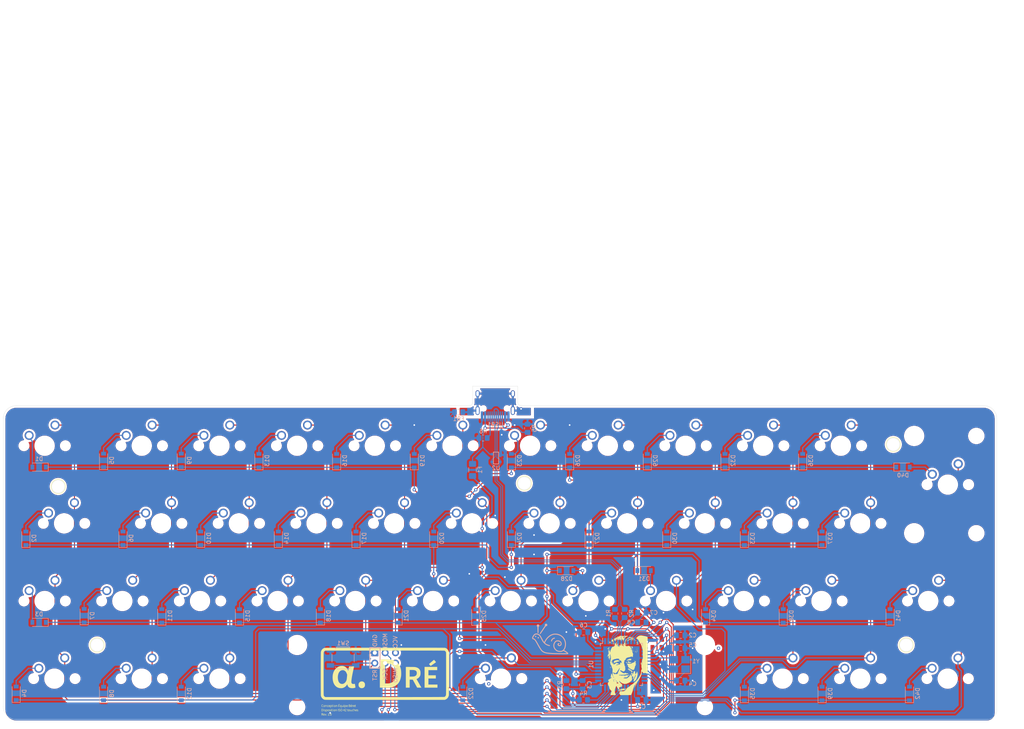
<source format=kicad_pcb>
(kicad_pcb (version 20171130) (host pcbnew "(5.1.10)-1")
  (layers (0 F.Cu signal) (31 B.Cu signal) (34 B.Paste user) (35 F.Paste user) (36 B.SilkS user) (37 F.SilkS user hide) (38 B.Mask user) (39 F.Mask user) (44 Edge.Cuts user))
  (net 0 "")
  (net 1 "Net-(D1-Pad2)")
  (net 2 ROW0)
  (net 3 "Net-(D2-Pad2)")
  (net 4 ROW1)
  (net 5 "Net-(D3-Pad2)")
  (net 6 ROW2)
  (net 7 "Net-(D4-Pad2)")
  (net 8 ROW3)
  (net 9 "Net-(D5-Pad2)")
  (net 10 "Net-(D6-Pad2)")
  (net 11 "Net-(D7-Pad2)")
  (net 12 "Net-(D8-Pad2)")
  (net 13 "Net-(D9-Pad2)")
  (net 14 "Net-(D10-Pad2)")
  (net 15 "Net-(D11-Pad2)")
  (net 16 "Net-(D12-Pad2)")
  (net 17 "Net-(D13-Pad2)")
  (net 18 "Net-(D14-Pad2)")
  (net 19 "Net-(D15-Pad2)")
  (net 20 "Net-(D16-Pad2)")
  (net 21 "Net-(D17-Pad2)")
  (net 22 "Net-(D18-Pad2)")
  (net 23 "Net-(D19-Pad2)")
  (net 24 "Net-(D20-Pad2)")
  (net 25 "Net-(D21-Pad2)")
  (net 26 "Net-(D22-Pad2)")
  (net 27 "Net-(D23-Pad2)")
  (net 28 "Net-(D24-Pad2)")
  (net 29 "Net-(D25-Pad2)")
  (net 30 "Net-(D26-Pad2)")
  (net 31 "Net-(D27-Pad2)")
  (net 32 "Net-(D28-Pad2)")
  (net 33 "Net-(D29-Pad2)")
  (net 34 "Net-(D30-Pad2)")
  (net 35 "Net-(D31-Pad2)")
  (net 36 "Net-(D32-Pad2)")
  (net 37 "Net-(D33-Pad2)")
  (net 38 "Net-(D34-Pad2)")
  (net 39 "Net-(D35-Pad2)")
  (net 40 "Net-(D36-Pad2)")
  (net 41 "Net-(D37-Pad2)")
  (net 42 "Net-(D38-Pad2)")
  (net 43 "Net-(D39-Pad2)")
  (net 44 "Net-(D40-Pad2)")
  (net 45 "Net-(D41-Pad2)")
  (net 46 "Net-(D42-Pad2)")
  (net 47 COL0)
  (net 48 COL1)
  (net 49 COL2)
  (net 50 COL3)
  (net 51 COL4)
  (net 52 COL5)
  (net 53 COL6)
  (net 54 COL7)
  (net 55 COL8)
  (net 56 COL9)
  (net 57 COL10)
  (net 58 COL11)
  (net 59 GND)
  (net 60 VCC)
  (net 61 +5V)
  (net 62 "Net-(C7-Pad1)")
  (net 63 D-)
  (net 64 "Net-(R1-Pad1)")
  (net 65 D+)
  (net 66 "Net-(R2-Pad1)")
  (net 67 "Net-(R4-Pad1)")
  (net 68 "Net-(U1-Pad42)")
  (net 69 "Net-(U1-Pad39)")
  (net 70 XTAL1)
  (net 71 XTAL2)
  (net 72 RESET)
  (net 73 MOSI)
  (net 74 SCK)
  (net 75 MISO)
  (net 76 "Net-(R5-Pad1)")
  (net 77 "Net-(R6-Pad1)")
  (net 78 "Net-(U1-Pad27)")
  (net 79 "Net-(U1-Pad26)")
  (net 80 "Net-(U1-Pad22)")
  (net 81 "Net-(U1-Pad18)")
  (net 82 "Net-(U1-Pad12)")
  (net 83 "Net-(USB1-Pad3)")
  (net 84 "Net-(USB1-Pad9)")
  (net 85 Earth)
  (module MX_Only:MXOnly-ISO-ReversedStabilizers-NoLED (layer F.Cu) (at 254.675 51.125)
    (fp_text reference MX40)
    (fp_text value MX-NoLED)
    (pad "" np_thru_hole circle (at -8.255 -11.938) (size 3.9878 3.9878) (drill 3.9878) (layers *.Cu *.Mask))
    (pad "" np_thru_hole circle (at -8.255 11.938) (size 3.9878 3.9878) (drill 3.9878) (layers *.Cu *.Mask))
    (pad "" np_thru_hole circle (at 6.985 -11.938) (size 3.048 3.048) (drill 3.048) (layers *.Cu *.Mask))
    (pad "" np_thru_hole circle (at 6.985 11.938) (size 3.048 3.048) (drill 3.048) (layers *.Cu *.Mask))
    (pad "" np_thru_hole circle (at 5.08 0 48.0996) (size 1.75 1.75) (drill 1.75) (layers *.Cu *.Mask))
    (pad "" np_thru_hole circle (at -5.08 0 48.0996) (size 1.75 1.75) (drill 1.75) (layers *.Cu *.Mask))
    (pad 2 thru_hole circle (at -3.81 -2.54) (size 2.25 2.25) (drill 1.47) (layers *.Cu B.Mask) (net 44 "Net-(D40-Pad2)"))
    (pad "" np_thru_hole circle (at 0 0) (size 3.9878 3.9878) (drill 3.9878) (layers *.Cu *.Mask))
    (pad 1 thru_hole circle (at 2.54 -5.08) (size 2.25 2.25) (drill 1.47) (layers *.Cu B.Mask) (net 58 COL11))
  )
  (module MX_Only:MXOnly-6.25U-ReversedStabilizers-NoLED (layer F.Cu) (at 145.1 98.74)
    (fp_text reference MX22)
    (fp_text value MX-NoLED)
    (pad 1 thru_hole circle (at 2.54 -5.08) (size 2.25 2.25) (drill 1.47) (layers *.Cu B.Mask) (net 52 COL5))
    (pad "" np_thru_hole circle (at 0 0) (size 3.9878 3.9878) (drill 3.9878) (layers *.Cu *.Mask))
    (pad 2 thru_hole circle (at -3.81 -2.54) (size 2.25 2.25) (drill 1.47) (layers *.Cu B.Mask) (net 26 "Net-(D22-Pad2)"))
    (pad "" np_thru_hole circle (at -5.08 0 48.0996) (size 1.75 1.75) (drill 1.75) (layers *.Cu *.Mask))
    (pad "" np_thru_hole circle (at 5.08 0 48.0996) (size 1.75 1.75) (drill 1.75) (layers *.Cu *.Mask))
    (pad "" np_thru_hole circle (at -49.9999 6.985) (size 3.048 3.048) (drill 3.048) (layers *.Cu *.Mask))
    (pad "" np_thru_hole circle (at 49.9999 6.985) (size 3.048 3.048) (drill 3.048) (layers *.Cu *.Mask))
    (pad "" np_thru_hole circle (at -49.9999 -8.255) (size 3.9878 3.9878) (drill 3.9878) (layers *.Cu *.Mask))
    (pad "" np_thru_hole circle (at 49.9999 -8.255) (size 3.9878 3.9878) (drill 3.9878) (layers *.Cu *.Mask))
  )
  (module alpha_dre_footprints:SW_Cherry_MX_1.25u_PCB_perso (layer F.Cu) (at 257.175 93.6625)
    (fp_text reference MX42)
    (fp_text value MX-NoLED)
    (pad "" np_thru_hole circle (at 2.54 5.08) (size 1.7 1.7) (drill 1.7) (layers *.Cu *.Mask))
    (pad "" np_thru_hole circle (at -7.62 5.08) (size 1.7 1.7) (drill 1.7) (layers *.Cu *.Mask))
    (pad "" np_thru_hole circle (at -2.54 5.08) (size 4 4) (drill 4) (layers *.Cu *.Mask))
    (pad 2 thru_hole circle (at -6.35 2.54) (size 2.2 2.2) (drill 1.5) (layers *.Cu *.Mask) (net 46 "Net-(D42-Pad2)"))
    (pad 1 thru_hole circle (at 0 0) (size 2.2 2.2) (drill 1.5) (layers *.Cu *.Mask) (net 58 COL11))
  )
  (module alpha_dre_footprints:SW_Cherry_MX_1.75u_PCB_perso (layer F.Cu) (at 252.4125 74.6125)
    (fp_text reference MX41)
    (fp_text value MX-NoLED)
    (pad "" np_thru_hole circle (at 2.54 5.08) (size 1.7 1.7) (drill 1.7) (layers *.Cu *.Mask))
    (pad "" np_thru_hole circle (at -7.62 5.08) (size 1.7 1.7) (drill 1.7) (layers *.Cu *.Mask))
    (pad "" np_thru_hole circle (at -2.54 5.08) (size 4 4) (drill 4) (layers *.Cu *.Mask))
    (pad 2 thru_hole circle (at -6.35 2.54) (size 2.2 2.2) (drill 1.5) (layers *.Cu *.Mask) (net 45 "Net-(D41-Pad2)"))
    (pad 1 thru_hole circle (at 0 0) (size 2.2 2.2) (drill 1.5) (layers *.Cu *.Mask) (net 58 COL11))
  )
  (module alpha_dre_footprints:SW_Cherry_MX_1.00u_PCB_perso (layer F.Cu) (at 235.74375 93.6625)
    (fp_text reference MX39)
    (fp_text value MX-NoLED)
    (pad "" np_thru_hole circle (at 2.54 5.08) (size 1.7 1.7) (drill 1.7) (layers *.Cu *.Mask))
    (pad "" np_thru_hole circle (at -7.62 5.08) (size 1.7 1.7) (drill 1.7) (layers *.Cu *.Mask))
    (pad "" np_thru_hole circle (at -2.54 5.08) (size 4 4) (drill 4) (layers *.Cu *.Mask))
    (pad 2 thru_hole circle (at -6.35 2.54) (size 2.2 2.2) (drill 1.5) (layers *.Cu *.Mask) (net 43 "Net-(D39-Pad2)"))
    (pad 1 thru_hole circle (at 0 0) (size 2.2 2.2) (drill 1.5) (layers *.Cu *.Mask) (net 57 COL10))
  )
  (module alpha_dre_footprints:SW_Cherry_MX_1.00u_PCB_perso (layer F.Cu) (at 226.21875 74.6125)
    (fp_text reference MX38)
    (fp_text value MX-NoLED)
    (pad "" np_thru_hole circle (at 2.54 5.08) (size 1.7 1.7) (drill 1.7) (layers *.Cu *.Mask))
    (pad "" np_thru_hole circle (at -7.62 5.08) (size 1.7 1.7) (drill 1.7) (layers *.Cu *.Mask))
    (pad "" np_thru_hole circle (at -2.54 5.08) (size 4 4) (drill 4) (layers *.Cu *.Mask))
    (pad 2 thru_hole circle (at -6.35 2.54) (size 2.2 2.2) (drill 1.5) (layers *.Cu *.Mask) (net 42 "Net-(D38-Pad2)"))
    (pad 1 thru_hole circle (at 0 0) (size 2.2 2.2) (drill 1.5) (layers *.Cu *.Mask) (net 57 COL10))
  )
  (module alpha_dre_footprints:SW_Cherry_MX_1.00u_PCB_perso (layer F.Cu) (at 235.74375 55.5625)
    (fp_text reference MX37)
    (fp_text value MX-NoLED)
    (pad "" np_thru_hole circle (at 2.54 5.08) (size 1.7 1.7) (drill 1.7) (layers *.Cu *.Mask))
    (pad "" np_thru_hole circle (at -7.62 5.08) (size 1.7 1.7) (drill 1.7) (layers *.Cu *.Mask))
    (pad "" np_thru_hole circle (at -2.54 5.08) (size 4 4) (drill 4) (layers *.Cu *.Mask))
    (pad 2 thru_hole circle (at -6.35 2.54) (size 2.2 2.2) (drill 1.5) (layers *.Cu *.Mask) (net 41 "Net-(D37-Pad2)"))
    (pad 1 thru_hole circle (at 0 0) (size 2.2 2.2) (drill 1.5) (layers *.Cu *.Mask) (net 57 COL10))
  )
  (module alpha_dre_footprints:SW_Cherry_MX_1.00u_PCB_perso (layer F.Cu) (at 230.98125 36.5125)
    (fp_text reference MX36)
    (fp_text value MX-NoLED)
    (pad "" np_thru_hole circle (at 2.54 5.08) (size 1.7 1.7) (drill 1.7) (layers *.Cu *.Mask))
    (pad "" np_thru_hole circle (at -7.62 5.08) (size 1.7 1.7) (drill 1.7) (layers *.Cu *.Mask))
    (pad "" np_thru_hole circle (at -2.54 5.08) (size 4 4) (drill 4) (layers *.Cu *.Mask))
    (pad 2 thru_hole circle (at -6.35 2.54) (size 2.2 2.2) (drill 1.5) (layers *.Cu *.Mask) (net 40 "Net-(D36-Pad2)"))
    (pad 1 thru_hole circle (at 0 0) (size 2.2 2.2) (drill 1.5) (layers *.Cu *.Mask) (net 57 COL10))
  )
  (module alpha_dre_footprints:SW_Cherry_MX_1.00u_PCB_perso (layer F.Cu) (at 216.69375 93.6625)
    (fp_text reference MX35)
    (fp_text value MX-NoLED)
    (pad "" np_thru_hole circle (at 2.54 5.08) (size 1.7 1.7) (drill 1.7) (layers *.Cu *.Mask))
    (pad "" np_thru_hole circle (at -7.62 5.08) (size 1.7 1.7) (drill 1.7) (layers *.Cu *.Mask))
    (pad "" np_thru_hole circle (at -2.54 5.08) (size 4 4) (drill 4) (layers *.Cu *.Mask))
    (pad 2 thru_hole circle (at -6.35 2.54) (size 2.2 2.2) (drill 1.5) (layers *.Cu *.Mask) (net 39 "Net-(D35-Pad2)"))
    (pad 1 thru_hole circle (at 0 0) (size 2.2 2.2) (drill 1.5) (layers *.Cu *.Mask) (net 56 COL9))
  )
  (module alpha_dre_footprints:SW_Cherry_MX_1.00u_PCB_perso (layer F.Cu) (at 207.16875 74.6125)
    (fp_text reference MX34)
    (fp_text value MX-NoLED)
    (pad "" np_thru_hole circle (at 2.54 5.08) (size 1.7 1.7) (drill 1.7) (layers *.Cu *.Mask))
    (pad "" np_thru_hole circle (at -7.62 5.08) (size 1.7 1.7) (drill 1.7) (layers *.Cu *.Mask))
    (pad "" np_thru_hole circle (at -2.54 5.08) (size 4 4) (drill 4) (layers *.Cu *.Mask))
    (pad 2 thru_hole circle (at -6.35 2.54) (size 2.2 2.2) (drill 1.5) (layers *.Cu *.Mask) (net 38 "Net-(D34-Pad2)"))
    (pad 1 thru_hole circle (at 0 0) (size 2.2 2.2) (drill 1.5) (layers *.Cu *.Mask) (net 56 COL9))
  )
  (module alpha_dre_footprints:SW_Cherry_MX_1.00u_PCB_perso (layer F.Cu) (at 216.69375 55.5625)
    (fp_text reference MX33)
    (fp_text value MX-NoLED)
    (pad "" np_thru_hole circle (at 2.54 5.08) (size 1.7 1.7) (drill 1.7) (layers *.Cu *.Mask))
    (pad "" np_thru_hole circle (at -7.62 5.08) (size 1.7 1.7) (drill 1.7) (layers *.Cu *.Mask))
    (pad "" np_thru_hole circle (at -2.54 5.08) (size 4 4) (drill 4) (layers *.Cu *.Mask))
    (pad 2 thru_hole circle (at -6.35 2.54) (size 2.2 2.2) (drill 1.5) (layers *.Cu *.Mask) (net 37 "Net-(D33-Pad2)"))
    (pad 1 thru_hole circle (at 0 0) (size 2.2 2.2) (drill 1.5) (layers *.Cu *.Mask) (net 56 COL9))
  )
  (module alpha_dre_footprints:SW_Cherry_MX_1.00u_PCB_perso (layer F.Cu) (at 211.93125 36.5125)
    (fp_text reference MX32)
    (fp_text value MX-NoLED)
    (pad "" np_thru_hole circle (at 2.54 5.08) (size 1.7 1.7) (drill 1.7) (layers *.Cu *.Mask))
    (pad "" np_thru_hole circle (at -7.62 5.08) (size 1.7 1.7) (drill 1.7) (layers *.Cu *.Mask))
    (pad "" np_thru_hole circle (at -2.54 5.08) (size 4 4) (drill 4) (layers *.Cu *.Mask))
    (pad 2 thru_hole circle (at -6.35 2.54) (size 2.2 2.2) (drill 1.5) (layers *.Cu *.Mask) (net 36 "Net-(D32-Pad2)"))
    (pad 1 thru_hole circle (at 0 0) (size 2.2 2.2) (drill 1.5) (layers *.Cu *.Mask) (net 56 COL9))
  )
  (module alpha_dre_footprints:SW_Cherry_MX_1.00u_PCB_perso (layer F.Cu) (at 188.11875 74.6125)
    (fp_text reference MX31)
    (fp_text value MX-NoLED)
    (pad "" np_thru_hole circle (at 2.54 5.08) (size 1.7 1.7) (drill 1.7) (layers *.Cu *.Mask))
    (pad "" np_thru_hole circle (at -7.62 5.08) (size 1.7 1.7) (drill 1.7) (layers *.Cu *.Mask))
    (pad "" np_thru_hole circle (at -2.54 5.08) (size 4 4) (drill 4) (layers *.Cu *.Mask))
    (pad 2 thru_hole circle (at -6.35 2.54) (size 2.2 2.2) (drill 1.5) (layers *.Cu *.Mask) (net 35 "Net-(D31-Pad2)"))
    (pad 1 thru_hole circle (at 0 0) (size 2.2 2.2) (drill 1.5) (layers *.Cu *.Mask) (net 55 COL8))
  )
  (module alpha_dre_footprints:SW_Cherry_MX_1.00u_PCB_perso (layer F.Cu) (at 197.64375 55.5625)
    (fp_text reference MX30)
    (fp_text value MX-NoLED)
    (pad "" np_thru_hole circle (at 2.54 5.08) (size 1.7 1.7) (drill 1.7) (layers *.Cu *.Mask))
    (pad "" np_thru_hole circle (at -7.62 5.08) (size 1.7 1.7) (drill 1.7) (layers *.Cu *.Mask))
    (pad "" np_thru_hole circle (at -2.54 5.08) (size 4 4) (drill 4) (layers *.Cu *.Mask))
    (pad 2 thru_hole circle (at -6.35 2.54) (size 2.2 2.2) (drill 1.5) (layers *.Cu *.Mask) (net 34 "Net-(D30-Pad2)"))
    (pad 1 thru_hole circle (at 0 0) (size 2.2 2.2) (drill 1.5) (layers *.Cu *.Mask) (net 55 COL8))
  )
  (module alpha_dre_footprints:SW_Cherry_MX_1.00u_PCB_perso (layer F.Cu) (at 192.88125 36.5125)
    (fp_text reference MX29)
    (fp_text value MX-NoLED)
    (pad "" np_thru_hole circle (at 2.54 5.08) (size 1.7 1.7) (drill 1.7) (layers *.Cu *.Mask))
    (pad "" np_thru_hole circle (at -7.62 5.08) (size 1.7 1.7) (drill 1.7) (layers *.Cu *.Mask))
    (pad "" np_thru_hole circle (at -2.54 5.08) (size 4 4) (drill 4) (layers *.Cu *.Mask))
    (pad 2 thru_hole circle (at -6.35 2.54) (size 2.2 2.2) (drill 1.5) (layers *.Cu *.Mask) (net 33 "Net-(D29-Pad2)"))
    (pad 1 thru_hole circle (at 0 0) (size 2.2 2.2) (drill 1.5) (layers *.Cu *.Mask) (net 55 COL8))
  )
  (module alpha_dre_footprints:SW_Cherry_MX_1.00u_PCB_perso (layer F.Cu) (at 169.06875 74.6125)
    (fp_text reference MX28)
    (fp_text value MX-NoLED)
    (pad "" np_thru_hole circle (at 2.54 5.08) (size 1.7 1.7) (drill 1.7) (layers *.Cu *.Mask))
    (pad "" np_thru_hole circle (at -7.62 5.08) (size 1.7 1.7) (drill 1.7) (layers *.Cu *.Mask))
    (pad "" np_thru_hole circle (at -2.54 5.08) (size 4 4) (drill 4) (layers *.Cu *.Mask))
    (pad 2 thru_hole circle (at -6.35 2.54) (size 2.2 2.2) (drill 1.5) (layers *.Cu *.Mask) (net 32 "Net-(D28-Pad2)"))
    (pad 1 thru_hole circle (at 0 0) (size 2.2 2.2) (drill 1.5) (layers *.Cu *.Mask) (net 54 COL7))
  )
  (module alpha_dre_footprints:SW_Cherry_MX_1.00u_PCB_perso (layer F.Cu) (at 178.59375 55.5625)
    (fp_text reference MX27)
    (fp_text value MX-NoLED)
    (pad "" np_thru_hole circle (at 2.54 5.08) (size 1.7 1.7) (drill 1.7) (layers *.Cu *.Mask))
    (pad "" np_thru_hole circle (at -7.62 5.08) (size 1.7 1.7) (drill 1.7) (layers *.Cu *.Mask))
    (pad "" np_thru_hole circle (at -2.54 5.08) (size 4 4) (drill 4) (layers *.Cu *.Mask))
    (pad 2 thru_hole circle (at -6.35 2.54) (size 2.2 2.2) (drill 1.5) (layers *.Cu *.Mask) (net 31 "Net-(D27-Pad2)"))
    (pad 1 thru_hole circle (at 0 0) (size 2.2 2.2) (drill 1.5) (layers *.Cu *.Mask) (net 54 COL7))
  )
  (module alpha_dre_footprints:SW_Cherry_MX_1.00u_PCB_perso (layer F.Cu) (at 173.83125 36.5125)
    (fp_text reference MX26)
    (fp_text value MX-NoLED)
    (pad "" np_thru_hole circle (at 2.54 5.08) (size 1.7 1.7) (drill 1.7) (layers *.Cu *.Mask))
    (pad "" np_thru_hole circle (at -7.62 5.08) (size 1.7 1.7) (drill 1.7) (layers *.Cu *.Mask))
    (pad "" np_thru_hole circle (at -2.54 5.08) (size 4 4) (drill 4) (layers *.Cu *.Mask))
    (pad 2 thru_hole circle (at -6.35 2.54) (size 2.2 2.2) (drill 1.5) (layers *.Cu *.Mask) (net 30 "Net-(D26-Pad2)"))
    (pad 1 thru_hole circle (at 0 0) (size 2.2 2.2) (drill 1.5) (layers *.Cu *.Mask) (net 54 COL7))
  )
  (module alpha_dre_footprints:SW_Cherry_MX_1.00u_PCB_perso (layer F.Cu) (at 150.01875 74.6125)
    (fp_text reference MX25)
    (fp_text value MX-NoLED)
    (pad "" np_thru_hole circle (at 2.54 5.08) (size 1.7 1.7) (drill 1.7) (layers *.Cu *.Mask))
    (pad "" np_thru_hole circle (at -7.62 5.08) (size 1.7 1.7) (drill 1.7) (layers *.Cu *.Mask))
    (pad "" np_thru_hole circle (at -2.54 5.08) (size 4 4) (drill 4) (layers *.Cu *.Mask))
    (pad 2 thru_hole circle (at -6.35 2.54) (size 2.2 2.2) (drill 1.5) (layers *.Cu *.Mask) (net 29 "Net-(D25-Pad2)"))
    (pad 1 thru_hole circle (at 0 0) (size 2.2 2.2) (drill 1.5) (layers *.Cu *.Mask) (net 53 COL6))
  )
  (module alpha_dre_footprints:SW_Cherry_MX_1.00u_PCB_perso (layer F.Cu) (at 159.54375 55.5625)
    (fp_text reference MX24)
    (fp_text value MX-NoLED)
    (pad "" np_thru_hole circle (at 2.54 5.08) (size 1.7 1.7) (drill 1.7) (layers *.Cu *.Mask))
    (pad "" np_thru_hole circle (at -7.62 5.08) (size 1.7 1.7) (drill 1.7) (layers *.Cu *.Mask))
    (pad "" np_thru_hole circle (at -2.54 5.08) (size 4 4) (drill 4) (layers *.Cu *.Mask))
    (pad 2 thru_hole circle (at -6.35 2.54) (size 2.2 2.2) (drill 1.5) (layers *.Cu *.Mask) (net 28 "Net-(D24-Pad2)"))
    (pad 1 thru_hole circle (at 0 0) (size 2.2 2.2) (drill 1.5) (layers *.Cu *.Mask) (net 53 COL6))
  )
  (module alpha_dre_footprints:SW_Cherry_MX_1.00u_PCB_perso (layer F.Cu) (at 154.78125 36.5125)
    (fp_text reference MX23)
    (fp_text value MX-NoLED)
    (pad "" np_thru_hole circle (at 2.54 5.08) (size 1.7 1.7) (drill 1.7) (layers *.Cu *.Mask))
    (pad "" np_thru_hole circle (at -7.62 5.08) (size 1.7 1.7) (drill 1.7) (layers *.Cu *.Mask))
    (pad "" np_thru_hole circle (at -2.54 5.08) (size 4 4) (drill 4) (layers *.Cu *.Mask))
    (pad 2 thru_hole circle (at -6.35 2.54) (size 2.2 2.2) (drill 1.5) (layers *.Cu *.Mask) (net 27 "Net-(D23-Pad2)"))
    (pad 1 thru_hole circle (at 0 0) (size 2.2 2.2) (drill 1.5) (layers *.Cu *.Mask) (net 53 COL6))
  )
  (module alpha_dre_footprints:SW_Cherry_MX_1.00u_PCB_perso (layer F.Cu) (at 130.96875 74.6125)
    (fp_text reference MX21)
    (fp_text value MX-NoLED)
    (pad "" np_thru_hole circle (at 2.54 5.08) (size 1.7 1.7) (drill 1.7) (layers *.Cu *.Mask))
    (pad "" np_thru_hole circle (at -7.62 5.08) (size 1.7 1.7) (drill 1.7) (layers *.Cu *.Mask))
    (pad "" np_thru_hole circle (at -2.54 5.08) (size 4 4) (drill 4) (layers *.Cu *.Mask))
    (pad 2 thru_hole circle (at -6.35 2.54) (size 2.2 2.2) (drill 1.5) (layers *.Cu *.Mask) (net 25 "Net-(D21-Pad2)"))
    (pad 1 thru_hole circle (at 0 0) (size 2.2 2.2) (drill 1.5) (layers *.Cu *.Mask) (net 52 COL5))
  )
  (module alpha_dre_footprints:SW_Cherry_MX_1.00u_PCB_perso (layer F.Cu) (at 140.49375 55.5625)
    (fp_text reference MX20)
    (fp_text value MX-NoLED)
    (pad "" np_thru_hole circle (at 2.54 5.08) (size 1.7 1.7) (drill 1.7) (layers *.Cu *.Mask))
    (pad "" np_thru_hole circle (at -7.62 5.08) (size 1.7 1.7) (drill 1.7) (layers *.Cu *.Mask))
    (pad "" np_thru_hole circle (at -2.54 5.08) (size 4 4) (drill 4) (layers *.Cu *.Mask))
    (pad 2 thru_hole circle (at -6.35 2.54) (size 2.2 2.2) (drill 1.5) (layers *.Cu *.Mask) (net 24 "Net-(D20-Pad2)"))
    (pad 1 thru_hole circle (at 0 0) (size 2.2 2.2) (drill 1.5) (layers *.Cu *.Mask) (net 52 COL5))
  )
  (module alpha_dre_footprints:SW_Cherry_MX_1.00u_PCB_perso (layer F.Cu) (at 135.73125 36.5125)
    (fp_text reference MX19)
    (fp_text value MX-NoLED)
    (pad "" np_thru_hole circle (at 2.54 5.08) (size 1.7 1.7) (drill 1.7) (layers *.Cu *.Mask))
    (pad "" np_thru_hole circle (at -7.62 5.08) (size 1.7 1.7) (drill 1.7) (layers *.Cu *.Mask))
    (pad "" np_thru_hole circle (at -2.54 5.08) (size 4 4) (drill 4) (layers *.Cu *.Mask))
    (pad 2 thru_hole circle (at -6.35 2.54) (size 2.2 2.2) (drill 1.5) (layers *.Cu *.Mask) (net 23 "Net-(D19-Pad2)"))
    (pad 1 thru_hole circle (at 0 0) (size 2.2 2.2) (drill 1.5) (layers *.Cu *.Mask) (net 52 COL5))
  )
  (module alpha_dre_footprints:SW_Cherry_MX_1.00u_PCB_perso (layer F.Cu) (at 111.91875 74.6125)
    (fp_text reference MX18)
    (fp_text value MX-NoLED)
    (pad "" np_thru_hole circle (at 2.54 5.08) (size 1.7 1.7) (drill 1.7) (layers *.Cu *.Mask))
    (pad "" np_thru_hole circle (at -7.62 5.08) (size 1.7 1.7) (drill 1.7) (layers *.Cu *.Mask))
    (pad "" np_thru_hole circle (at -2.54 5.08) (size 4 4) (drill 4) (layers *.Cu *.Mask))
    (pad 2 thru_hole circle (at -6.35 2.54) (size 2.2 2.2) (drill 1.5) (layers *.Cu *.Mask) (net 22 "Net-(D18-Pad2)"))
    (pad 1 thru_hole circle (at 0 0) (size 2.2 2.2) (drill 1.5) (layers *.Cu *.Mask) (net 51 COL4))
  )
  (module alpha_dre_footprints:SW_Cherry_MX_1.00u_PCB_perso (layer F.Cu) (at 121.44375 55.5625)
    (fp_text reference MX17)
    (fp_text value MX-NoLED)
    (pad "" np_thru_hole circle (at 2.54 5.08) (size 1.7 1.7) (drill 1.7) (layers *.Cu *.Mask))
    (pad "" np_thru_hole circle (at -7.62 5.08) (size 1.7 1.7) (drill 1.7) (layers *.Cu *.Mask))
    (pad "" np_thru_hole circle (at -2.54 5.08) (size 4 4) (drill 4) (layers *.Cu *.Mask))
    (pad 2 thru_hole circle (at -6.35 2.54) (size 2.2 2.2) (drill 1.5) (layers *.Cu *.Mask) (net 21 "Net-(D17-Pad2)"))
    (pad 1 thru_hole circle (at 0 0) (size 2.2 2.2) (drill 1.5) (layers *.Cu *.Mask) (net 51 COL4))
  )
  (module alpha_dre_footprints:SW_Cherry_MX_1.00u_PCB_perso (layer F.Cu) (at 116.68125 36.5125)
    (fp_text reference MX16)
    (fp_text value MX-NoLED)
    (pad "" np_thru_hole circle (at 2.54 5.08) (size 1.7 1.7) (drill 1.7) (layers *.Cu *.Mask))
    (pad "" np_thru_hole circle (at -7.62 5.08) (size 1.7 1.7) (drill 1.7) (layers *.Cu *.Mask))
    (pad "" np_thru_hole circle (at -2.54 5.08) (size 4 4) (drill 4) (layers *.Cu *.Mask))
    (pad 2 thru_hole circle (at -6.35 2.54) (size 2.2 2.2) (drill 1.5) (layers *.Cu *.Mask) (net 20 "Net-(D16-Pad2)"))
    (pad 1 thru_hole circle (at 0 0) (size 2.2 2.2) (drill 1.5) (layers *.Cu *.Mask) (net 51 COL4))
  )
  (module alpha_dre_footprints:SW_Cherry_MX_1.00u_PCB_perso (layer F.Cu) (at 92.86875 74.6125)
    (fp_text reference MX15)
    (fp_text value MX-NoLED)
    (pad "" np_thru_hole circle (at 2.54 5.08) (size 1.7 1.7) (drill 1.7) (layers *.Cu *.Mask))
    (pad "" np_thru_hole circle (at -7.62 5.08) (size 1.7 1.7) (drill 1.7) (layers *.Cu *.Mask))
    (pad "" np_thru_hole circle (at -2.54 5.08) (size 4 4) (drill 4) (layers *.Cu *.Mask))
    (pad 2 thru_hole circle (at -6.35 2.54) (size 2.2 2.2) (drill 1.5) (layers *.Cu *.Mask) (net 19 "Net-(D15-Pad2)"))
    (pad 1 thru_hole circle (at 0 0) (size 2.2 2.2) (drill 1.5) (layers *.Cu *.Mask) (net 50 COL3))
  )
  (module alpha_dre_footprints:SW_Cherry_MX_1.00u_PCB_perso (layer F.Cu) (at 102.39375 55.5625)
    (fp_text reference MX14)
    (fp_text value MX-NoLED)
    (pad "" np_thru_hole circle (at 2.54 5.08) (size 1.7 1.7) (drill 1.7) (layers *.Cu *.Mask))
    (pad "" np_thru_hole circle (at -7.62 5.08) (size 1.7 1.7) (drill 1.7) (layers *.Cu *.Mask))
    (pad "" np_thru_hole circle (at -2.54 5.08) (size 4 4) (drill 4) (layers *.Cu *.Mask))
    (pad 2 thru_hole circle (at -6.35 2.54) (size 2.2 2.2) (drill 1.5) (layers *.Cu *.Mask) (net 18 "Net-(D14-Pad2)"))
    (pad 1 thru_hole circle (at 0 0) (size 2.2 2.2) (drill 1.5) (layers *.Cu *.Mask) (net 50 COL3))
  )
  (module alpha_dre_footprints:SW_Cherry_MX_1.00u_PCB_perso (layer F.Cu) (at 97.63125 36.5125)
    (fp_text reference MX13)
    (fp_text value MX-NoLED)
    (pad "" np_thru_hole circle (at 2.54 5.08) (size 1.7 1.7) (drill 1.7) (layers *.Cu *.Mask))
    (pad "" np_thru_hole circle (at -7.62 5.08) (size 1.7 1.7) (drill 1.7) (layers *.Cu *.Mask))
    (pad "" np_thru_hole circle (at -2.54 5.08) (size 4 4) (drill 4) (layers *.Cu *.Mask))
    (pad 2 thru_hole circle (at -6.35 2.54) (size 2.2 2.2) (drill 1.5) (layers *.Cu *.Mask) (net 17 "Net-(D13-Pad2)"))
    (pad 1 thru_hole circle (at 0 0) (size 2.2 2.2) (drill 1.5) (layers *.Cu *.Mask) (net 50 COL3))
  )
  (module alpha_dre_footprints:SW_Cherry_MX_1.00u_PCB_perso (layer F.Cu) (at 78.58125 93.6625)
    (fp_text reference MX12)
    (fp_text value MX-NoLED)
    (pad "" np_thru_hole circle (at 2.54 5.08) (size 1.7 1.7) (drill 1.7) (layers *.Cu *.Mask))
    (pad "" np_thru_hole circle (at -7.62 5.08) (size 1.7 1.7) (drill 1.7) (layers *.Cu *.Mask))
    (pad "" np_thru_hole circle (at -2.54 5.08) (size 4 4) (drill 4) (layers *.Cu *.Mask))
    (pad 2 thru_hole circle (at -6.35 2.54) (size 2.2 2.2) (drill 1.5) (layers *.Cu *.Mask) (net 16 "Net-(D12-Pad2)"))
    (pad 1 thru_hole circle (at 0 0) (size 2.2 2.2) (drill 1.5) (layers *.Cu *.Mask) (net 49 COL2))
  )
  (module alpha_dre_footprints:SW_Cherry_MX_1.00u_PCB_perso (layer F.Cu) (at 73.81875 74.6125)
    (fp_text reference MX11)
    (fp_text value MX-NoLED)
    (pad "" np_thru_hole circle (at 2.54 5.08) (size 1.7 1.7) (drill 1.7) (layers *.Cu *.Mask))
    (pad "" np_thru_hole circle (at -7.62 5.08) (size 1.7 1.7) (drill 1.7) (layers *.Cu *.Mask))
    (pad "" np_thru_hole circle (at -2.54 5.08) (size 4 4) (drill 4) (layers *.Cu *.Mask))
    (pad 2 thru_hole circle (at -6.35 2.54) (size 2.2 2.2) (drill 1.5) (layers *.Cu *.Mask) (net 15 "Net-(D11-Pad2)"))
    (pad 1 thru_hole circle (at 0 0) (size 2.2 2.2) (drill 1.5) (layers *.Cu *.Mask) (net 49 COL2))
  )
  (module alpha_dre_footprints:SW_Cherry_MX_1.00u_PCB_perso (layer F.Cu) (at 83.34375 55.5625)
    (fp_text reference MX10)
    (fp_text value MX-NoLED)
    (pad "" np_thru_hole circle (at 2.54 5.08) (size 1.7 1.7) (drill 1.7) (layers *.Cu *.Mask))
    (pad "" np_thru_hole circle (at -7.62 5.08) (size 1.7 1.7) (drill 1.7) (layers *.Cu *.Mask))
    (pad "" np_thru_hole circle (at -2.54 5.08) (size 4 4) (drill 4) (layers *.Cu *.Mask))
    (pad 2 thru_hole circle (at -6.35 2.54) (size 2.2 2.2) (drill 1.5) (layers *.Cu *.Mask) (net 14 "Net-(D10-Pad2)"))
    (pad 1 thru_hole circle (at 0 0) (size 2.2 2.2) (drill 1.5) (layers *.Cu *.Mask) (net 49 COL2))
  )
  (module alpha_dre_footprints:SW_Cherry_MX_1.00u_PCB_perso (layer F.Cu) (at 78.58125 36.5125)
    (fp_text reference MX9)
    (fp_text value MX-NoLED)
    (pad "" np_thru_hole circle (at 2.54 5.08) (size 1.7 1.7) (drill 1.7) (layers *.Cu *.Mask))
    (pad "" np_thru_hole circle (at -7.62 5.08) (size 1.7 1.7) (drill 1.7) (layers *.Cu *.Mask))
    (pad "" np_thru_hole circle (at -2.54 5.08) (size 4 4) (drill 4) (layers *.Cu *.Mask))
    (pad 2 thru_hole circle (at -6.35 2.54) (size 2.2 2.2) (drill 1.5) (layers *.Cu *.Mask) (net 13 "Net-(D9-Pad2)"))
    (pad 1 thru_hole circle (at 0 0) (size 2.2 2.2) (drill 1.5) (layers *.Cu *.Mask) (net 49 COL2))
  )
  (module alpha_dre_footprints:SW_Cherry_MX_1.00u_PCB_perso (layer F.Cu) (at 59.53125 93.6625)
    (fp_text reference MX8)
    (fp_text value MX-NoLED)
    (pad "" np_thru_hole circle (at 2.54 5.08) (size 1.7 1.7) (drill 1.7) (layers *.Cu *.Mask))
    (pad "" np_thru_hole circle (at -7.62 5.08) (size 1.7 1.7) (drill 1.7) (layers *.Cu *.Mask))
    (pad "" np_thru_hole circle (at -2.54 5.08) (size 4 4) (drill 4) (layers *.Cu *.Mask))
    (pad 2 thru_hole circle (at -6.35 2.54) (size 2.2 2.2) (drill 1.5) (layers *.Cu *.Mask) (net 12 "Net-(D8-Pad2)"))
    (pad 1 thru_hole circle (at 0 0) (size 2.2 2.2) (drill 1.5) (layers *.Cu *.Mask) (net 48 COL1))
  )
  (module alpha_dre_footprints:SW_Cherry_MX_1.00u_PCB_perso (layer F.Cu) (at 54.76875 74.6125)
    (fp_text reference MX7)
    (fp_text value MX-NoLED)
    (pad "" np_thru_hole circle (at 2.54 5.08) (size 1.7 1.7) (drill 1.7) (layers *.Cu *.Mask))
    (pad "" np_thru_hole circle (at -7.62 5.08) (size 1.7 1.7) (drill 1.7) (layers *.Cu *.Mask))
    (pad "" np_thru_hole circle (at -2.54 5.08) (size 4 4) (drill 4) (layers *.Cu *.Mask))
    (pad 2 thru_hole circle (at -6.35 2.54) (size 2.2 2.2) (drill 1.5) (layers *.Cu *.Mask) (net 11 "Net-(D7-Pad2)"))
    (pad 1 thru_hole circle (at 0 0) (size 2.2 2.2) (drill 1.5) (layers *.Cu *.Mask) (net 48 COL1))
  )
  (module alpha_dre_footprints:SW_Cherry_MX_1.00u_PCB_perso (layer F.Cu) (at 64.29375 55.5625)
    (fp_text reference MX6)
    (fp_text value MX-NoLED)
    (pad "" np_thru_hole circle (at 2.54 5.08) (size 1.7 1.7) (drill 1.7) (layers *.Cu *.Mask))
    (pad "" np_thru_hole circle (at -7.62 5.08) (size 1.7 1.7) (drill 1.7) (layers *.Cu *.Mask))
    (pad "" np_thru_hole circle (at -2.54 5.08) (size 4 4) (drill 4) (layers *.Cu *.Mask))
    (pad 2 thru_hole circle (at -6.35 2.54) (size 2.2 2.2) (drill 1.5) (layers *.Cu *.Mask) (net 10 "Net-(D6-Pad2)"))
    (pad 1 thru_hole circle (at 0 0) (size 2.2 2.2) (drill 1.5) (layers *.Cu *.Mask) (net 48 COL1))
  )
  (module alpha_dre_footprints:SW_Cherry_MX_1.00u_PCB_perso (layer F.Cu) (at 59.53125 36.5125)
    (fp_text reference MX5)
    (fp_text value MX-NoLED)
    (pad "" np_thru_hole circle (at 2.54 5.08) (size 1.7 1.7) (drill 1.7) (layers *.Cu *.Mask))
    (pad "" np_thru_hole circle (at -7.62 5.08) (size 1.7 1.7) (drill 1.7) (layers *.Cu *.Mask))
    (pad "" np_thru_hole circle (at -2.54 5.08) (size 4 4) (drill 4) (layers *.Cu *.Mask))
    (pad 2 thru_hole circle (at -6.35 2.54) (size 2.2 2.2) (drill 1.5) (layers *.Cu *.Mask) (net 9 "Net-(D5-Pad2)"))
    (pad 1 thru_hole circle (at 0 0) (size 2.2 2.2) (drill 1.5) (layers *.Cu *.Mask) (net 48 COL1))
  )
  (module alpha_dre_footprints:SW_Cherry_MX_1.25u_PCB_perso (layer F.Cu) (at 38.1 93.6625)
    (fp_text reference MX4)
    (fp_text value MX-NoLED)
    (pad "" np_thru_hole circle (at 2.54 5.08) (size 1.7 1.7) (drill 1.7) (layers *.Cu *.Mask))
    (pad "" np_thru_hole circle (at -7.62 5.08) (size 1.7 1.7) (drill 1.7) (layers *.Cu *.Mask))
    (pad "" np_thru_hole circle (at -2.54 5.08) (size 4 4) (drill 4) (layers *.Cu *.Mask))
    (pad 2 thru_hole circle (at -6.35 2.54) (size 2.2 2.2) (drill 1.5) (layers *.Cu *.Mask) (net 7 "Net-(D4-Pad2)"))
    (pad 1 thru_hole circle (at 0 0) (size 2.2 2.2) (drill 1.5) (layers *.Cu *.Mask) (net 47 COL0))
  )
  (module alpha_dre_footprints:SW_Cherry_MX_1.00u_PCB_perso (layer F.Cu) (at 35.71875 74.6125)
    (fp_text reference MX3)
    (fp_text value MX-NoLED)
    (pad "" np_thru_hole circle (at 2.54 5.08) (size 1.7 1.7) (drill 1.7) (layers *.Cu *.Mask))
    (pad "" np_thru_hole circle (at -7.62 5.08) (size 1.7 1.7) (drill 1.7) (layers *.Cu *.Mask))
    (pad "" np_thru_hole circle (at -2.54 5.08) (size 4 4) (drill 4) (layers *.Cu *.Mask))
    (pad 2 thru_hole circle (at -6.35 2.54) (size 2.2 2.2) (drill 1.5) (layers *.Cu *.Mask) (net 5 "Net-(D3-Pad2)"))
    (pad 1 thru_hole circle (at 0 0) (size 2.2 2.2) (drill 1.5) (layers *.Cu *.Mask) (net 47 COL0))
  )
  (module alpha_dre_footprints:SW_Cherry_MX_1.50u_PCB_perso (layer F.Cu) (at 40.48125 55.5625)
    (fp_text reference MX2)
    (fp_text value MX-NoLED)
    (pad "" np_thru_hole circle (at 2.54 5.08) (size 1.7 1.7) (drill 1.7) (layers *.Cu *.Mask))
    (pad "" np_thru_hole circle (at -7.62 5.08) (size 1.7 1.7) (drill 1.7) (layers *.Cu *.Mask))
    (pad "" np_thru_hole circle (at -2.54 5.08) (size 4 4) (drill 4) (layers *.Cu *.Mask))
    (pad 2 thru_hole circle (at -6.35 2.54) (size 2.2 2.2) (drill 1.5) (layers *.Cu *.Mask) (net 3 "Net-(D2-Pad2)"))
    (pad 1 thru_hole circle (at 0 0) (size 2.2 2.2) (drill 1.5) (layers *.Cu *.Mask) (net 47 COL0))
  )
  (module alpha_dre_footprints:SW_Cherry_MX_1.00u_PCB_perso (layer F.Cu) (at 35.71875 36.5125)
    (fp_text reference MX1)
    (fp_text value MX-NoLED)
    (pad "" np_thru_hole circle (at 2.54 5.08) (size 1.7 1.7) (drill 1.7) (layers *.Cu *.Mask))
    (pad "" np_thru_hole circle (at -7.62 5.08) (size 1.7 1.7) (drill 1.7) (layers *.Cu *.Mask))
    (pad "" np_thru_hole circle (at -2.54 5.08) (size 4 4) (drill 4) (layers *.Cu *.Mask))
    (pad 2 thru_hole circle (at -6.35 2.54) (size 2.2 2.2) (drill 1.5) (layers *.Cu *.Mask) (net 1 "Net-(D1-Pad2)"))
    (pad 1 thru_hole circle (at 0 0) (size 2.2 2.2) (drill 1.5) (layers *.Cu *.Mask) (net 47 COL0))
  )
  (module fancy-kicad-stuff:cc (layer F.Cu) (at 175.41875 95.25)
    (fp_text reference G*** hide)
    (fp_text value LOGO hide)
  )
  (module isio42_pcb:escargot_design (layer B.Cu) (at 157.1625 89.69375 180)
    (fp_text reference Ref** hide)
    (fp_text value Val** hide)
  )
  (module isio42_pcb:info_design (layer F.Cu) (at 105.56875 109.5375)
    (fp_text reference Ref** hide)
    (fp_text value Val** hide)
  )
  (module isio42_pcb:alpha_dre_design (layer F.Cu) (at 116.68125 97.63125)
    (fp_text reference Ref** hide)
    (fp_text value Val** hide)
  )
  (module Inductor_SMD:L_0805_2012Metric_Pad1.15x1.40mm_HandSolder (layer B.Cu) (at 134.70625 33.3375)
    (fp_text reference FB1 (at 0 1.65) (layer B.SilkS) (effects (justify mirror)))
    (fp_text value Ferrite_Bead_Small)
    (pad 2 smd roundrect (at 1.025 0) (size 1.15 1.4) (layers B.Cu B.Paste B.Mask) (roundrect_rratio 0.2173904347826087) (net 85 Earth))
    (pad 1 smd roundrect (at -1.025 0) (size 1.15 1.4) (layers B.Cu B.Paste B.Mask) (roundrect_rratio 0.2173904347826087) (net 59 GND))
  )
  (module Type-C:HRO-TYPE-C-31-M-12-HandSoldering (layer B.Cu) (at 143.66875 26.19375)
    (fp_text reference USB1 (at 0 10.2) (layer B.SilkS) (effects (justify mirror)))
    (fp_text value HRO-TYPE-C-31-M-12)
    (pad 12 smd rect (at 3.225 8.195) (size 0.6 2.45) (layers B.Cu B.Paste B.Mask) (net 59 GND))
    (pad 1 smd rect (at -3.225 8.195) (size 0.6 2.45) (layers B.Cu B.Paste B.Mask) (net 59 GND))
    (pad 11 smd rect (at 2.45 8.195) (size 0.6 2.45) (layers B.Cu B.Paste B.Mask) (net 60 VCC))
    (pad 2 smd rect (at -2.45 8.195) (size 0.6 2.45) (layers B.Cu B.Paste B.Mask) (net 60 VCC))
    (pad 3 smd rect (at -1.75 8.195) (size 0.3 2.45) (layers B.Cu B.Paste B.Mask) (net 83 "Net-(USB1-Pad3)"))
    (pad 10 smd rect (at 1.75 8.195) (size 0.3 2.45) (layers B.Cu B.Paste B.Mask) (net 76 "Net-(R5-Pad1)"))
    (pad 4 smd rect (at -1.25 8.195) (size 0.3 2.45) (layers B.Cu B.Paste B.Mask) (net 77 "Net-(R6-Pad1)"))
    (pad 9 smd rect (at 1.25 8.195) (size 0.3 2.45) (layers B.Cu B.Paste B.Mask) (net 84 "Net-(USB1-Pad9)"))
    (pad 5 smd rect (at -0.75 8.195) (size 0.3 2.45) (layers B.Cu B.Paste B.Mask) (net 63 D-))
    (pad 8 smd rect (at 0.75 8.195) (size 0.3 2.45) (layers B.Cu B.Paste B.Mask) (net 65 D+))
    (pad 7 smd rect (at 0.25 8.195) (size 0.3 2.45) (layers B.Cu B.Paste B.Mask) (net 63 D-))
    (pad 6 smd rect (at -0.25 8.195) (size 0.3 2.45) (layers B.Cu B.Paste B.Mask) (net 65 D+))
    (pad "" np_thru_hole circle (at 2.89 6.25) (size 0.65 0.65) (drill 0.65) (layers *.Cu *.Mask))
    (pad "" np_thru_hole circle (at -2.89 6.25) (size 0.65 0.65) (drill 0.65) (layers *.Cu *.Mask))
    (pad 13 thru_hole oval (at -4.32 6.78) (size 1 2.1) (drill oval 0.6 1.7) (layers *.Cu F.Mask) (net 85 Earth))
    (pad 13 thru_hole oval (at 4.32 6.78) (size 1 2.1) (drill oval 0.6 1.7) (layers *.Cu F.Mask) (net 85 Earth))
    (pad 13 thru_hole oval (at -4.32 2.6) (size 1 1.6) (drill oval 0.6 1.2) (layers *.Cu F.Mask) (net 85 Earth))
    (pad 13 thru_hole oval (at 4.32 2.6) (size 1 1.6) (drill oval 0.6 1.2) (layers *.Cu F.Mask) (net 85 Earth))
  )
  (module random-keyboard-parts:SOT143B (layer B.Cu) (at 143.875 44.60625 180)
    (fp_text reference U2 (at 0 -2.45) (layer B.SilkS) (effects (justify mirror)))
    (fp_text value PRTR5V0U2X)
    (pad 1 smd rect (at -1 0.75 270) (size 1 0.7) (layers B.Cu B.Paste B.Mask) (net 59 GND))
    (pad 4 smd rect (at 1 0.95 270) (size 0.6 0.7) (layers B.Cu B.Paste B.Mask) (net 60 VCC))
    (pad 2 smd rect (at -1 -0.95 270) (size 0.6 0.7) (layers B.Cu B.Paste B.Mask) (net 65 D+))
    (pad 3 smd rect (at 1 -0.95 270) (size 0.6 0.7) (layers B.Cu B.Paste B.Mask) (net 63 D-))
  )
  (module Button_Switch_SMD:SW_SPST_SKQG_WithStem (layer B.Cu) (at 106.3625 93.6625 180)
    (fp_text reference SW1 (at 0 3.6) (layer B.SilkS) (effects (justify mirror)))
    (fp_text value SW_Push)
    (pad 2 smd rect (at 3.1 -1.85 180) (size 1.8 1.1) (layers B.Cu B.Paste B.Mask) (net 72 RESET))
    (pad 2 smd rect (at -3.1 -1.85 180) (size 1.8 1.1) (layers B.Cu B.Paste B.Mask) (net 72 RESET))
    (pad 1 smd rect (at 3.1 1.85 180) (size 1.8 1.1) (layers B.Cu B.Paste B.Mask) (net 59 GND))
    (pad 1 smd rect (at -3.1 1.85 180) (size 1.8 1.1) (layers B.Cu B.Paste B.Mask) (net 59 GND))
  )
  (module Resistor_SMD:R_0805_2012Metric_Pad1.20x1.40mm_HandSolder (layer B.Cu) (at 140.7 39.6875 180)
    (fp_text reference R6 (at 0 1.65) (layer B.SilkS) (effects (justify mirror)))
    (fp_text value 5.1k)
    (pad 2 smd roundrect (at 1 0 180) (size 1.2 1.4) (layers B.Cu B.Paste B.Mask) (roundrect_rratio 0.2083325) (net 59 GND))
    (pad 1 smd roundrect (at -1 0 180) (size 1.2 1.4) (layers B.Cu B.Paste B.Mask) (roundrect_rratio 0.2083325) (net 77 "Net-(R6-Pad1)"))
  )
  (module Resistor_SMD:R_0805_2012Metric_Pad1.20x1.40mm_HandSolder (layer B.Cu) (at 151.60625 37.30625 90)
    (fp_text reference R5 (at 0 1.65 90) (layer B.SilkS) (effects (justify mirror)))
    (fp_text value 5.1k)
    (pad 2 smd roundrect (at 1 0 90) (size 1.2 1.4) (layers B.Cu B.Paste B.Mask) (roundrect_rratio 0.2083325) (net 59 GND))
    (pad 1 smd roundrect (at -1 0 90) (size 1.2 1.4) (layers B.Cu B.Paste B.Mask) (roundrect_rratio 0.2083325) (net 76 "Net-(R5-Pad1)"))
  )
  (module Resistor_SMD:R_0805_2012Metric_Pad1.20x1.40mm_HandSolder (layer B.Cu) (at 165.30625 103.98125 180)
    (fp_text reference R4 (at 0 1.65) (layer B.SilkS) (effects (justify mirror)))
    (fp_text value 10k)
    (pad 2 smd roundrect (at 1 0 180) (size 1.2 1.4) (layers B.Cu B.Paste B.Mask) (roundrect_rratio 0.2083325) (net 59 GND))
    (pad 1 smd roundrect (at -1 0 180) (size 1.2 1.4) (layers B.Cu B.Paste B.Mask) (roundrect_rratio 0.2083325) (net 67 "Net-(R4-Pad1)"))
  )
  (module Resistor_SMD:R_0805_2012Metric_Pad1.20x1.40mm_HandSolder (layer B.Cu) (at 161.13125 100.21875 90)
    (fp_text reference R3 (at 0 -1.5875 90) (layer B.SilkS) (effects (justify mirror)))
    (fp_text value 10k)
    (pad 2 smd roundrect (at 1 0 90) (size 1.2 1.4) (layers B.Cu B.Paste B.Mask) (roundrect_rratio 0.2083325) (net 72 RESET))
    (pad 1 smd roundrect (at -1 0 90) (size 1.2 1.4) (layers B.Cu B.Paste B.Mask) (roundrect_rratio 0.2083325) (net 61 +5V))
  )
  (module Resistor_SMD:R_0805_2012Metric_Pad1.20x1.40mm_HandSolder (layer B.Cu) (at 175.41875 82.75625 90)
    (fp_text reference R2 (at 0 1.65 90) (layer B.SilkS) (effects (justify mirror)))
    (fp_text value 22)
    (pad 2 smd roundrect (at 1 0 90) (size 1.2 1.4) (layers B.Cu B.Paste B.Mask) (roundrect_rratio 0.2083325) (net 65 D+))
    (pad 1 smd roundrect (at -1 0 90) (size 1.2 1.4) (layers B.Cu B.Paste B.Mask) (roundrect_rratio 0.2083325) (net 66 "Net-(R2-Pad1)"))
  )
  (module Resistor_SMD:R_0805_2012Metric_Pad1.20x1.40mm_HandSolder (layer B.Cu) (at 173.0375 82.75625 90)
    (fp_text reference R1 (at 0 -1.5875 90) (layer B.SilkS) (effects (justify mirror)))
    (fp_text value 22)
    (pad 2 smd roundrect (at 1 0 90) (size 1.2 1.4) (layers B.Cu B.Paste B.Mask) (roundrect_rratio 0.2083325) (net 63 D-))
    (pad 1 smd roundrect (at -1 0 90) (size 1.2 1.4) (layers B.Cu B.Paste B.Mask) (roundrect_rratio 0.2083325) (net 64 "Net-(R1-Pad1)"))
  )
  (module random-keyboard-parts:Reset_Pretty-Mask (layer B.Cu) (at 116.68125 93.6625 90)
    (fp_text reference J1)
    (fp_text value AVR-ISP-6)
    (fp_text user MISO (at -4.25 2.5 90) (layer B.SilkS) (effects (justify mirror)))
    (fp_text user VCC (at 4 2.5 90) (layer B.SilkS) (effects (justify mirror)))
    (fp_text user SCK (at -4 0 90) (layer B.SilkS) (effects (justify mirror)))
    (fp_text user MOSI (at 4.25 0 90) (layer B.SilkS) (effects (justify mirror)))
    (fp_text user RST (at -4.25 -2.5 90) (layer B.SilkS) (effects (justify mirror)))
    (fp_text user GND (at 4.25 -2.5 90) (layer B.SilkS) (effects (justify mirror)))
    (pad 6 thru_hole rect (at 1.27 -2.54 90) (size 1.7 1.7) (drill 1) (layers *.Cu B.Mask) (net 59 GND))
    (pad 5 thru_hole circle (at -1.27 -2.54 90) (size 1.7 1.7) (drill 1) (layers *.Cu B.Mask) (net 72 RESET))
    (pad 4 thru_hole circle (at 1.27 0 90) (size 1.7 1.7) (drill 1) (layers *.Cu B.Mask) (net 73 MOSI))
    (pad 3 thru_hole circle (at -1.27 0 90) (size 1.7 1.7) (drill 1) (layers *.Cu B.Mask) (net 74 SCK))
    (pad 2 thru_hole circle (at 1.27 2.54 90) (size 1.7 1.7) (drill 1) (layers *.Cu B.Mask) (net 61 +5V))
    (pad 1 thru_hole circle (at -1.27 2.54 90) (size 1.7 1.7) (drill 1) (layers *.Cu B.Mask) (net 75 MISO))
  )
  (module Capacitor_SMD:C_0805_2012Metric_Pad1.18x1.45mm_HandSolder (layer B.Cu) (at 179.63125 84.93125 180)
    (fp_text reference C8 (at 2.625 0) (layer B.SilkS) (effects (justify mirror)))
    (fp_text value 0.1uF)
    (pad 2 smd roundrect (at 1.0375 0 180) (size 1.175 1.45) (layers B.Cu B.Paste B.Mask) (roundrect_rratio 0.2127659574468085) (net 59 GND))
    (pad 1 smd roundrect (at -1.0375 0 180) (size 1.175 1.45) (layers B.Cu B.Paste B.Mask) (roundrect_rratio 0.2127659574468085) (net 61 +5V))
  )
  (module Crystal:Crystal_SMD_3225-4Pin_3.2x2.5mm_HandSoldering (layer B.Cu) (at 188.9125 95.25 180)
    (fp_text reference Y1 (at -3.96875 0.79375 180) (layer B.SilkS) (effects (justify mirror)))
    (fp_text value 16MHz)
    (pad 4 smd rect (at -1.45 1.15 180) (size 2.1 1.8) (layers B.Cu B.Paste B.Mask) (net 59 GND))
    (pad 3 smd rect (at 1.45 1.15 180) (size 2.1 1.8) (layers B.Cu B.Paste B.Mask) (net 71 XTAL2))
    (pad 2 smd rect (at 1.45 -1.15 180) (size 2.1 1.8) (layers B.Cu B.Paste B.Mask) (net 59 GND))
    (pad 1 smd rect (at -1.45 -1.15 180) (size 2.1 1.8) (layers B.Cu B.Paste B.Mask) (net 70 XTAL1))
  )
  (module Package_QFP:TQFP-44_10x10mm_P0.8mm (layer B.Cu) (at 174.625 95.25 270)
    (fp_text reference U1 (at 0 7.45 90) (layer B.SilkS) (effects (justify mirror)))
    (fp_text value ATmega32U4-AU)
    (pad 44 smd rect (at -4 5.7 180) (size 1.5 0.55) (layers B.Cu B.Paste B.Mask) (net 61 +5V))
    (pad 43 smd rect (at -3.2 5.7 180) (size 1.5 0.55) (layers B.Cu B.Paste B.Mask) (net 59 GND))
    (pad 42 smd rect (at -2.4 5.7 180) (size 1.5 0.55) (layers B.Cu B.Paste B.Mask) (net 68 "Net-(U1-Pad42)"))
    (pad 41 smd rect (at -1.6 5.7 180) (size 1.5 0.55) (layers B.Cu B.Paste B.Mask) (net 6 ROW2))
    (pad 40 smd rect (at -0.8 5.7 180) (size 1.5 0.55) (layers B.Cu B.Paste B.Mask) (net 8 ROW3))
    (pad 39 smd rect (at 0 5.7 180) (size 1.5 0.55) (layers B.Cu B.Paste B.Mask) (net 69 "Net-(U1-Pad39)"))
    (pad 38 smd rect (at 0.8 5.7 180) (size 1.5 0.55) (layers B.Cu B.Paste B.Mask) (net 4 ROW1))
    (pad 37 smd rect (at 1.6 5.7 180) (size 1.5 0.55) (layers B.Cu B.Paste B.Mask) (net 52 COL5))
    (pad 36 smd rect (at 2.4 5.7 180) (size 1.5 0.55) (layers B.Cu B.Paste B.Mask) (net 53 COL6))
    (pad 35 smd rect (at 3.2 5.7 180) (size 1.5 0.55) (layers B.Cu B.Paste B.Mask) (net 59 GND))
    (pad 34 smd rect (at 4 5.7 180) (size 1.5 0.55) (layers B.Cu B.Paste B.Mask) (net 61 +5V))
    (pad 33 smd rect (at 5.7 4 270) (size 1.5 0.55) (layers B.Cu B.Paste B.Mask) (net 67 "Net-(R4-Pad1)"))
    (pad 32 smd rect (at 5.7 3.2 270) (size 1.5 0.55) (layers B.Cu B.Paste B.Mask) (net 51 COL4))
    (pad 31 smd rect (at 5.7 2.4 270) (size 1.5 0.55) (layers B.Cu B.Paste B.Mask) (net 50 COL3))
    (pad 30 smd rect (at 5.7 1.6 270) (size 1.5 0.55) (layers B.Cu B.Paste B.Mask) (net 49 COL2))
    (pad 29 smd rect (at 5.7 0.8 270) (size 1.5 0.55) (layers B.Cu B.Paste B.Mask) (net 48 COL1))
    (pad 28 smd rect (at 5.7 0 270) (size 1.5 0.55) (layers B.Cu B.Paste B.Mask) (net 47 COL0))
    (pad 27 smd rect (at 5.7 -0.8 270) (size 1.5 0.55) (layers B.Cu B.Paste B.Mask) (net 78 "Net-(U1-Pad27)"))
    (pad 26 smd rect (at 5.7 -1.6 270) (size 1.5 0.55) (layers B.Cu B.Paste B.Mask) (net 79 "Net-(U1-Pad26)"))
    (pad 25 smd rect (at 5.7 -2.4 270) (size 1.5 0.55) (layers B.Cu B.Paste B.Mask) (net 58 COL11))
    (pad 24 smd rect (at 5.7 -3.2 270) (size 1.5 0.55) (layers B.Cu B.Paste B.Mask) (net 61 +5V))
    (pad 23 smd rect (at 5.7 -4 270) (size 1.5 0.55) (layers B.Cu B.Paste B.Mask) (net 59 GND))
    (pad 22 smd rect (at 4 -5.7 180) (size 1.5 0.55) (layers B.Cu B.Paste B.Mask) (net 80 "Net-(U1-Pad22)"))
    (pad 21 smd rect (at 3.2 -5.7 180) (size 1.5 0.55) (layers B.Cu B.Paste B.Mask) (net 57 COL10))
    (pad 20 smd rect (at 2.4 -5.7 180) (size 1.5 0.55) (layers B.Cu B.Paste B.Mask) (net 56 COL9))
    (pad 19 smd rect (at 1.6 -5.7 180) (size 1.5 0.55) (layers B.Cu B.Paste B.Mask) (net 55 COL8))
    (pad 18 smd rect (at 0.8 -5.7 180) (size 1.5 0.55) (layers B.Cu B.Paste B.Mask) (net 81 "Net-(U1-Pad18)"))
    (pad 17 smd rect (at 0 -5.7 180) (size 1.5 0.55) (layers B.Cu B.Paste B.Mask) (net 70 XTAL1))
    (pad 16 smd rect (at -0.8 -5.7 180) (size 1.5 0.55) (layers B.Cu B.Paste B.Mask) (net 71 XTAL2))
    (pad 15 smd rect (at -1.6 -5.7 180) (size 1.5 0.55) (layers B.Cu B.Paste B.Mask) (net 59 GND))
    (pad 14 smd rect (at -2.4 -5.7 180) (size 1.5 0.55) (layers B.Cu B.Paste B.Mask) (net 61 +5V))
    (pad 13 smd rect (at -3.2 -5.7 180) (size 1.5 0.55) (layers B.Cu B.Paste B.Mask) (net 72 RESET))
    (pad 12 smd rect (at -4 -5.7 180) (size 1.5 0.55) (layers B.Cu B.Paste B.Mask) (net 82 "Net-(U1-Pad12)"))
    (pad 11 smd rect (at -5.7 -4 270) (size 1.5 0.55) (layers B.Cu B.Paste B.Mask) (net 75 MISO))
    (pad 10 smd rect (at -5.7 -3.2 270) (size 1.5 0.55) (layers B.Cu B.Paste B.Mask) (net 73 MOSI))
    (pad 9 smd rect (at -5.7 -2.4 270) (size 1.5 0.55) (layers B.Cu B.Paste B.Mask) (net 74 SCK))
    (pad 8 smd rect (at -5.7 -1.6 270) (size 1.5 0.55) (layers B.Cu B.Paste B.Mask) (net 54 COL7))
    (pad 7 smd rect (at -5.7 -0.8 270) (size 1.5 0.55) (layers B.Cu B.Paste B.Mask) (net 61 +5V))
    (pad 6 smd rect (at -5.7 0 270) (size 1.5 0.55) (layers B.Cu B.Paste B.Mask) (net 62 "Net-(C7-Pad1)"))
    (pad 5 smd rect (at -5.7 0.8 270) (size 1.5 0.55) (layers B.Cu B.Paste B.Mask) (net 59 GND))
    (pad 4 smd rect (at -5.7 1.6 270) (size 1.5 0.55) (layers B.Cu B.Paste B.Mask) (net 66 "Net-(R2-Pad1)"))
    (pad 3 smd rect (at -5.7 2.4 270) (size 1.5 0.55) (layers B.Cu B.Paste B.Mask) (net 64 "Net-(R1-Pad1)"))
    (pad 2 smd rect (at -5.7 3.2 270) (size 1.5 0.55) (layers B.Cu B.Paste B.Mask) (net 61 +5V))
    (pad 1 smd rect (at -5.7 4 270) (size 1.5 0.55) (layers B.Cu B.Paste B.Mask) (net 2 ROW0))
  )
  (module Fuse:Fuse_1206_3216Metric_Pad1.42x1.75mm_HandSolder (layer B.Cu) (at 138.1125 47.525 90)
    (fp_text reference F1 (at 0 1.82 270) (layer B.SilkS) (effects (justify mirror)))
    (fp_text value 500mA)
    (pad 2 smd roundrect (at 1.4875 0 90) (size 1.425 1.75) (layers B.Cu B.Paste B.Mask) (roundrect_rratio 0.1754385964912281) (net 60 VCC))
    (pad 1 smd roundrect (at -1.4875 0 90) (size 1.425 1.75) (layers B.Cu B.Paste B.Mask) (roundrect_rratio 0.1754385964912281) (net 61 +5V))
  )
  (module Capacitor_SMD:C_0805_2012Metric_Pad1.18x1.45mm_HandSolder (layer B.Cu) (at 179.63125 82.55)
    (fp_text reference C7 (at 2.93125 0) (layer B.SilkS) (effects (justify mirror)))
    (fp_text value 1uF)
    (pad 2 smd roundrect (at 1.0375 0) (size 1.175 1.45) (layers B.Cu B.Paste B.Mask) (roundrect_rratio 0.2127659574468085) (net 59 GND))
    (pad 1 smd roundrect (at -1.0375 0) (size 1.175 1.45) (layers B.Cu B.Paste B.Mask) (roundrect_rratio 0.2127659574468085) (net 62 "Net-(C7-Pad1)"))
  )
  (module Capacitor_SMD:C_0805_2012Metric_Pad1.18x1.45mm_HandSolder (layer B.Cu) (at 165.34375 87.3125 180)
    (fp_text reference C6 (at 0 1.68) (layer B.SilkS) (effects (justify mirror)))
    (fp_text value 10uF)
    (pad 2 smd roundrect (at 1.0375 0 180) (size 1.175 1.45) (layers B.Cu B.Paste B.Mask) (roundrect_rratio 0.2127659574468085) (net 59 GND))
    (pad 1 smd roundrect (at -1.0375 0 180) (size 1.175 1.45) (layers B.Cu B.Paste B.Mask) (roundrect_rratio 0.2127659574468085) (net 61 +5V))
  )
  (module Capacitor_SMD:C_0805_2012Metric_Pad1.18x1.45mm_HandSolder (layer B.Cu) (at 189.15625 91.28125 180)
    (fp_text reference C5 (at -2.93125 0.79375) (layer B.SilkS) (effects (justify mirror)))
    (fp_text value 22pF)
    (pad 2 smd roundrect (at 1.0375 0 180) (size 1.175 1.45) (layers B.Cu B.Paste B.Mask) (roundrect_rratio 0.2127659574468085) (net 71 XTAL2))
    (pad 1 smd roundrect (at -1.0375 0 180) (size 1.175 1.45) (layers B.Cu B.Paste B.Mask) (roundrect_rratio 0.2127659574468085) (net 59 GND))
  )
  (module Capacitor_SMD:C_0805_2012Metric_Pad1.18x1.45mm_HandSolder (layer B.Cu) (at 189.15625 99.21875)
    (fp_text reference C4 (at 2.93125 0.79375) (layer B.SilkS) (effects (justify mirror)))
    (fp_text value 22pF)
    (pad 2 smd roundrect (at 1.0375 0) (size 1.175 1.45) (layers B.Cu B.Paste B.Mask) (roundrect_rratio 0.2127659574468085) (net 59 GND))
    (pad 1 smd roundrect (at -1.0375 0) (size 1.175 1.45) (layers B.Cu B.Paste B.Mask) (roundrect_rratio 0.2127659574468085) (net 70 XTAL1))
  )
  (module Capacitor_SMD:C_0805_2012Metric_Pad1.18x1.45mm_HandSolder (layer B.Cu) (at 165.1 100.25625 90)
    (fp_text reference C3 (at 0 1.68 270) (layer B.SilkS) (effects (justify mirror)))
    (fp_text value 0.1uF)
    (pad 2 smd roundrect (at 1.0375 0 90) (size 1.175 1.45) (layers B.Cu B.Paste B.Mask) (roundrect_rratio 0.2127659574468085) (net 59 GND))
    (pad 1 smd roundrect (at -1.0375 0 90) (size 1.175 1.45) (layers B.Cu B.Paste B.Mask) (roundrect_rratio 0.2127659574468085) (net 61 +5V))
  )
  (module Capacitor_SMD:C_0805_2012Metric_Pad1.18x1.45mm_HandSolder (layer B.Cu) (at 189.15625 88.10625)
    (fp_text reference C2 (at 2.93125 0) (layer B.SilkS) (effects (justify mirror)))
    (fp_text value 0.1uF)
    (pad 2 smd roundrect (at 1.0375 0) (size 1.175 1.45) (layers B.Cu B.Paste B.Mask) (roundrect_rratio 0.2127659574468085) (net 59 GND))
    (pad 1 smd roundrect (at -1.0375 0) (size 1.175 1.45) (layers B.Cu B.Paste B.Mask) (roundrect_rratio 0.2127659574468085) (net 61 +5V))
  )
  (module Capacitor_SMD:C_0805_2012Metric_Pad1.18x1.45mm_HandSolder (layer B.Cu) (at 179.63125 103.98125)
    (fp_text reference C1 (at 0 1.68) (layer B.SilkS) (effects (justify mirror)))
    (fp_text value 0.1uF)
    (pad 2 smd roundrect (at 1.0375 0) (size 1.175 1.45) (layers B.Cu B.Paste B.Mask) (roundrect_rratio 0.2127659574468085) (net 59 GND))
    (pad 1 smd roundrect (at -1.0375 0) (size 1.175 1.45) (layers B.Cu B.Paste B.Mask) (roundrect_rratio 0.2127659574468085) (net 61 +5V))
  )
  (module random-keyboard-parts:D_SOD-123-Pretty (layer B.Cu) (at 245.26875 102.39375 90)
    (fp_text reference D42 (at 0 2 270) (layer B.SilkS) (effects (justify mirror)))
    (fp_text value D_Small)
    (pad 1 smd rect (at -1.65 0 90) (size 0.9 1.2) (layers B.Cu B.Paste B.Mask) (net 8 ROW3))
    (pad 2 smd rect (at 1.65 0 90) (size 0.9 1.2) (layers B.Cu B.Paste B.Mask) (net 46 "Net-(D42-Pad2)"))
  )
  (module random-keyboard-parts:D_SOD-123-Pretty (layer B.Cu) (at 240.50625 83.34375 90)
    (fp_text reference D41 (at 0 2 270) (layer B.SilkS) (effects (justify mirror)))
    (fp_text value D_Small)
    (pad 1 smd rect (at -1.65 0 90) (size 0.9 1.2) (layers B.Cu B.Paste B.Mask) (net 6 ROW2))
    (pad 2 smd rect (at 1.65 0 90) (size 0.9 1.2) (layers B.Cu B.Paste B.Mask) (net 45 "Net-(D41-Pad2)"))
  )
  (module random-keyboard-parts:D_SOD-123-Pretty (layer B.Cu) (at 243.68125 46.83125)
    (fp_text reference D40 (at 0 2) (layer B.SilkS) (effects (justify mirror)))
    (fp_text value D_Small)
    (pad 1 smd rect (at -1.65 0) (size 0.9 1.2) (layers B.Cu B.Paste B.Mask) (net 2 ROW0))
    (pad 2 smd rect (at 1.65 0) (size 0.9 1.2) (layers B.Cu B.Paste B.Mask) (net 44 "Net-(D40-Pad2)"))
  )
  (module random-keyboard-parts:D_SOD-123-Pretty (layer B.Cu) (at 223.8375 102.39375 90)
    (fp_text reference D39 (at 0 2 270) (layer B.SilkS) (effects (justify mirror)))
    (fp_text value D_Small)
    (pad 1 smd rect (at -1.65 0 90) (size 0.9 1.2) (layers B.Cu B.Paste B.Mask) (net 8 ROW3))
    (pad 2 smd rect (at 1.65 0 90) (size 0.9 1.2) (layers B.Cu B.Paste B.Mask) (net 43 "Net-(D39-Pad2)"))
  )
  (module random-keyboard-parts:D_SOD-123-Pretty (layer B.Cu) (at 214.3125 83.34375 90)
    (fp_text reference D38 (at 0 2 270) (layer B.SilkS) (effects (justify mirror)))
    (fp_text value D_Small)
    (pad 1 smd rect (at -1.65 0 90) (size 0.9 1.2) (layers B.Cu B.Paste B.Mask) (net 6 ROW2))
    (pad 2 smd rect (at 1.65 0 90) (size 0.9 1.2) (layers B.Cu B.Paste B.Mask) (net 42 "Net-(D38-Pad2)"))
  )
  (module random-keyboard-parts:D_SOD-123-Pretty (layer B.Cu) (at 223.8375 64.29375 90)
    (fp_text reference D37 (at 0 2 270) (layer B.SilkS) (effects (justify mirror)))
    (fp_text value D_Small)
    (pad 1 smd rect (at -1.65 0 90) (size 0.9 1.2) (layers B.Cu B.Paste B.Mask) (net 4 ROW1))
    (pad 2 smd rect (at 1.65 0 90) (size 0.9 1.2) (layers B.Cu B.Paste B.Mask) (net 41 "Net-(D37-Pad2)"))
  )
  (module random-keyboard-parts:D_SOD-123-Pretty (layer B.Cu) (at 219.075 45.24375 90)
    (fp_text reference D36 (at 0 2 270) (layer B.SilkS) (effects (justify mirror)))
    (fp_text value D_Small)
    (pad 1 smd rect (at -1.65 0 90) (size 0.9 1.2) (layers B.Cu B.Paste B.Mask) (net 2 ROW0))
    (pad 2 smd rect (at 1.65 0 90) (size 0.9 1.2) (layers B.Cu B.Paste B.Mask) (net 40 "Net-(D36-Pad2)"))
  )
  (module random-keyboard-parts:D_SOD-123-Pretty (layer B.Cu) (at 204.7875 102.39375 90)
    (fp_text reference D35 (at 0 2 270) (layer B.SilkS) (effects (justify mirror)))
    (fp_text value D_Small)
    (pad 1 smd rect (at -1.65 0 90) (size 0.9 1.2) (layers B.Cu B.Paste B.Mask) (net 8 ROW3))
    (pad 2 smd rect (at 1.65 0 90) (size 0.9 1.2) (layers B.Cu B.Paste B.Mask) (net 39 "Net-(D35-Pad2)"))
  )
  (module random-keyboard-parts:D_SOD-123-Pretty (layer B.Cu) (at 195.2625 83.34375 90)
    (fp_text reference D34 (at 0 2 270) (layer B.SilkS) (effects (justify mirror)))
    (fp_text value D_Small)
    (pad 1 smd rect (at -1.65 0 90) (size 0.9 1.2) (layers B.Cu B.Paste B.Mask) (net 6 ROW2))
    (pad 2 smd rect (at 1.65 0 90) (size 0.9 1.2) (layers B.Cu B.Paste B.Mask) (net 38 "Net-(D34-Pad2)"))
  )
  (module random-keyboard-parts:D_SOD-123-Pretty (layer B.Cu) (at 204.7875 64.29375 90)
    (fp_text reference D33 (at 0 2 270) (layer B.SilkS) (effects (justify mirror)))
    (fp_text value D_Small)
    (pad 1 smd rect (at -1.65 0 90) (size 0.9 1.2) (layers B.Cu B.Paste B.Mask) (net 4 ROW1))
    (pad 2 smd rect (at 1.65 0 90) (size 0.9 1.2) (layers B.Cu B.Paste B.Mask) (net 37 "Net-(D33-Pad2)"))
  )
  (module random-keyboard-parts:D_SOD-123-Pretty (layer B.Cu) (at 200.025 45.24375 90)
    (fp_text reference D32 (at 0 2 270) (layer B.SilkS) (effects (justify mirror)))
    (fp_text value D_Small)
    (pad 1 smd rect (at -1.65 0 90) (size 0.9 1.2) (layers B.Cu B.Paste B.Mask) (net 2 ROW0))
    (pad 2 smd rect (at 1.65 0 90) (size 0.9 1.2) (layers B.Cu B.Paste B.Mask) (net 36 "Net-(D32-Pad2)"))
  )
  (module random-keyboard-parts:D_SOD-123-Pretty (layer B.Cu) (at 180.18125 72.23125)
    (fp_text reference D31 (at 0 2 180) (layer B.SilkS) (effects (justify mirror)))
    (fp_text value D_Small)
    (pad 1 smd rect (at -1.65 0) (size 0.9 1.2) (layers B.Cu B.Paste B.Mask) (net 6 ROW2))
    (pad 2 smd rect (at 1.65 0) (size 0.9 1.2) (layers B.Cu B.Paste B.Mask) (net 35 "Net-(D31-Pad2)"))
  )
  (module random-keyboard-parts:D_SOD-123-Pretty (layer B.Cu) (at 185.7375 64.29375 90)
    (fp_text reference D30 (at 0 2 270) (layer B.SilkS) (effects (justify mirror)))
    (fp_text value D_Small)
    (pad 1 smd rect (at -1.65 0 90) (size 0.9 1.2) (layers B.Cu B.Paste B.Mask) (net 4 ROW1))
    (pad 2 smd rect (at 1.65 0 90) (size 0.9 1.2) (layers B.Cu B.Paste B.Mask) (net 34 "Net-(D30-Pad2)"))
  )
  (module random-keyboard-parts:D_SOD-123-Pretty (layer B.Cu) (at 180.975 45.24375 90)
    (fp_text reference D29 (at 0 2 270) (layer B.SilkS) (effects (justify mirror)))
    (fp_text value D_Small)
    (pad 1 smd rect (at -1.65 0 90) (size 0.9 1.2) (layers B.Cu B.Paste B.Mask) (net 2 ROW0))
    (pad 2 smd rect (at 1.65 0 90) (size 0.9 1.2) (layers B.Cu B.Paste B.Mask) (net 33 "Net-(D29-Pad2)"))
  )
  (module random-keyboard-parts:D_SOD-123-Pretty (layer B.Cu) (at 161.19375 72.23125)
    (fp_text reference D28 (at 0 2 180) (layer B.SilkS) (effects (justify mirror)))
    (fp_text value D_Small)
    (pad 1 smd rect (at -1.65 0) (size 0.9 1.2) (layers B.Cu B.Paste B.Mask) (net 6 ROW2))
    (pad 2 smd rect (at 1.65 0) (size 0.9 1.2) (layers B.Cu B.Paste B.Mask) (net 32 "Net-(D28-Pad2)"))
  )
  (module random-keyboard-parts:D_SOD-123-Pretty (layer B.Cu) (at 166.6875 64.29375 90)
    (fp_text reference D27 (at 0 2 270) (layer B.SilkS) (effects (justify mirror)))
    (fp_text value D_Small)
    (pad 1 smd rect (at -1.65 0 90) (size 0.9 1.2) (layers B.Cu B.Paste B.Mask) (net 4 ROW1))
    (pad 2 smd rect (at 1.65 0 90) (size 0.9 1.2) (layers B.Cu B.Paste B.Mask) (net 31 "Net-(D27-Pad2)"))
  )
  (module random-keyboard-parts:D_SOD-123-Pretty (layer B.Cu) (at 161.925 45.24375 90)
    (fp_text reference D26 (at 0 2 270) (layer B.SilkS) (effects (justify mirror)))
    (fp_text value D_Small)
    (pad 1 smd rect (at -1.65 0 90) (size 0.9 1.2) (layers B.Cu B.Paste B.Mask) (net 2 ROW0))
    (pad 2 smd rect (at 1.65 0 90) (size 0.9 1.2) (layers B.Cu B.Paste B.Mask) (net 30 "Net-(D26-Pad2)"))
  )
  (module random-keyboard-parts:D_SOD-123-Pretty (layer B.Cu) (at 138.90625 83.40625 90)
    (fp_text reference D25 (at 0 2 90) (layer B.SilkS) (effects (justify mirror)))
    (fp_text value D_Small)
    (pad 1 smd rect (at -1.65 0 90) (size 0.9 1.2) (layers B.Cu B.Paste B.Mask) (net 6 ROW2))
    (pad 2 smd rect (at 1.65 0 90) (size 0.9 1.2) (layers B.Cu B.Paste B.Mask) (net 29 "Net-(D25-Pad2)"))
  )
  (module random-keyboard-parts:D_SOD-123-Pretty (layer B.Cu) (at 147.6375 64.29375 90)
    (fp_text reference D24 (at 0 2 270) (layer B.SilkS) (effects (justify mirror)))
    (fp_text value D_Small)
    (pad 1 smd rect (at -1.65 0 90) (size 0.9 1.2) (layers B.Cu B.Paste B.Mask) (net 4 ROW1))
    (pad 2 smd rect (at 1.65 0 90) (size 0.9 1.2) (layers B.Cu B.Paste B.Mask) (net 28 "Net-(D24-Pad2)"))
  )
  (module random-keyboard-parts:D_SOD-123-Pretty (layer B.Cu) (at 147.6375 45.24375 90)
    (fp_text reference D23 (at 0 2 270) (layer B.SilkS) (effects (justify mirror)))
    (fp_text value D_Small)
    (pad 1 smd rect (at -1.65 0 90) (size 0.9 1.2) (layers B.Cu B.Paste B.Mask) (net 2 ROW0))
    (pad 2 smd rect (at 1.65 0 90) (size 0.9 1.2) (layers B.Cu B.Paste B.Mask) (net 27 "Net-(D23-Pad2)"))
  )
  (module random-keyboard-parts:D_SOD-123-Pretty (layer B.Cu) (at 135.73125 102.39375 90)
    (fp_text reference D22 (at 0 2 270) (layer B.SilkS) (effects (justify mirror)))
    (fp_text value D_Small)
    (pad 1 smd rect (at -1.65 0 90) (size 0.9 1.2) (layers B.Cu B.Paste B.Mask) (net 8 ROW3))
    (pad 2 smd rect (at 1.65 0 90) (size 0.9 1.2) (layers B.Cu B.Paste B.Mask) (net 26 "Net-(D22-Pad2)"))
  )
  (module random-keyboard-parts:D_SOD-123-Pretty (layer B.Cu) (at 119.85625 83.34375 90)
    (fp_text reference D21 (at 0 2 270) (layer B.SilkS) (effects (justify mirror)))
    (fp_text value D_Small)
    (pad 1 smd rect (at -1.65 0 90) (size 0.9 1.2) (layers B.Cu B.Paste B.Mask) (net 6 ROW2))
    (pad 2 smd rect (at 1.65 0 90) (size 0.9 1.2) (layers B.Cu B.Paste B.Mask) (net 25 "Net-(D21-Pad2)"))
  )
  (module random-keyboard-parts:D_SOD-123-Pretty (layer B.Cu) (at 128.5875 64.29375 90)
    (fp_text reference D20 (at 0 2 270) (layer B.SilkS) (effects (justify mirror)))
    (fp_text value D_Small)
    (pad 1 smd rect (at -1.65 0 90) (size 0.9 1.2) (layers B.Cu B.Paste B.Mask) (net 4 ROW1))
    (pad 2 smd rect (at 1.65 0 90) (size 0.9 1.2) (layers B.Cu B.Paste B.Mask) (net 24 "Net-(D20-Pad2)"))
  )
  (module random-keyboard-parts:D_SOD-123-Pretty (layer B.Cu) (at 123.825 45.24375 90)
    (fp_text reference D19 (at 0 2 270) (layer B.SilkS) (effects (justify mirror)))
    (fp_text value D_Small)
    (pad 1 smd rect (at -1.65 0 90) (size 0.9 1.2) (layers B.Cu B.Paste B.Mask) (net 2 ROW0))
    (pad 2 smd rect (at 1.65 0 90) (size 0.9 1.2) (layers B.Cu B.Paste B.Mask) (net 23 "Net-(D19-Pad2)"))
  )
  (module random-keyboard-parts:D_SOD-123-Pretty (layer B.Cu) (at 100.80625 83.34375 90)
    (fp_text reference D18 (at 0 2 270) (layer B.SilkS) (effects (justify mirror)))
    (fp_text value D_Small)
    (pad 1 smd rect (at -1.65 0 90) (size 0.9 1.2) (layers B.Cu B.Paste B.Mask) (net 6 ROW2))
    (pad 2 smd rect (at 1.65 0 90) (size 0.9 1.2) (layers B.Cu B.Paste B.Mask) (net 22 "Net-(D18-Pad2)"))
  )
  (module random-keyboard-parts:D_SOD-123-Pretty (layer B.Cu) (at 109.5375 64.29375 90)
    (fp_text reference D17 (at 0 2 270) (layer B.SilkS) (effects (justify mirror)))
    (fp_text value D_Small)
    (pad 1 smd rect (at -1.65 0 90) (size 0.9 1.2) (layers B.Cu B.Paste B.Mask) (net 4 ROW1))
    (pad 2 smd rect (at 1.65 0 90) (size 0.9 1.2) (layers B.Cu B.Paste B.Mask) (net 21 "Net-(D17-Pad2)"))
  )
  (module random-keyboard-parts:D_SOD-123-Pretty (layer B.Cu) (at 104.775 45.24375 90)
    (fp_text reference D16 (at 0 2 270) (layer B.SilkS) (effects (justify mirror)))
    (fp_text value D_Small)
    (pad 1 smd rect (at -1.65 0 90) (size 0.9 1.2) (layers B.Cu B.Paste B.Mask) (net 2 ROW0))
    (pad 2 smd rect (at 1.65 0 90) (size 0.9 1.2) (layers B.Cu B.Paste B.Mask) (net 20 "Net-(D16-Pad2)"))
  )
  (module random-keyboard-parts:D_SOD-123-Pretty (layer B.Cu) (at 80.9625 83.34375 90)
    (fp_text reference D15 (at 0 2 270) (layer B.SilkS) (effects (justify mirror)))
    (fp_text value D_Small)
    (pad 1 smd rect (at -1.65 0 90) (size 0.9 1.2) (layers B.Cu B.Paste B.Mask) (net 6 ROW2))
    (pad 2 smd rect (at 1.65 0 90) (size 0.9 1.2) (layers B.Cu B.Paste B.Mask) (net 19 "Net-(D15-Pad2)"))
  )
  (module random-keyboard-parts:D_SOD-123-Pretty (layer B.Cu) (at 90.4875 64.29375 90)
    (fp_text reference D14 (at 0 2 270) (layer B.SilkS) (effects (justify mirror)))
    (fp_text value D_Small)
    (pad 1 smd rect (at -1.65 0 90) (size 0.9 1.2) (layers B.Cu B.Paste B.Mask) (net 4 ROW1))
    (pad 2 smd rect (at 1.65 0 90) (size 0.9 1.2) (layers B.Cu B.Paste B.Mask) (net 18 "Net-(D14-Pad2)"))
  )
  (module random-keyboard-parts:D_SOD-123-Pretty (layer B.Cu) (at 85.725 45.24375 90)
    (fp_text reference D13 (at 0 2 270) (layer B.SilkS) (effects (justify mirror)))
    (fp_text value D_Small)
    (pad 1 smd rect (at -1.65 0 90) (size 0.9 1.2) (layers B.Cu B.Paste B.Mask) (net 2 ROW0))
    (pad 2 smd rect (at 1.65 0 90) (size 0.9 1.2) (layers B.Cu B.Paste B.Mask) (net 17 "Net-(D13-Pad2)"))
  )
  (module random-keyboard-parts:D_SOD-123-Pretty (layer B.Cu) (at 66.675 102.39375 90)
    (fp_text reference D12 (at 0 2 270) (layer B.SilkS) (effects (justify mirror)))
    (fp_text value D_Small)
    (pad 1 smd rect (at -1.65 0 90) (size 0.9 1.2) (layers B.Cu B.Paste B.Mask) (net 8 ROW3))
    (pad 2 smd rect (at 1.65 0 90) (size 0.9 1.2) (layers B.Cu B.Paste B.Mask) (net 16 "Net-(D12-Pad2)"))
  )
  (module random-keyboard-parts:D_SOD-123-Pretty (layer B.Cu) (at 61.9125 83.34375 90)
    (fp_text reference D11 (at 0 2 270) (layer B.SilkS) (effects (justify mirror)))
    (fp_text value D_Small)
    (pad 1 smd rect (at -1.65 0 90) (size 0.9 1.2) (layers B.Cu B.Paste B.Mask) (net 6 ROW2))
    (pad 2 smd rect (at 1.65 0 90) (size 0.9 1.2) (layers B.Cu B.Paste B.Mask) (net 15 "Net-(D11-Pad2)"))
  )
  (module random-keyboard-parts:D_SOD-123-Pretty (layer B.Cu) (at 71.4375 64.29375 90)
    (fp_text reference D10 (at 0 2 270) (layer B.SilkS) (effects (justify mirror)))
    (fp_text value D_Small)
    (pad 1 smd rect (at -1.65 0 90) (size 0.9 1.2) (layers B.Cu B.Paste B.Mask) (net 4 ROW1))
    (pad 2 smd rect (at 1.65 0 90) (size 0.9 1.2) (layers B.Cu B.Paste B.Mask) (net 14 "Net-(D10-Pad2)"))
  )
  (module random-keyboard-parts:D_SOD-123-Pretty (layer B.Cu) (at 66.675 45.18125 90)
    (fp_text reference D9 (at 0 2 270) (layer B.SilkS) (effects (justify mirror)))
    (fp_text value D_Small)
    (pad 1 smd rect (at -1.65 0 90) (size 0.9 1.2) (layers B.Cu B.Paste B.Mask) (net 2 ROW0))
    (pad 2 smd rect (at 1.65 0 90) (size 0.9 1.2) (layers B.Cu B.Paste B.Mask) (net 13 "Net-(D9-Pad2)"))
  )
  (module random-keyboard-parts:D_SOD-123-Pretty (layer B.Cu) (at 47.625 102.39375 90)
    (fp_text reference D8 (at 0 2 270) (layer B.SilkS) (effects (justify mirror)))
    (fp_text value D_Small)
    (pad 1 smd rect (at -1.65 0 90) (size 0.9 1.2) (layers B.Cu B.Paste B.Mask) (net 8 ROW3))
    (pad 2 smd rect (at 1.65 0 90) (size 0.9 1.2) (layers B.Cu B.Paste B.Mask) (net 12 "Net-(D8-Pad2)"))
  )
  (module random-keyboard-parts:D_SOD-123-Pretty (layer B.Cu) (at 42.8625 83.28125 90)
    (fp_text reference D7 (at 0 2 270) (layer B.SilkS) (effects (justify mirror)))
    (fp_text value D_Small)
    (pad 1 smd rect (at -1.65 0 90) (size 0.9 1.2) (layers B.Cu B.Paste B.Mask) (net 6 ROW2))
    (pad 2 smd rect (at 1.65 0 90) (size 0.9 1.2) (layers B.Cu B.Paste B.Mask) (net 11 "Net-(D7-Pad2)"))
  )
  (module random-keyboard-parts:D_SOD-123-Pretty (layer B.Cu) (at 52.3875 64.29375 90)
    (fp_text reference D6 (at 0 2 270) (layer B.SilkS) (effects (justify mirror)))
    (fp_text value D_Small)
    (pad 1 smd rect (at -1.65 0 90) (size 0.9 1.2) (layers B.Cu B.Paste B.Mask) (net 4 ROW1))
    (pad 2 smd rect (at 1.65 0 90) (size 0.9 1.2) (layers B.Cu B.Paste B.Mask) (net 10 "Net-(D6-Pad2)"))
  )
  (module random-keyboard-parts:D_SOD-123-Pretty (layer B.Cu) (at 47.625 45.18125 90)
    (fp_text reference D5 (at 0 2 270) (layer B.SilkS) (effects (justify mirror)))
    (fp_text value D_Small)
    (pad 1 smd rect (at -1.65 0 90) (size 0.9 1.2) (layers B.Cu B.Paste B.Mask) (net 2 ROW0))
    (pad 2 smd rect (at 1.65 0 90) (size 0.9 1.2) (layers B.Cu B.Paste B.Mask) (net 9 "Net-(D5-Pad2)"))
  )
  (module random-keyboard-parts:D_SOD-123-Pretty (layer B.Cu) (at 26.19375 102.33125 90)
    (fp_text reference D4 (at 0 2 270) (layer B.SilkS) (effects (justify mirror)))
    (fp_text value D_Small)
    (pad 1 smd rect (at -1.65 0 90) (size 0.9 1.2) (layers B.Cu B.Paste B.Mask) (net 8 ROW3))
    (pad 2 smd rect (at 1.65 0 90) (size 0.9 1.2) (layers B.Cu B.Paste B.Mask) (net 7 "Net-(D4-Pad2)"))
  )
  (module random-keyboard-parts:D_SOD-123-Pretty (layer B.Cu) (at 31.8125 84.93125 180)
    (fp_text reference D3 (at 0 2) (layer B.SilkS) (effects (justify mirror)))
    (fp_text value D_Small)
    (pad 1 smd rect (at -1.65 0 180) (size 0.9 1.2) (layers B.Cu B.Paste B.Mask) (net 6 ROW2))
    (pad 2 smd rect (at 1.65 0 180) (size 0.9 1.2) (layers B.Cu B.Paste B.Mask) (net 5 "Net-(D3-Pad2)"))
  )
  (module random-keyboard-parts:D_SOD-123-Pretty (layer B.Cu) (at 28.575 64.29375 90)
    (fp_text reference D2 (at 0 2 270) (layer B.SilkS) (effects (justify mirror)))
    (fp_text value D_Small)
    (pad 1 smd rect (at -1.65 0 90) (size 0.9 1.2) (layers B.Cu B.Paste B.Mask) (net 4 ROW1))
    (pad 2 smd rect (at 1.65 0 90) (size 0.9 1.2) (layers B.Cu B.Paste B.Mask) (net 3 "Net-(D2-Pad2)"))
  )
  (module random-keyboard-parts:D_SOD-123-Pretty (layer B.Cu) (at 31.8125 46.83125 180)
    (fp_text reference D1 (at 0 2 180) (layer B.SilkS) (effects (justify mirror)))
    (fp_text value D_Small)
    (pad 1 smd rect (at -1.65 0 180) (size 0.9 1.2) (layers B.Cu B.Paste B.Mask) (net 2 ROW0))
    (pad 2 smd rect (at 1.65 0 180) (size 0.9 1.2) (layers B.Cu B.Paste B.Mask) (net 1 "Net-(D1-Pad2)"))
  )
  (gr_circle (center 244.475 90.4875) (end 246.0625 89.69375) (layer F.SilkS) (width 0.12))
  (gr_circle (center 241.3 41.275) (end 242.8875 40.48125) (layer F.SilkS) (width 0.12))
  (gr_circle (center 150.8125 50.8) (end 151.60625 52.3875) (layer F.SilkS) (width 0.12))
  (gr_circle (center 46.0375 90.4875) (end 47.625 89.69375) (layer F.SilkS) (width 0.12))
  (gr_circle (center 36.5125 51.59375) (end 38.1 50.8) (layer F.SilkS) (width 0.12))
  (gr_circle (center 241.3 41.275) (end 241.3 39.6875) (layer Edge.Cuts) (width 0.05))
  (gr_circle (center 244.475 90.4875) (end 246.0625 90.4875) (layer Edge.Cuts) (width 0.05))
  (gr_circle (center 150.8125 50.8) (end 152.4 50.8) (layer Edge.Cuts) (width 0.05))
  (gr_circle (center 46.0375 90.4875) (end 47.625 90.4875) (layer Edge.Cuts) (width 0.05))
  (gr_circle (center 36.5125 51.59375) (end 38.1 51.59375) (layer Edge.Cuts) (width 0.05))
  (gr_arc (start 150.01875 30.95625) (end 149.225 30.95625) (angle -90) (layer Edge.Cuts) (width 0.05))
  (gr_arc (start 137.31875 30.95625) (end 137.31875 31.75) (angle -90) (layer Edge.Cuts) (width 0.05))
  (gr_line (start 138.1125 26.9875) (end 138.1125 30.95625) (layer Edge.Cuts) (width 0.05))
  (gr_line (start 150.01875 31.75) (end 263.525 31.75) (layer Edge.Cuts) (width 0.05))
  (gr_line (start 137.31875 31.75) (end 26.19375 31.75) (layer Edge.Cuts) (width 0.05))
  (gr_line (start 149.225 26.9875) (end 149.225 30.95625) (layer Edge.Cuts) (width 0.05))
  (gr_line (start 138.1125 26.9875) (end 149.225 26.9875) (layer Edge.Cuts) (width 0.05))
  (gr_line (start 266.7 106.3625) (end 266.7 34.925) (layer Edge.Cuts) (width 0.05))
  (gr_line (start 26.19375 108.74375) (end 264.31875 108.74375) (layer Edge.Cuts) (width 0.05))
  (gr_line (start 23.01875 34.925) (end 23.01875 105.56875) (layer Edge.Cuts) (width 0.05))
  (gr_arc (start 26.19375 34.925) (end 26.19375 31.75) (angle -90) (layer Edge.Cuts) (width 0.05))
  (gr_arc (start 26.19375 105.56875) (end 23.01875 105.56875) (angle -90) (layer Edge.Cuts) (width 0.05))
  (gr_arc (start 264.31875 106.3625) (end 264.31875 108.74375) (angle -90) (layer Edge.Cuts) (width 0.05))
  (gr_arc (start 263.525 34.925) (end 266.7 34.925) (angle -90) (layer Edge.Cuts) (width 0.05))
  (via (at 142.08125 100.0125) (size 0.8) (drill 0.4) (layers F.Cu B.Cu) (net 0))
  (via (at 198.4375 91.28125) (size 0.8) (drill 0.4) (layers F.Cu B.Cu) (net 0))
  (segment (start 29.36875 39.0525) (end 29.36875 39.6875) (width 0.25) (layer B.Cu) (net 1))
  (segment (start 30.1625 40.48125) (end 30.1625 46.83125) (width 0.25) (layer B.Cu) (net 1))
  (segment (start 29.36875 39.6875) (end 30.1625 40.48125) (width 0.25) (layer B.Cu) (net 1))
  (segment (start 47.5625 46.89375) (end 47.625 46.83125) (width 0.25) (layer B.Cu) (net 2))
  (segment (start 47.625 46.83125) (end 66.675 46.83125) (width 0.25) (layer B.Cu) (net 2))
  (segment (start 85.6625 46.83125) (end 85.725 46.89375) (width 0.25) (layer B.Cu) (net 2))
  (segment (start 66.675 46.83125) (end 85.6625 46.83125) (width 0.25) (layer B.Cu) (net 2))
  (segment (start 85.725 46.89375) (end 104.775 46.89375) (width 0.25) (layer B.Cu) (net 2))
  (segment (start 104.775 46.89375) (end 123.825 46.89375) (width 0.25) (layer B.Cu) (net 2))
  (segment (start 161.925 46.89375) (end 180.975 46.89375) (width 0.25) (layer B.Cu) (net 2))
  (segment (start 180.975 46.89375) (end 200.025 46.89375) (width 0.25) (layer B.Cu) (net 2))
  (segment (start 200.025 46.89375) (end 219.075 46.89375) (width 0.25) (layer B.Cu) (net 2))
  (segment (start 219.075 46.89375) (end 230.125 46.89375) (width 0.25) (layer B.Cu) (net 2))
  (segment (start 147.6375 46.89375) (end 161.925 46.89375) (width 0.25) (layer B.Cu) (net 2))
  (segment (start 241.96875 46.89375) (end 242.03125 46.83125) (width 0.25) (layer B.Cu) (net 2))
  (segment (start 230.125 46.89375) (end 241.96875 46.89375) (width 0.25) (layer B.Cu) (net 2))
  (segment (start 170.625 89.55) (end 169.71875 89.55) (width 0.25) (layer B.Cu) (net 2))
  (segment (start 169.71875 89.55) (end 168.275 88.10625) (width 0.25) (layer B.Cu) (net 2))
  (segment (start 168.275 88.10625) (end 168.275 88.10625) (width 0.25) (layer B.Cu) (net 2))
  (via (at 168.275 88.10625) (size 0.8) (drill 0.4) (layers F.Cu B.Cu) (net 2))
  (segment (start 169.8625 78.58125) (end 166.6875 75.40625) (width 0.25) (layer F.Cu) (net 2))
  (segment (start 161.925 50.00625) (end 161.925 50.00625) (width 0.25) (layer F.Cu) (net 2))
  (via (at 161.925 50.00625) (size 0.8) (drill 0.4) (layers F.Cu B.Cu) (net 2))
  (segment (start 161.925 50.00625) (end 161.925 46.89375) (width 0.25) (layer B.Cu) (net 2))
  (segment (start 147.6375 46.89375) (end 147.6375 48.41875) (width 0.25) (layer B.Cu) (net 2))
  (segment (start 147.6375 48.41875) (end 147.6375 48.41875) (width 0.25) (layer B.Cu) (net 2))
  (via (at 147.6375 48.41875) (size 0.8) (drill 0.4) (layers F.Cu B.Cu) (net 2))
  (via (at 138.90625 52.3875) (size 0.8) (drill 0.4) (layers F.Cu B.Cu) (net 2))
  (segment (start 138.90625 52.3875) (end 137.31875 53.975) (width 0.25) (layer B.Cu) (net 2))
  (via (at 137.31875 53.975) (size 0.8) (drill 0.4) (layers F.Cu B.Cu) (net 2))
  (segment (start 137.31875 53.975) (end 125.4125 53.975) (width 0.25) (layer F.Cu) (net 2))
  (segment (start 125.4125 53.975) (end 123.825 52.3875) (width 0.25) (layer F.Cu) (net 2))
  (via (at 123.825 52.3875) (size 0.8) (drill 0.4) (layers F.Cu B.Cu) (net 2))
  (segment (start 123.825 52.3875) (end 123.825 46.89375) (width 0.25) (layer B.Cu) (net 2))
  (segment (start 33.4625 46.83125) (end 47.625 46.83125) (width 0.25) (layer B.Cu) (net 2))
  (segment (start 168.275 88.10625) (end 168.275 86.51875) (width 0.25) (layer F.Cu) (net 2))
  (segment (start 169.8625 84.93125) (end 169.8625 78.58125) (width 0.25) (layer F.Cu) (net 2))
  (segment (start 168.275 86.51875) (end 169.8625 84.93125) (width 0.25) (layer F.Cu) (net 2))
  (segment (start 142.875 48.41875) (end 138.90625 52.3875) (width 0.25) (layer F.Cu) (net 2))
  (segment (start 147.6375 48.41875) (end 142.875 48.41875) (width 0.25) (layer F.Cu) (net 2))
  (segment (start 166.6875 75.40625) (end 166.6875 51.59375) (width 0.25) (layer F.Cu) (net 2))
  (segment (start 165.1 50.00625) (end 161.925 50.00625) (width 0.25) (layer F.Cu) (net 2))
  (segment (start 166.6875 51.59375) (end 165.1 50.00625) (width 0.25) (layer F.Cu) (net 2))
  (segment (start 34.13125 58.1025) (end 31.59125 58.1025) (width 0.25) (layer B.Cu) (net 3))
  (segment (start 31.59125 58.1025) (end 28.575 61.11875) (width 0.25) (layer B.Cu) (net 3))
  (segment (start 28.575 61.11875) (end 28.575 62.64375) (width 0.25) (layer B.Cu) (net 3))
  (segment (start 28.575 65.94375) (end 52.3875 65.94375) (width 0.25) (layer B.Cu) (net 4))
  (segment (start 52.3875 65.94375) (end 71.4375 65.94375) (width 0.25) (layer B.Cu) (net 4))
  (segment (start 71.4375 65.94375) (end 90.4875 65.94375) (width 0.25) (layer B.Cu) (net 4))
  (segment (start 204.7875 65.94375) (end 223.8375 65.94375) (width 0.25) (layer B.Cu) (net 4))
  (segment (start 185.7375 65.94375) (end 204.7875 65.94375) (width 0.25) (layer B.Cu) (net 4))
  (segment (start 109.5375 65.94375) (end 128.5875 65.94375) (width 0.25) (layer B.Cu) (net 4))
  (segment (start 90.4875 65.94375) (end 109.5375 65.94375) (width 0.25) (layer B.Cu) (net 4))
  (segment (start 166.6875 65.94375) (end 185.7375 65.94375) (width 0.25) (layer B.Cu) (net 4))
  (segment (start 166.6875 65.94375) (end 147.6375 65.94375) (width 0.25) (layer B.Cu) (net 4))
  (segment (start 134.9375 88.9) (end 134.9375 88.9) (width 0.25) (layer B.Cu) (net 4))
  (via (at 134.9375 88.9) (size 0.8) (drill 0.4) (layers F.Cu B.Cu) (net 4))
  (segment (start 128.5875 73.025) (end 128.5875 73.025) (width 0.25) (layer F.Cu) (net 4))
  (via (at 128.5875 73.025) (size 0.8) (drill 0.4) (layers F.Cu B.Cu) (net 4))
  (segment (start 147.6375 65.94375) (end 147.6375 68.2625) (width 0.25) (layer B.Cu) (net 4))
  (via (at 147.6375 68.2625) (size 0.8) (drill 0.4) (layers F.Cu B.Cu) (net 4))
  (segment (start 147.6375 68.2625) (end 147.6375 71.4375) (width 0.25) (layer F.Cu) (net 4))
  (via (at 147.6375 71.4375) (size 0.8) (drill 0.4) (layers F.Cu B.Cu) (net 4))
  (segment (start 128.5875 68.2625) (end 128.5875 65.94375) (width 0.25) (layer B.Cu) (net 4))
  (segment (start 128.5875 73.025) (end 128.5875 68.2625) (width 0.25) (layer B.Cu) (net 4))
  (segment (start 134.9375 78.58125) (end 134.9375 82.55) (width 0.25) (layer F.Cu) (net 4))
  (segment (start 133.35 76.99375) (end 134.9375 78.58125) (width 0.25) (layer F.Cu) (net 4))
  (segment (start 128.5875 75.40625) (end 130.175 76.99375) (width 0.25) (layer F.Cu) (net 4))
  (segment (start 130.175 76.99375) (end 133.35 76.99375) (width 0.25) (layer F.Cu) (net 4))
  (segment (start 128.5875 73.025) (end 128.5875 75.40625) (width 0.25) (layer F.Cu) (net 4))
  (segment (start 134.9375 82.55) (end 134.9375 81.75625) (width 0.25) (layer F.Cu) (net 4))
  (segment (start 134.9375 88.9) (end 134.9375 82.55) (width 0.25) (layer F.Cu) (net 4))
  (segment (start 146.05 88.9) (end 134.9375 88.9) (width 0.25) (layer B.Cu) (net 4))
  (segment (start 152.05001 94.90001) (end 146.05 88.9) (width 0.25) (layer B.Cu) (net 4))
  (segment (start 166.77501 94.90001) (end 152.05001 94.90001) (width 0.25) (layer B.Cu) (net 4))
  (segment (start 167.925 96.05) (end 166.77501 94.90001) (width 0.25) (layer B.Cu) (net 4))
  (segment (start 168.925 96.05) (end 167.925 96.05) (width 0.25) (layer B.Cu) (net 4))
  (segment (start 142.08125 66.675) (end 141.35 65.94375) (width 0.25) (layer B.Cu) (net 4))
  (segment (start 142.08125 69.05625) (end 142.08125 66.675) (width 0.25) (layer B.Cu) (net 4))
  (segment (start 144.4625 71.4375) (end 142.08125 69.05625) (width 0.25) (layer B.Cu) (net 4))
  (segment (start 141.35 65.94375) (end 128.5875 65.94375) (width 0.25) (layer B.Cu) (net 4))
  (segment (start 147.6375 71.4375) (end 144.4625 71.4375) (width 0.25) (layer B.Cu) (net 4))
  (segment (start 30.1625 77.94625) (end 29.36875 77.1525) (width 0.25) (layer B.Cu) (net 5))
  (segment (start 30.1625 84.93125) (end 30.1625 77.94625) (width 0.25) (layer B.Cu) (net 5))
  (segment (start 61.85 84.93125) (end 61.9125 84.99375) (width 0.25) (layer B.Cu) (net 6))
  (segment (start 42.8625 84.93125) (end 61.85 84.93125) (width 0.25) (layer B.Cu) (net 6))
  (segment (start 61.9125 84.99375) (end 80.9625 84.99375) (width 0.25) (layer B.Cu) (net 6))
  (segment (start 195.2625 84.99375) (end 214.3125 84.99375) (width 0.25) (layer B.Cu) (net 6))
  (segment (start 230.125 84.99375) (end 240.50625 84.99375) (width 0.25) (layer B.Cu) (net 6))
  (segment (start 214.3125 84.99375) (end 230.125 84.99375) (width 0.25) (layer B.Cu) (net 6))
  (via (at 156.36875 72.23125) (size 0.8) (drill 0.4) (layers F.Cu B.Cu) (net 6))
  (segment (start 193.675 83.40625) (end 195.2625 84.99375) (width 0.25) (layer B.Cu) (net 6))
  (segment (start 42.8625 84.93125) (end 33.4625 84.93125) (width 0.25) (layer B.Cu) (net 6))
  (segment (start 80.9625 84.99375) (end 100.80625 84.99375) (width 0.25) (layer B.Cu) (net 6))
  (segment (start 156.36875 78.58125) (end 156.36875 78.58125) (width 0.25) (layer F.Cu) (net 6))
  (via (at 156.36875 78.58125) (size 0.8) (drill 0.4) (layers F.Cu B.Cu) (net 6))
  (segment (start 156.36875 78.58125) (end 156.36875 79.375) (width 0.25) (layer B.Cu) (net 6))
  (segment (start 168.925 93.65) (end 152.4125 93.65) (width 0.25) (layer B.Cu) (net 6))
  (segment (start 152.4125 93.65) (end 143.75625 84.99375) (width 0.25) (layer B.Cu) (net 6))
  (segment (start 143.75625 84.99375) (end 154.71875 84.99375) (width 0.25) (layer B.Cu) (net 6))
  (segment (start 154.71875 84.99375) (end 156.36875 83.34375) (width 0.25) (layer B.Cu) (net 6))
  (segment (start 156.36875 83.34375) (end 156.36875 79.375) (width 0.25) (layer B.Cu) (net 6))
  (segment (start 100.80625 84.99375) (end 119.85625 84.99375) (width 0.25) (layer B.Cu) (net 6))
  (segment (start 138.96875 84.99375) (end 138.90625 85.05625) (width 0.25) (layer B.Cu) (net 6))
  (segment (start 143.75625 84.99375) (end 138.96875 84.99375) (width 0.25) (layer B.Cu) (net 6))
  (segment (start 119.91875 85.05625) (end 119.85625 84.99375) (width 0.25) (layer B.Cu) (net 6))
  (segment (start 138.90625 85.05625) (end 119.91875 85.05625) (width 0.25) (layer B.Cu) (net 6))
  (via (at 156.36875 68.2625) (size 0.8) (drill 0.4) (layers F.Cu B.Cu) (net 6))
  (segment (start 159.54375 72.23125) (end 156.36875 72.23125) (width 0.25) (layer B.Cu) (net 6))
  (segment (start 156.36875 72.23125) (end 156.36875 78.58125) (width 0.25) (layer F.Cu) (net 6))
  (segment (start 156.36875 72.23125) (end 156.36875 68.2625) (width 0.25) (layer F.Cu) (net 6))
  (segment (start 178.53125 72.23125) (end 178.53125 68.99375) (width 0.25) (layer B.Cu) (net 6))
  (segment (start 177.8 68.2625) (end 156.36875 68.2625) (width 0.25) (layer B.Cu) (net 6))
  (segment (start 178.53125 68.99375) (end 177.8 68.2625) (width 0.25) (layer B.Cu) (net 6))
  (segment (start 193.675 83.40625) (end 193.675 69.85) (width 0.25) (layer B.Cu) (net 6))
  (segment (start 192.0875 68.2625) (end 177.8 68.2625) (width 0.25) (layer B.Cu) (net 6))
  (segment (start 193.675 69.85) (end 192.0875 68.2625) (width 0.25) (layer B.Cu) (net 6))
  (segment (start 31.75 96.2025) (end 29.21 96.2025) (width 0.25) (layer B.Cu) (net 7))
  (segment (start 29.21 96.2025) (end 26.19375 99.21875) (width 0.25) (layer B.Cu) (net 7))
  (segment (start 26.19375 99.21875) (end 26.19375 100.74375) (width 0.25) (layer B.Cu) (net 7))
  (segment (start 47.5625 103.98125) (end 47.625 104.04375) (width 0.25) (layer B.Cu) (net 8))
  (segment (start 26.19375 103.98125) (end 47.5625 103.98125) (width 0.25) (layer B.Cu) (net 8))
  (segment (start 47.625 104.04375) (end 66.675 104.04375) (width 0.25) (layer B.Cu) (net 8))
  (segment (start 204.7875 104.04375) (end 214.25 104.04375) (width 0.25) (layer B.Cu) (net 8))
  (segment (start 223.8375 104.04375) (end 241.2375 104.04375) (width 0.25) (layer B.Cu) (net 8))
  (segment (start 241.2375 104.04375) (end 245.26875 104.04375) (width 0.25) (layer B.Cu) (net 8))
  (segment (start 214.25 104.04375) (end 223.8375 104.04375) (width 0.25) (layer B.Cu) (net 8))
  (segment (start 204.7875 104.04375) (end 202.46875 104.04375) (width 0.25) (layer B.Cu) (net 8))
  (via (at 202.46875 104.04375) (size 0.8) (drill 0.4) (layers F.Cu B.Cu) (net 8))
  (segment (start 202.46875 104.04375) (end 202.46875 107.09375) (width 0.25) (layer F.Cu) (net 8))
  (via (at 202.46875 107.09375) (size 0.8) (drill 0.4) (layers F.Cu B.Cu) (net 8))
  (segment (start 202.46875 106.425) (end 202.46875 107.09375) (width 0.25) (layer B.Cu) (net 8))
  (segment (start 200.237539 104.193789) (end 202.46875 106.425) (width 0.25) (layer B.Cu) (net 8))
  (segment (start 186.318711 104.193789) (end 200.237539 104.193789) (width 0.25) (layer B.Cu) (net 8))
  (segment (start 182.90624 107.60626) (end 186.318711 104.193789) (width 0.25) (layer B.Cu) (net 8))
  (segment (start 139.29376 107.60626) (end 182.90624 107.60626) (width 0.25) (layer B.Cu) (net 8))
  (segment (start 135.73125 104.04375) (end 139.29376 107.60626) (width 0.25) (layer B.Cu) (net 8))
  (segment (start 84.1375 103.98125) (end 66.7375 103.98125) (width 0.25) (layer B.Cu) (net 8))
  (segment (start 84.93125 103.1875) (end 84.1375 103.98125) (width 0.25) (layer B.Cu) (net 8))
  (segment (start 84.93125 87.3125) (end 84.93125 103.1875) (width 0.25) (layer B.Cu) (net 8))
  (segment (start 152.39375 94.45) (end 144.4625 86.51875) (width 0.25) (layer B.Cu) (net 8))
  (segment (start 66.7375 103.98125) (end 66.675 104.04375) (width 0.25) (layer B.Cu) (net 8))
  (segment (start 85.725 86.51875) (end 84.93125 87.3125) (width 0.25) (layer B.Cu) (net 8))
  (segment (start 168.925 94.45) (end 152.39375 94.45) (width 0.25) (layer B.Cu) (net 8))
  (segment (start 132.55625 88.10625) (end 130.96875 86.51875) (width 0.25) (layer B.Cu) (net 8))
  (segment (start 132.55625 100.86875) (end 132.55625 88.10625) (width 0.25) (layer B.Cu) (net 8))
  (segment (start 135.73125 104.04375) (end 132.55625 100.86875) (width 0.25) (layer B.Cu) (net 8))
  (segment (start 130.96875 86.51875) (end 85.725 86.51875) (width 0.25) (layer B.Cu) (net 8))
  (segment (start 144.4625 86.51875) (end 130.96875 86.51875) (width 0.25) (layer B.Cu) (net 8))
  (segment (start 53.18125 39.0525) (end 50.64125 39.0525) (width 0.25) (layer B.Cu) (net 9))
  (segment (start 50.64125 39.0525) (end 47.625 42.06875) (width 0.25) (layer B.Cu) (net 9))
  (segment (start 47.625 42.06875) (end 47.625 43.59375) (width 0.25) (layer B.Cu) (net 9))
  (segment (start 57.94375 58.1025) (end 55.40375 58.1025) (width 0.25) (layer B.Cu) (net 10))
  (segment (start 55.40375 58.1025) (end 52.3875 61.11875) (width 0.25) (layer B.Cu) (net 10))
  (segment (start 52.3875 61.11875) (end 52.3875 62.64375) (width 0.25) (layer B.Cu) (net 10))
  (segment (start 48.41875 77.1525) (end 45.87875 77.1525) (width 0.25) (layer B.Cu) (net 11))
  (segment (start 45.87875 77.1525) (end 42.8625 80.16875) (width 0.25) (layer B.Cu) (net 11))
  (segment (start 42.8625 80.16875) (end 42.8625 81.69375) (width 0.25) (layer B.Cu) (net 11))
  (segment (start 53.18125 96.2025) (end 50.64125 96.2025) (width 0.25) (layer B.Cu) (net 12))
  (segment (start 50.64125 96.2025) (end 47.625 99.21875) (width 0.25) (layer B.Cu) (net 12))
  (segment (start 47.625 99.21875) (end 47.625 100.74375) (width 0.25) (layer B.Cu) (net 12))
  (segment (start 72.23125 39.0525) (end 69.69125 39.0525) (width 0.25) (layer B.Cu) (net 13))
  (segment (start 69.69125 39.0525) (end 66.675 42.06875) (width 0.25) (layer B.Cu) (net 13))
  (segment (start 66.675 42.06875) (end 66.675 43.59375) (width 0.25) (layer B.Cu) (net 13))
  (segment (start 76.99375 58.1025) (end 74.45375 58.1025) (width 0.25) (layer B.Cu) (net 14))
  (segment (start 74.45375 58.1025) (end 71.4375 61.11875) (width 0.25) (layer B.Cu) (net 14))
  (segment (start 71.4375 61.11875) (end 71.4375 62.64375) (width 0.25) (layer B.Cu) (net 14))
  (segment (start 67.46875 77.1525) (end 64.92875 77.1525) (width 0.25) (layer B.Cu) (net 15))
  (segment (start 64.92875 77.1525) (end 61.9125 80.16875) (width 0.25) (layer B.Cu) (net 15))
  (segment (start 61.9125 80.16875) (end 61.9125 81.69375) (width 0.25) (layer B.Cu) (net 15))
  (segment (start 72.23125 96.2025) (end 69.69125 96.2025) (width 0.25) (layer B.Cu) (net 16))
  (segment (start 69.69125 96.2025) (end 66.675 99.21875) (width 0.25) (layer B.Cu) (net 16))
  (segment (start 66.675 99.21875) (end 66.675 100.74375) (width 0.25) (layer B.Cu) (net 16))
  (segment (start 91.28125 39.0525) (end 88.74125 39.0525) (width 0.25) (layer B.Cu) (net 17))
  (segment (start 88.74125 39.0525) (end 85.725 42.06875) (width 0.25) (layer B.Cu) (net 17))
  (segment (start 85.725 42.06875) (end 85.725 43.59375) (width 0.25) (layer B.Cu) (net 17))
  (segment (start 96.04375 58.1025) (end 93.50375 58.1025) (width 0.25) (layer B.Cu) (net 18))
  (segment (start 93.50375 58.1025) (end 90.4875 61.11875) (width 0.25) (layer B.Cu) (net 18))
  (segment (start 90.4875 61.11875) (end 90.4875 62.64375) (width 0.25) (layer B.Cu) (net 18))
  (segment (start 86.51875 77.1525) (end 83.97875 77.1525) (width 0.25) (layer B.Cu) (net 19))
  (segment (start 83.97875 77.1525) (end 80.9625 80.16875) (width 0.25) (layer B.Cu) (net 19))
  (segment (start 80.9625 80.16875) (end 80.9625 81.69375) (width 0.25) (layer B.Cu) (net 19))
  (segment (start 110.33125 39.0525) (end 107.79125 39.0525) (width 0.25) (layer B.Cu) (net 20))
  (segment (start 107.79125 39.0525) (end 104.775 42.06875) (width 0.25) (layer B.Cu) (net 20))
  (segment (start 104.775 42.06875) (end 104.775 43.59375) (width 0.25) (layer B.Cu) (net 20))
  (segment (start 115.09375 58.1025) (end 112.55375 58.1025) (width 0.25) (layer B.Cu) (net 21))
  (segment (start 112.55375 58.1025) (end 109.5375 61.11875) (width 0.25) (layer B.Cu) (net 21))
  (segment (start 109.5375 61.11875) (end 109.5375 62.64375) (width 0.25) (layer B.Cu) (net 21))
  (segment (start 100.80625 81.69375) (end 100.80625 79.375) (width 0.25) (layer B.Cu) (net 22))
  (segment (start 103.02875 77.1525) (end 105.56875 77.1525) (width 0.25) (layer B.Cu) (net 22))
  (segment (start 100.80625 79.375) (end 103.02875 77.1525) (width 0.25) (layer B.Cu) (net 22))
  (segment (start 129.38125 39.0525) (end 126.84125 39.0525) (width 0.25) (layer B.Cu) (net 23))
  (segment (start 126.84125 39.0525) (end 123.825 42.06875) (width 0.25) (layer B.Cu) (net 23))
  (segment (start 123.825 42.06875) (end 123.825 43.59375) (width 0.25) (layer B.Cu) (net 23))
  (segment (start 134.14375 58.1025) (end 131.60375 58.1025) (width 0.25) (layer B.Cu) (net 24))
  (segment (start 131.60375 58.1025) (end 128.5875 61.11875) (width 0.25) (layer B.Cu) (net 24))
  (segment (start 128.5875 61.11875) (end 128.5875 62.64375) (width 0.25) (layer B.Cu) (net 24))
  (segment (start 119.85625 81.69375) (end 119.85625 79.375) (width 0.25) (layer B.Cu) (net 25))
  (segment (start 119.85625 79.375) (end 122.07875 77.1525) (width 0.25) (layer B.Cu) (net 25))
  (segment (start 122.07875 77.1525) (end 124.61875 77.1525) (width 0.25) (layer B.Cu) (net 25))
  (segment (start 124.61875 77.1525) (end 124.61875 77.7875) (width 0.25) (layer B.Cu) (net 25))
  (segment (start 138.7475 96.2025) (end 135.73125 99.21875) (width 0.25) (layer B.Cu) (net 26))
  (segment (start 135.73125 99.21875) (end 135.73125 100.74375) (width 0.25) (layer B.Cu) (net 26))
  (segment (start 141.2875 96.2025) (end 141.29 96.2) (width 0.25) (layer B.Cu) (net 26))
  (segment (start 138.7475 96.2025) (end 141.2875 96.2025) (width 0.25) (layer B.Cu) (net 26))
  (segment (start 148.43125 39.0525) (end 148.43125 39.6875) (width 0.25) (layer B.Cu) (net 27))
  (segment (start 148.43125 39.6875) (end 149.225 40.48125) (width 0.25) (layer B.Cu) (net 27))
  (segment (start 149.225 40.48125) (end 149.225 42.8625) (width 0.25) (layer B.Cu) (net 27))
  (segment (start 148.49375 43.59375) (end 147.6375 43.59375) (width 0.25) (layer B.Cu) (net 27))
  (segment (start 149.225 42.8625) (end 148.49375 43.59375) (width 0.25) (layer B.Cu) (net 27))
  (segment (start 153.19375 58.1025) (end 150.65375 58.1025) (width 0.25) (layer B.Cu) (net 28))
  (segment (start 150.65375 58.1025) (end 147.6375 61.11875) (width 0.25) (layer B.Cu) (net 28))
  (segment (start 147.6375 61.11875) (end 147.6375 62.64375) (width 0.25) (layer B.Cu) (net 28))
  (segment (start 138.90625 81.69375) (end 138.90625 79.375) (width 0.25) (layer B.Cu) (net 29))
  (segment (start 138.90625 79.375) (end 141.12875 77.1525) (width 0.25) (layer B.Cu) (net 29))
  (segment (start 141.12875 77.1525) (end 143.66875 77.1525) (width 0.25) (layer B.Cu) (net 29))
  (segment (start 143.66875 77.1525) (end 143.66875 77.7875) (width 0.25) (layer B.Cu) (net 29))
  (segment (start 167.48125 39.0525) (end 164.94125 39.0525) (width 0.25) (layer B.Cu) (net 30))
  (segment (start 164.94125 39.0525) (end 161.925 42.06875) (width 0.25) (layer B.Cu) (net 30))
  (segment (start 161.925 42.06875) (end 161.925 43.59375) (width 0.25) (layer B.Cu) (net 30))
  (segment (start 172.24375 58.1025) (end 169.70375 58.1025) (width 0.25) (layer B.Cu) (net 31))
  (segment (start 169.70375 58.1025) (end 166.6875 61.11875) (width 0.25) (layer B.Cu) (net 31))
  (segment (start 166.6875 61.11875) (end 166.6875 62.64375) (width 0.25) (layer B.Cu) (net 31))
  (segment (start 162.84375 72.23125) (end 165.1 72.23125) (width 0.25) (layer B.Cu) (net 32))
  (segment (start 165.1 72.23125) (end 165.1 72.23125) (width 0.25) (layer B.Cu) (net 32))
  (via (at 165.1 72.23125) (size 0.8) (drill 0.4) (layers F.Cu B.Cu) (net 32))
  (segment (start 165.1 74.77125) (end 162.71875 77.1525) (width 0.25) (layer F.Cu) (net 32))
  (segment (start 165.1 72.23125) (end 165.1 74.77125) (width 0.25) (layer F.Cu) (net 32))
  (segment (start 186.53125 39.0525) (end 183.99125 39.0525) (width 0.25) (layer B.Cu) (net 33))
  (segment (start 183.99125 39.0525) (end 180.975 42.06875) (width 0.25) (layer B.Cu) (net 33))
  (segment (start 180.975 42.06875) (end 180.975 43.59375) (width 0.25) (layer B.Cu) (net 33))
  (segment (start 191.29375 58.1025) (end 188.75375 58.1025) (width 0.25) (layer B.Cu) (net 34))
  (segment (start 188.75375 58.1025) (end 185.7375 61.11875) (width 0.25) (layer B.Cu) (net 34))
  (segment (start 185.7375 61.11875) (end 185.7375 62.64375) (width 0.25) (layer B.Cu) (net 34))
  (segment (start 181.83125 77.09) (end 181.76875 77.1525) (width 0.25) (layer B.Cu) (net 35))
  (segment (start 181.76875 72.29375) (end 181.83125 72.23125) (width 0.25) (layer B.Cu) (net 35))
  (segment (start 181.76875 77.1525) (end 181.76875 72.29375) (width 0.25) (layer B.Cu) (net 35))
  (segment (start 205.58125 39.0525) (end 203.04125 39.0525) (width 0.25) (layer B.Cu) (net 36))
  (segment (start 203.04125 39.0525) (end 200.025 42.06875) (width 0.25) (layer B.Cu) (net 36))
  (segment (start 200.025 42.06875) (end 200.025 43.59375) (width 0.25) (layer B.Cu) (net 36))
  (segment (start 210.34375 58.1025) (end 207.80375 58.1025) (width 0.25) (layer B.Cu) (net 37))
  (segment (start 207.80375 58.1025) (end 204.7875 61.11875) (width 0.25) (layer B.Cu) (net 37))
  (segment (start 204.7875 61.11875) (end 204.7875 62.64375) (width 0.25) (layer B.Cu) (net 37))
  (segment (start 200.81875 77.1525) (end 198.27875 77.1525) (width 0.25) (layer B.Cu) (net 38))
  (segment (start 198.27875 77.1525) (end 195.2625 80.16875) (width 0.25) (layer B.Cu) (net 38))
  (segment (start 195.2625 80.16875) (end 195.2625 81.69375) (width 0.25) (layer B.Cu) (net 38))
  (segment (start 210.34375 96.2025) (end 207.80375 96.2025) (width 0.25) (layer B.Cu) (net 39))
  (segment (start 207.80375 96.2025) (end 204.7875 99.21875) (width 0.25) (layer B.Cu) (net 39))
  (segment (start 204.7875 99.21875) (end 204.7875 100.74375) (width 0.25) (layer B.Cu) (net 39))
  (segment (start 224.63125 39.0525) (end 222.09125 39.0525) (width 0.25) (layer B.Cu) (net 40))
  (segment (start 222.09125 39.0525) (end 219.075 42.06875) (width 0.25) (layer B.Cu) (net 40))
  (segment (start 219.075 42.06875) (end 219.075 43.59375) (width 0.25) (layer B.Cu) (net 40))
  (segment (start 229.39375 58.1025) (end 226.85375 58.1025) (width 0.25) (layer B.Cu) (net 41))
  (segment (start 226.85375 58.1025) (end 223.8375 61.11875) (width 0.25) (layer B.Cu) (net 41))
  (segment (start 223.8375 61.11875) (end 223.8375 62.64375) (width 0.25) (layer B.Cu) (net 41))
  (segment (start 219.86875 77.1525) (end 217.32875 77.1525) (width 0.25) (layer B.Cu) (net 42))
  (segment (start 217.32875 77.1525) (end 214.3125 80.16875) (width 0.25) (layer B.Cu) (net 42))
  (segment (start 214.3125 80.16875) (end 214.3125 81.69375) (width 0.25) (layer B.Cu) (net 42))
  (segment (start 229.39375 96.2025) (end 226.85375 96.2025) (width 0.25) (layer B.Cu) (net 43))
  (segment (start 226.85375 96.2025) (end 223.8375 99.21875) (width 0.25) (layer B.Cu) (net 43))
  (segment (start 223.8375 99.21875) (end 223.8375 100.74375) (width 0.25) (layer B.Cu) (net 43))
  (segment (start 249.11125 46.83125) (end 250.865 48.585) (width 0.25) (layer B.Cu) (net 44))
  (segment (start 245.33125 46.83125) (end 249.11125 46.83125) (width 0.25) (layer B.Cu) (net 44))
  (segment (start 246.0625 77.1525) (end 243.5225 77.1525) (width 0.25) (layer B.Cu) (net 45))
  (segment (start 243.5225 77.1525) (end 240.50625 80.16875) (width 0.25) (layer B.Cu) (net 45))
  (segment (start 240.50625 80.16875) (end 240.50625 81.69375) (width 0.25) (layer B.Cu) (net 45))
  (segment (start 250.825 96.2025) (end 248.285 96.2025) (width 0.25) (layer B.Cu) (net 46))
  (segment (start 248.285 96.2025) (end 245.26875 99.21875) (width 0.25) (layer B.Cu) (net 46))
  (segment (start 245.26875 99.21875) (end 245.26875 100.74375) (width 0.25) (layer B.Cu) (net 46))
  (segment (start 40.48125 69.05625) (end 40.48125 56.35625) (width 0.25) (layer F.Cu) (net 47))
  (segment (start 39.6875 36.5125) (end 40.48125 37.30625) (width 0.25) (layer F.Cu) (net 47))
  (segment (start 40.48125 37.30625) (end 40.48125 55.5625) (width 0.25) (layer F.Cu) (net 47))
  (segment (start 35.71875 36.5125) (end 39.6875 36.5125) (width 0.25) (layer F.Cu) (net 47))
  (segment (start 169.605112 106.806298) (end 157.606298 106.806298) (width 0.25) (layer B.Cu) (net 47))
  (segment (start 174.625 101.78641) (end 169.605112 106.806298) (width 0.25) (layer B.Cu) (net 47))
  (segment (start 174.625 100.95) (end 174.625 101.78641) (width 0.25) (layer B.Cu) (net 47))
  (segment (start 157.606298 106.806298) (end 156.36875 105.56875) (width 0.25) (layer B.Cu) (net 47))
  (segment (start 156.36875 105.56875) (end 156.36875 105.56875) (width 0.25) (layer B.Cu) (net 47))
  (via (at 156.36875 105.56875) (size 0.8) (drill 0.4) (layers F.Cu B.Cu) (net 47))
  (segment (start 38.1 103.1875) (end 38.1 93.6625) (width 0.25) (layer F.Cu) (net 47))
  (segment (start 35.71875 91.28125) (end 38.1 93.6625) (width 0.25) (layer F.Cu) (net 47))
  (segment (start 35.71875 74.6125) (end 35.71875 91.28125) (width 0.25) (layer F.Cu) (net 47))
  (segment (start 156.36875 105.56875) (end 99.21875 105.56875) (width 0.25) (layer F.Cu) (net 47))
  (segment (start 99.21875 105.56875) (end 97.63125 103.98125) (width 0.25) (layer F.Cu) (net 47))
  (segment (start 97.63125 103.98125) (end 38.89375 103.98125) (width 0.25) (layer F.Cu) (net 47))
  (segment (start 38.89375 103.98125) (end 38.1 103.1875) (width 0.25) (layer F.Cu) (net 47))
  (segment (start 40.48125 69.05625) (end 35.71875 73.81875) (width 0.25) (layer F.Cu) (net 47))
  (segment (start 35.71875 73.81875) (end 35.71875 74.6125) (width 0.25) (layer F.Cu) (net 47))
  (segment (start 63.5 36.5125) (end 64.29375 37.30625) (width 0.25) (layer F.Cu) (net 48))
  (segment (start 64.29375 37.30625) (end 64.29375 55.5625) (width 0.25) (layer F.Cu) (net 48))
  (segment (start 59.53125 36.5125) (end 63.5 36.5125) (width 0.25) (layer F.Cu) (net 48))
  (segment (start 173.825 101.95) (end 169.418712 106.356288) (width 0.25) (layer B.Cu) (net 48))
  (segment (start 169.418712 106.356288) (end 158.743788 106.356288) (width 0.25) (layer B.Cu) (net 48))
  (segment (start 173.825 100.95) (end 173.825 101.95) (width 0.25) (layer B.Cu) (net 48))
  (segment (start 158.743788 106.356288) (end 156.36875 103.98125) (width 0.25) (layer B.Cu) (net 48))
  (segment (start 156.36875 103.98125) (end 156.36875 103.98125) (width 0.25) (layer B.Cu) (net 48))
  (via (at 156.36875 103.98125) (size 0.8) (drill 0.4) (layers F.Cu B.Cu) (net 48))
  (segment (start 64.29375 68.2625) (end 64.29375 55.5625) (width 0.25) (layer F.Cu) (net 48))
  (segment (start 59.53125 73.025) (end 64.29375 68.2625) (width 0.25) (layer F.Cu) (net 48))
  (segment (start 59.53125 93.6625) (end 59.53125 73.025) (width 0.25) (layer F.Cu) (net 48))
  (segment (start 56.35625 73.025) (end 54.76875 74.6125) (width 0.25) (layer F.Cu) (net 48))
  (segment (start 59.53125 73.025) (end 56.35625 73.025) (width 0.25) (layer F.Cu) (net 48))
  (segment (start 59.53125 102.39375) (end 59.53125 93.6625) (width 0.25) (layer F.Cu) (net 48))
  (segment (start 155.575 104.775) (end 100.0125 104.775) (width 0.25) (layer F.Cu) (net 48))
  (segment (start 156.36875 103.98125) (end 155.575 104.775) (width 0.25) (layer F.Cu) (net 48))
  (segment (start 100.0125 104.775) (end 98.425 103.1875) (width 0.25) (layer F.Cu) (net 48))
  (segment (start 60.325 103.1875) (end 59.928125 102.790625) (width 0.25) (layer F.Cu) (net 48))
  (segment (start 98.425 103.1875) (end 60.325 103.1875) (width 0.25) (layer F.Cu) (net 48))
  (segment (start 59.928125 102.790625) (end 59.53125 102.39375) (width 0.25) (layer F.Cu) (net 48))
  (segment (start 82.55 36.5125) (end 83.34375 37.30625) (width 0.25) (layer F.Cu) (net 49))
  (segment (start 83.34375 37.30625) (end 83.34375 55.5625) (width 0.25) (layer F.Cu) (net 49))
  (segment (start 78.58125 36.5125) (end 82.55 36.5125) (width 0.25) (layer F.Cu) (net 49))
  (segment (start 83.34375 68.2625) (end 83.34375 55.5625) (width 0.25) (layer F.Cu) (net 49))
  (segment (start 78.58125 73.025) (end 83.34375 68.2625) (width 0.25) (layer F.Cu) (net 49))
  (segment (start 75.40625 73.025) (end 73.81875 74.6125) (width 0.25) (layer F.Cu) (net 49))
  (segment (start 78.58125 73.025) (end 75.40625 73.025) (width 0.25) (layer F.Cu) (net 49))
  (segment (start 78.58125 93.6625) (end 78.58125 74.6125) (width 0.25) (layer F.Cu) (net 49))
  (segment (start 173.025 101.78641) (end 168.905131 105.906279) (width 0.25) (layer B.Cu) (net 49))
  (segment (start 168.905131 105.906279) (end 159.881279 105.906279) (width 0.25) (layer B.Cu) (net 49))
  (segment (start 173.025 100.95) (end 173.025 101.78641) (width 0.25) (layer B.Cu) (net 49))
  (segment (start 159.881279 105.906279) (end 156.36875 102.39375) (width 0.25) (layer B.Cu) (net 49))
  (segment (start 156.36875 102.39375) (end 156.36875 102.39375) (width 0.25) (layer B.Cu) (net 49))
  (via (at 156.36875 102.39375) (size 0.8) (drill 0.4) (layers F.Cu B.Cu) (net 49))
  (segment (start 78.58125 74.6125) (end 78.58125 73.025) (width 0.25) (layer F.Cu) (net 49))
  (segment (start 78.58125 100.80625) (end 78.58125 93.6625) (width 0.25) (layer F.Cu) (net 49))
  (segment (start 80.16875 102.39375) (end 78.58125 100.80625) (width 0.25) (layer F.Cu) (net 49))
  (segment (start 154.78125 103.98125) (end 100.80625 103.98125) (width 0.25) (layer F.Cu) (net 49))
  (segment (start 156.36875 102.39375) (end 154.78125 103.98125) (width 0.25) (layer F.Cu) (net 49))
  (segment (start 100.80625 103.98125) (end 99.21875 102.39375) (width 0.25) (layer F.Cu) (net 49))
  (segment (start 99.21875 102.39375) (end 89.69375 102.39375) (width 0.25) (layer F.Cu) (net 49))
  (segment (start 89.69375 102.39375) (end 80.16875 102.39375) (width 0.25) (layer F.Cu) (net 49))
  (segment (start 90.4875 102.39375) (end 89.69375 102.39375) (width 0.25) (layer F.Cu) (net 49))
  (segment (start 101.6 36.5125) (end 102.39375 37.30625) (width 0.25) (layer F.Cu) (net 50))
  (segment (start 102.39375 37.30625) (end 102.39375 55.5625) (width 0.25) (layer F.Cu) (net 50))
  (segment (start 97.63125 36.5125) (end 101.6 36.5125) (width 0.25) (layer F.Cu) (net 50))
  (segment (start 102.39375 68.2625) (end 102.39375 55.5625) (width 0.25) (layer F.Cu) (net 50))
  (segment (start 97.63125 73.025) (end 102.39375 68.2625) (width 0.25) (layer F.Cu) (net 50))
  (segment (start 94.45625 73.025) (end 92.86875 74.6125) (width 0.25) (layer F.Cu) (net 50))
  (segment (start 97.63125 73.025) (end 94.45625 73.025) (width 0.25) (layer F.Cu) (net 50))
  (segment (start 172.225 100.95) (end 172.225 101.78641) (width 0.25) (layer B.Cu) (net 50))
  (segment (start 172.225 100.95) (end 172.225 101.95) (width 0.25) (layer B.Cu) (net 50))
  (segment (start 168.718731 105.456269) (end 161.018769 105.456269) (width 0.25) (layer B.Cu) (net 50))
  (segment (start 172.225 101.95) (end 168.718731 105.456269) (width 0.25) (layer B.Cu) (net 50))
  (segment (start 161.018769 105.456269) (end 156.36875 100.80625) (width 0.25) (layer B.Cu) (net 50))
  (segment (start 156.36875 100.80625) (end 156.36875 100.80625) (width 0.25) (layer B.Cu) (net 50))
  (via (at 156.36875 100.80625) (size 0.8) (drill 0.4) (layers F.Cu B.Cu) (net 50))
  (segment (start 92.86875 99.21875) (end 92.86875 74.6125) (width 0.25) (layer F.Cu) (net 50))
  (segment (start 94.45625 101.6) (end 92.86875 100.0125) (width 0.25) (layer F.Cu) (net 50))
  (segment (start 100.0125 101.6) (end 94.45625 101.6) (width 0.25) (layer F.Cu) (net 50))
  (segment (start 101.6 103.1875) (end 100.0125 101.6) (width 0.25) (layer F.Cu) (net 50))
  (segment (start 92.86875 100.0125) (end 92.86875 99.21875) (width 0.25) (layer F.Cu) (net 50))
  (segment (start 153.9875 103.1875) (end 101.6 103.1875) (width 0.25) (layer F.Cu) (net 50))
  (segment (start 156.36875 100.80625) (end 153.9875 103.1875) (width 0.25) (layer F.Cu) (net 50))
  (segment (start 120.65 36.5125) (end 121.44375 37.30625) (width 0.25) (layer F.Cu) (net 51))
  (segment (start 121.44375 37.30625) (end 121.44375 55.5625) (width 0.25) (layer F.Cu) (net 51))
  (segment (start 116.68125 36.5125) (end 120.65 36.5125) (width 0.25) (layer F.Cu) (net 51))
  (segment (start 121.44375 55.5625) (end 122.2375 55.5625) (width 0.25) (layer B.Cu) (net 51))
  (segment (start 171.425 100.95) (end 171.425 101.95) (width 0.25) (layer B.Cu) (net 51))
  (segment (start 168.36874 105.00626) (end 162.15626 105.00626) (width 0.25) (layer B.Cu) (net 51))
  (segment (start 171.425 101.95) (end 168.36874 105.00626) (width 0.25) (layer B.Cu) (net 51))
  (segment (start 162.15626 105.00626) (end 156.36875 99.21875) (width 0.25) (layer B.Cu) (net 51))
  (segment (start 116.68125 74.6125) (end 111.91875 74.6125) (width 0.25) (layer F.Cu) (net 51))
  (segment (start 119.0625 74.6125) (end 116.68125 74.6125) (width 0.25) (layer F.Cu) (net 51))
  (segment (start 156.36875 99.21875) (end 156.36875 99.21875) (width 0.25) (layer B.Cu) (net 51))
  (via (at 156.36875 99.21875) (size 0.8) (drill 0.4) (layers F.Cu B.Cu) (net 51))
  (segment (start 121.44375 55.5625) (end 121.44375 72.23125) (width 0.25) (layer F.Cu) (net 51))
  (segment (start 121.44375 72.23125) (end 119.0625 74.6125) (width 0.25) (layer F.Cu) (net 51))
  (segment (start 156.36875 99.21875) (end 153.19375 102.39375) (width 0.25) (layer F.Cu) (net 51))
  (segment (start 111.703751 74.827499) (end 111.91875 74.6125) (width 0.25) (layer F.Cu) (net 51))
  (segment (start 153.19375 102.39375) (end 113.50625 102.39375) (width 0.25) (layer F.Cu) (net 51))
  (segment (start 111.91875 100.80625) (end 111.91875 74.6125) (width 0.25) (layer F.Cu) (net 51))
  (segment (start 113.50625 102.39375) (end 111.91875 100.80625) (width 0.25) (layer F.Cu) (net 51))
  (segment (start 135.73125 50.8) (end 140.49375 55.5625) (width 0.25) (layer F.Cu) (net 52))
  (segment (start 135.73125 36.5125) (end 135.73125 50.8) (width 0.25) (layer F.Cu) (net 52))
  (segment (start 137.31875 74.6125) (end 130.96875 74.6125) (width 0.25) (layer F.Cu) (net 52))
  (segment (start 139.7 74.6125) (end 137.31875 74.6125) (width 0.25) (layer F.Cu) (net 52))
  (segment (start 141.593749 72.718751) (end 141.2875 73.025) (width 0.25) (layer F.Cu) (net 52))
  (segment (start 141.593749 56.662499) (end 141.593749 72.718751) (width 0.25) (layer F.Cu) (net 52))
  (segment (start 140.49375 55.5625) (end 141.593749 56.662499) (width 0.25) (layer F.Cu) (net 52))
  (segment (start 141.2875 73.025) (end 139.7 74.6125) (width 0.25) (layer F.Cu) (net 52))
  (segment (start 168.925 96.85) (end 167.39373 96.85) (width 0.25) (layer B.Cu) (net 52))
  (segment (start 165.89375 95.35002) (end 149.32502 95.35002) (width 0.25) (layer B.Cu) (net 52))
  (segment (start 167.39373 96.85) (end 165.89375 95.35002) (width 0.25) (layer B.Cu) (net 52))
  (segment (start 139.7 74.6125) (end 139.7 92.075) (width 0.25) (layer F.Cu) (net 52))
  (segment (start 139.7 92.075) (end 141.2875 93.6625) (width 0.25) (layer F.Cu) (net 52))
  (segment (start 149.32502 95.34502) (end 147.64 93.66) (width 0.25) (layer B.Cu) (net 52))
  (segment (start 149.32502 95.35002) (end 149.32502 95.34502) (width 0.25) (layer B.Cu) (net 52))
  (segment (start 141.29 93.66) (end 141.2875 93.6625) (width 0.25) (layer F.Cu) (net 52))
  (segment (start 147.64 93.66) (end 141.29 93.66) (width 0.25) (layer F.Cu) (net 52))
  (segment (start 159.54375 37.30625) (end 159.54375 55.5625) (width 0.25) (layer F.Cu) (net 53))
  (segment (start 158.75 36.5125) (end 159.54375 37.30625) (width 0.25) (layer F.Cu) (net 53))
  (segment (start 154.78125 36.5125) (end 158.75 36.5125) (width 0.25) (layer F.Cu) (net 53))
  (segment (start 168.925 97.65) (end 163.53125 97.65) (width 0.25) (layer B.Cu) (net 53))
  (segment (start 163.53125 97.65) (end 163.5125 97.63125) (width 0.25) (layer B.Cu) (net 53))
  (segment (start 163.5125 97.63125) (end 163.5125 97.63125) (width 0.25) (layer B.Cu) (net 53))
  (via (at 163.5125 97.63125) (size 0.8) (drill 0.4) (layers F.Cu B.Cu) (net 53))
  (segment (start 163.5125 87.3125) (end 163.5125 97.63125) (width 0.25) (layer F.Cu) (net 53))
  (segment (start 153.19375 76.99375) (end 163.5125 87.3125) (width 0.25) (layer F.Cu) (net 53))
  (segment (start 150.8125 76.99375) (end 153.19375 76.99375) (width 0.25) (layer F.Cu) (net 53))
  (segment (start 150.01875 76.2) (end 150.8125 76.99375) (width 0.25) (layer F.Cu) (net 53))
  (segment (start 150.01875 74.6125) (end 150.01875 76.2) (width 0.25) (layer F.Cu) (net 53))
  (segment (start 150.01875 70.64375) (end 150.01875 74.6125) (width 0.25) (layer F.Cu) (net 53))
  (segment (start 159.54375 58.7375) (end 160.3375 59.53125) (width 0.25) (layer F.Cu) (net 53))
  (segment (start 159.54375 55.5625) (end 159.54375 58.7375) (width 0.25) (layer F.Cu) (net 53))
  (segment (start 160.3375 59.53125) (end 160.3375 64.29375) (width 0.25) (layer F.Cu) (net 53))
  (segment (start 160.3375 64.29375) (end 159.54375 65.0875) (width 0.25) (layer F.Cu) (net 53))
  (segment (start 159.54375 65.0875) (end 150.8125 65.0875) (width 0.25) (layer F.Cu) (net 53))
  (segment (start 150.01875 65.88125) (end 150.01875 70.64375) (width 0.25) (layer F.Cu) (net 53))
  (segment (start 150.8125 65.0875) (end 150.01875 65.88125) (width 0.25) (layer F.Cu) (net 53))
  (segment (start 177.8 36.5125) (end 178.59375 37.30625) (width 0.25) (layer F.Cu) (net 54))
  (segment (start 178.59375 37.30625) (end 178.59375 55.5625) (width 0.25) (layer F.Cu) (net 54))
  (segment (start 173.83125 36.5125) (end 177.8 36.5125) (width 0.25) (layer F.Cu) (net 54))
  (segment (start 177.996238 86.96876) (end 180.52499 86.96876) (width 0.25) (layer B.Cu) (net 54))
  (segment (start 176.225 88.739998) (end 177.996238 86.96876) (width 0.25) (layer B.Cu) (net 54))
  (segment (start 176.225 89.55) (end 176.225 88.739998) (width 0.25) (layer B.Cu) (net 54))
  (segment (start 180.52499 86.96876) (end 182.5625 84.93125) (width 0.25) (layer B.Cu) (net 54))
  (segment (start 182.5625 84.93125) (end 182.5625 84.93125) (width 0.25) (layer B.Cu) (net 54))
  (via (at 182.5625 84.93125) (size 0.8) (drill 0.4) (layers F.Cu B.Cu) (net 54))
  (segment (start 172.24375 74.6125) (end 169.06875 74.6125) (width 0.25) (layer F.Cu) (net 54))
  (segment (start 178.59375 68.2625) (end 172.24375 74.6125) (width 0.25) (layer F.Cu) (net 54))
  (segment (start 178.59375 55.5625) (end 178.59375 68.2625) (width 0.25) (layer F.Cu) (net 54))
  (segment (start 178.59375 68.2625) (end 178.59375 80.9625) (width 0.25) (layer F.Cu) (net 54))
  (segment (start 178.59375 80.9625) (end 182.5625 84.93125) (width 0.25) (layer F.Cu) (net 54))
  (segment (start 196.85 36.5125) (end 197.64375 37.30625) (width 0.25) (layer F.Cu) (net 55))
  (segment (start 197.64375 37.30625) (end 197.64375 55.5625) (width 0.25) (layer F.Cu) (net 55))
  (segment (start 192.88125 36.5125) (end 196.85 36.5125) (width 0.25) (layer F.Cu) (net 55))
  (segment (start 197.64375 55.5625) (end 197.64375 69.85) (width 0.25) (layer F.Cu) (net 55))
  (segment (start 192.88125 74.6125) (end 188.11875 74.6125) (width 0.25) (layer F.Cu) (net 55))
  (segment (start 197.64375 69.85) (end 192.88125 74.6125) (width 0.25) (layer F.Cu) (net 55))
  (segment (start 181.135002 96.85) (end 180.325 96.85) (width 0.25) (layer B.Cu) (net 55))
  (segment (start 186.678752 102.39375) (end 181.135002 96.85) (width 0.25) (layer B.Cu) (net 55))
  (segment (start 194.46875 102.39375) (end 186.678752 102.39375) (width 0.25) (layer B.Cu) (net 55))
  (segment (start 200.025 87.3125) (end 200.025 96.8375) (width 0.25) (layer B.Cu) (net 55))
  (segment (start 199.23125 86.51875) (end 200.025 87.3125) (width 0.25) (layer B.Cu) (net 55))
  (segment (start 200.025 96.8375) (end 194.46875 102.39375) (width 0.25) (layer B.Cu) (net 55))
  (segment (start 193.675 86.51875) (end 199.23125 86.51875) (width 0.25) (layer B.Cu) (net 55))
  (segment (start 188.11875 80.9625) (end 193.675 86.51875) (width 0.25) (layer B.Cu) (net 55))
  (segment (start 188.11875 74.6125) (end 188.11875 80.9625) (width 0.25) (layer B.Cu) (net 55))
  (segment (start 215.9 36.5125) (end 216.69375 37.30625) (width 0.25) (layer F.Cu) (net 56))
  (segment (start 216.69375 37.30625) (end 216.69375 55.5625) (width 0.25) (layer F.Cu) (net 56))
  (segment (start 211.93125 36.5125) (end 215.9 36.5125) (width 0.25) (layer F.Cu) (net 56))
  (segment (start 216.05734 94.29891) (end 216.69375 93.6625) (width 0.25) (layer B.Cu) (net 56))
  (segment (start 216.69375 55.5625) (end 216.69375 70.64375) (width 0.25) (layer F.Cu) (net 56))
  (segment (start 212.725 74.6125) (end 207.16875 74.6125) (width 0.25) (layer F.Cu) (net 56))
  (segment (start 216.69375 70.64375) (end 212.725 74.6125) (width 0.25) (layer F.Cu) (net 56))
  (segment (start 216.459758 93.896492) (end 216.69375 93.6625) (width 0.25) (layer B.Cu) (net 56))
  (segment (start 203.602418 93.896492) (end 216.459758 93.896492) (width 0.25) (layer B.Cu) (net 56))
  (segment (start 186.492352 102.84376) (end 194.65515 102.84376) (width 0.25) (layer B.Cu) (net 56))
  (segment (start 194.65515 102.84376) (end 203.602418 93.896492) (width 0.25) (layer B.Cu) (net 56))
  (segment (start 181.298592 97.65) (end 186.492352 102.84376) (width 0.25) (layer B.Cu) (net 56))
  (segment (start 180.325 97.65) (end 181.298592 97.65) (width 0.25) (layer B.Cu) (net 56))
  (segment (start 216.69375 93.6625) (end 216.69375 70.64375) (width 0.25) (layer F.Cu) (net 56))
  (segment (start 234.95 36.5125) (end 235.74375 37.30625) (width 0.25) (layer F.Cu) (net 57))
  (segment (start 235.74375 37.30625) (end 235.74375 55.5625) (width 0.25) (layer F.Cu) (net 57))
  (segment (start 230.98125 36.5125) (end 234.95 36.5125) (width 0.25) (layer F.Cu) (net 57))
  (segment (start 235.74375 55.5625) (end 235.74375 69.85) (width 0.25) (layer F.Cu) (net 57))
  (segment (start 230.98125 74.6125) (end 226.21875 74.6125) (width 0.25) (layer F.Cu) (net 57))
  (segment (start 235.74375 69.85) (end 230.98125 74.6125) (width 0.25) (layer F.Cu) (net 57))
  (segment (start 235.74375 69.85) (end 235.74375 93.6625) (width 0.25) (layer F.Cu) (net 57))
  (segment (start 225.425 93.6625) (end 235.74375 93.6625) (width 0.25) (layer B.Cu) (net 57))
  (segment (start 219.86875 93.6625) (end 225.425 93.6625) (width 0.25) (layer B.Cu) (net 57))
  (segment (start 217.4875 96.04375) (end 219.86875 93.6625) (width 0.25) (layer B.Cu) (net 57))
  (segment (start 215.9 96.04375) (end 217.4875 96.04375) (width 0.25) (layer B.Cu) (net 57))
  (segment (start 214.202751 94.346501) (end 215.9 96.04375) (width 0.25) (layer B.Cu) (net 57))
  (segment (start 203.788819 94.346501) (end 214.202751 94.346501) (width 0.25) (layer B.Cu) (net 57))
  (segment (start 194.841551 103.293769) (end 203.788819 94.346501) (width 0.25) (layer B.Cu) (net 57))
  (segment (start 186.168769 103.293769) (end 194.841551 103.293769) (width 0.25) (layer B.Cu) (net 57))
  (segment (start 181.325 98.45) (end 186.168769 103.293769) (width 0.25) (layer B.Cu) (net 57))
  (segment (start 180.325 98.45) (end 181.325 98.45) (width 0.25) (layer B.Cu) (net 57))
  (segment (start 177.025 103.9625) (end 177.025 104.03819) (width 0.25) (layer B.Cu) (net 58))
  (segment (start 177.025 100.95) (end 177.025 103.9625) (width 0.25) (layer B.Cu) (net 58))
  (segment (start 257.175 96.04375) (end 257.175 93.6625) (width 0.25) (layer B.Cu) (net 58))
  (segment (start 257.96875 96.8375) (end 257.175 96.04375) (width 0.25) (layer B.Cu) (net 58))
  (segment (start 257.96875 105.56875) (end 257.96875 96.8375) (width 0.25) (layer B.Cu) (net 58))
  (segment (start 256.38125 107.15625) (end 257.96875 105.56875) (width 0.25) (layer B.Cu) (net 58))
  (segment (start 203.99375 107.15625) (end 256.38125 107.15625) (width 0.25) (layer B.Cu) (net 58))
  (segment (start 185.982369 103.743779) (end 200.581279 103.743779) (width 0.25) (layer B.Cu) (net 58))
  (segment (start 182.5625 107.15625) (end 185.97867 103.74008) (width 0.25) (layer B.Cu) (net 58))
  (segment (start 200.581279 103.743779) (end 203.99375 107.15625) (width 0.25) (layer B.Cu) (net 58))
  (segment (start 177.8 107.15625) (end 182.5625 107.15625) (width 0.25) (layer B.Cu) (net 58))
  (segment (start 177.025 106.38125) (end 177.8 107.15625) (width 0.25) (layer B.Cu) (net 58))
  (segment (start 185.97867 103.74008) (end 185.982369 103.743779) (width 0.25) (layer B.Cu) (net 58))
  (segment (start 177.025 103.9625) (end 177.025 106.38125) (width 0.25) (layer B.Cu) (net 58))
  (segment (start 257.96875 92.86875) (end 257.175 93.6625) (width 0.25) (layer F.Cu) (net 58))
  (segment (start 257.215 48.45875) (end 257.96875 49.2125) (width 0.25) (layer F.Cu) (net 58))
  (segment (start 257.215 46.045) (end 257.215 48.45875) (width 0.25) (layer F.Cu) (net 58))
  (segment (start 257.96875 49.2125) (end 257.96875 69.85) (width 0.25) (layer F.Cu) (net 58))
  (segment (start 252.4125 74.6125) (end 254 74.6125) (width 0.25) (layer F.Cu) (net 58))
  (segment (start 254 74.6125) (end 257.96875 70.64375) (width 0.25) (layer F.Cu) (net 58))
  (segment (start 257.96875 70.64375) (end 257.96875 92.86875) (width 0.25) (layer F.Cu) (net 58))
  (segment (start 257.96875 69.85) (end 257.96875 70.64375) (width 0.25) (layer F.Cu) (net 58))
  (segment (start 176.925 93.65) (end 173.825 90.55) (width 0.25) (layer B.Cu) (net 59))
  (segment (start 180.325 93.65) (end 176.925 93.65) (width 0.25) (layer B.Cu) (net 59))
  (segment (start 172.325 92.05) (end 168.925 92.05) (width 0.25) (layer B.Cu) (net 59))
  (segment (start 173.825 90.55) (end 172.325 92.05) (width 0.25) (layer B.Cu) (net 59))
  (segment (start 173.825 89.55) (end 173.825 90.55) (width 0.25) (layer B.Cu) (net 59))
  (segment (start 178.625 99.95) (end 178.625 100.95) (width 0.25) (layer B.Cu) (net 59))
  (segment (start 177.125 98.45) (end 178.625 99.95) (width 0.25) (layer B.Cu) (net 59))
  (segment (start 177.125 93.85) (end 176.925 93.65) (width 0.25) (layer B.Cu) (net 59))
  (segment (start 177.125 98.45) (end 177.125 93.85) (width 0.25) (layer B.Cu) (net 59))
  (segment (start 165.86875 98.45) (end 165.1 99.21875) (width 0.25) (layer B.Cu) (net 59))
  (segment (start 168.925 98.45) (end 165.86875 98.45) (width 0.25) (layer B.Cu) (net 59))
  (segment (start 169.925 98.45) (end 168.925 98.45) (width 0.25) (layer B.Cu) (net 59))
  (segment (start 180.66875 103.98125) (end 179.08125 102.39375) (width 0.25) (layer B.Cu) (net 59))
  (segment (start 179.08125 101.40625) (end 178.625 100.95) (width 0.25) (layer B.Cu) (net 59))
  (segment (start 179.08125 102.39375) (end 179.08125 101.40625) (width 0.25) (layer B.Cu) (net 59))
  (segment (start 180.66875 82.55) (end 184.94375 82.55) (width 0.25) (layer B.Cu) (net 59))
  (segment (start 178.59375 84.625) (end 180.66875 82.55) (width 0.25) (layer B.Cu) (net 59))
  (segment (start 178.59375 84.93125) (end 178.59375 84.625) (width 0.25) (layer B.Cu) (net 59))
  (segment (start 158.75 87.3125) (end 161.13125 87.3125) (width 0.25) (layer F.Cu) (net 59))
  (segment (start 161.13125 87.3125) (end 161.13125 87.3125) (width 0.25) (layer F.Cu) (net 59))
  (via (at 161.13125 87.3125) (size 0.8) (drill 0.4) (layers F.Cu B.Cu) (net 59))
  (segment (start 161.13125 87.3125) (end 164.30625 87.3125) (width 0.25) (layer B.Cu) (net 59))
  (segment (start 164.30625 88.43125) (end 164.30625 87.3125) (width 0.25) (layer B.Cu) (net 59))
  (segment (start 167.925 92.05) (end 164.30625 88.43125) (width 0.25) (layer B.Cu) (net 59))
  (segment (start 168.925 92.05) (end 167.925 92.05) (width 0.25) (layer B.Cu) (net 59))
  (segment (start 110.0425 92.3925) (end 109.4625 91.8125) (width 0.25) (layer B.Cu) (net 59))
  (segment (start 114.14125 92.3925) (end 110.0425 92.3925) (width 0.25) (layer B.Cu) (net 59))
  (segment (start 109.4625 91.8125) (end 103.2625 91.8125) (width 0.25) (layer B.Cu) (net 59))
  (segment (start 144.4625 87.3125) (end 141.2875 90.4875) (width 0.25) (layer F.Cu) (net 59))
  (segment (start 141.2875 90.4875) (end 141.2875 90.4875) (width 0.25) (layer F.Cu) (net 59))
  (via (at 141.2875 90.4875) (size 0.8) (drill 0.4) (layers F.Cu B.Cu) (net 59))
  (segment (start 141.2875 90.4875) (end 134.9375 90.4875) (width 0.25) (layer B.Cu) (net 59))
  (segment (start 134.9375 90.4875) (end 134.9375 90.4875) (width 0.25) (layer B.Cu) (net 59))
  (via (at 134.9375 90.4875) (size 0.8) (drill 0.4) (layers F.Cu B.Cu) (net 59))
  (segment (start 134.9375 90.4875) (end 120.65 90.4875) (width 0.25) (layer F.Cu) (net 59))
  (segment (start 120.65 90.4875) (end 120.65 90.4875) (width 0.25) (layer F.Cu) (net 59))
  (via (at 120.65 90.4875) (size 0.8) (drill 0.4) (layers F.Cu B.Cu) (net 59))
  (segment (start 120.65 90.4875) (end 115.09375 90.4875) (width 0.25) (layer B.Cu) (net 59))
  (segment (start 114.14125 91.44) (end 114.14125 92.3925) (width 0.25) (layer B.Cu) (net 59))
  (segment (start 115.09375 90.4875) (end 114.14125 91.44) (width 0.25) (layer B.Cu) (net 59))
  (segment (start 180.412511 93.562489) (end 180.325 93.65) (width 0.25) (layer B.Cu) (net 59))
  (via (at 153.19375 63.5) (size 0.8) (drill 0.4) (layers F.Cu B.Cu) (net 59))
  (via (at 153.19375 68.2625) (size 0.8) (drill 0.4) (layers F.Cu B.Cu) (net 59))
  (via (at 137.31875 73.025) (size 0.8) (drill 0.4) (layers F.Cu B.Cu) (net 59))
  (via (at 134.9375 93.6625) (size 0.8) (drill 0.4) (layers F.Cu B.Cu) (net 59))
  (via (at 174.625 103.98125) (size 0.8) (drill 0.4) (layers F.Cu B.Cu) (net 59))
  (via (at 165.89375 83.34375) (size 0.8) (drill 0.4) (layers F.Cu B.Cu) (net 59))
  (via (at 123.825 36.5125) (size 0.8) (drill 0.4) (layers F.Cu B.Cu) (net 59))
  (via (at 161.925 36.5125) (size 0.8) (drill 0.4) (layers F.Cu B.Cu) (net 59))
  (segment (start 150.8125 87.3125) (end 144.4625 87.3125) (width 0.25) (layer F.Cu) (net 59))
  (segment (start 146.05 73.81875) (end 146.05 73.81875) (width 0.25) (layer F.Cu) (net 59))
  (segment (start 150.8125 82.55) (end 155.575 87.3125) (width 0.25) (layer F.Cu) (net 59))
  (segment (start 150.8125 78.58125) (end 150.8125 82.55) (width 0.25) (layer F.Cu) (net 59))
  (segment (start 155.575 87.3125) (end 150.8125 87.3125) (width 0.25) (layer F.Cu) (net 59))
  (segment (start 158.75 87.3125) (end 155.575 87.3125) (width 0.25) (layer F.Cu) (net 59))
  (via (at 103.1875 107.15625) (size 0.8) (drill 0.4) (layers F.Cu B.Cu) (net 59))
  (segment (start 146.05 73.81875) (end 150.8125 78.58125) (width 0.25) (layer F.Cu) (net 59))
  (via (at 146.05 73.81875) (size 0.8) (drill 0.4) (layers F.Cu B.Cu) (net 59))
  (via (at 168.275 89.69375) (size 0.8) (drill 0.4) (layers F.Cu B.Cu) (net 59))
  (via (at 184.15 95.25) (size 0.8) (drill 0.4) (layers F.Cu B.Cu) (net 59))
  (via (at 170.65625 86.51875) (size 0.8) (drill 0.4) (layers F.Cu B.Cu) (net 59))
  (via (at 180.975 89.69375) (size 0.8) (drill 0.4) (layers F.Cu B.Cu) (net 59))
  (segment (start 184.2875 95.3875) (end 184.15 95.25) (width 0.25) (layer B.Cu) (net 59))
  (segment (start 184.94375 82.55) (end 184.94375 82.55) (width 0.25) (layer B.Cu) (net 59))
  (via (at 184.94375 82.55) (size 0.8) (drill 0.4) (layers F.Cu B.Cu) (net 59))
  (segment (start 164.30625 103.98125) (end 164.30625 103.1875) (width 0.25) (layer B.Cu) (net 59))
  (segment (start 164.30625 103.1875) (end 165.1 102.39375) (width 0.25) (layer B.Cu) (net 59))
  (segment (start 171.475 98.489998) (end 171.475 98.45) (width 0.25) (layer B.Cu) (net 59))
  (segment (start 167.571248 102.39375) (end 171.475 98.489998) (width 0.25) (layer B.Cu) (net 59))
  (segment (start 165.1 102.39375) (end 167.571248 102.39375) (width 0.25) (layer B.Cu) (net 59))
  (segment (start 171.475 98.45) (end 177.125 98.45) (width 0.25) (layer B.Cu) (net 59))
  (segment (start 168.925 98.45) (end 171.475 98.45) (width 0.25) (layer B.Cu) (net 59))
  (via (at 143.66875 58.7375) (size 0.8) (drill 0.4) (layers F.Cu B.Cu) (net 59))
  (segment (start 140.44375 34.38875) (end 140.44375 35.76875) (width 0.25) (layer B.Cu) (net 59))
  (segment (start 139.7 36.5125) (end 139.7 39.6875) (width 0.25) (layer B.Cu) (net 59))
  (segment (start 140.44375 35.76875) (end 139.7 36.5125) (width 0.25) (layer B.Cu) (net 59))
  (segment (start 132.55625 34.4625) (end 133.68125 33.3375) (width 0.25) (layer B.Cu) (net 59))
  (segment (start 132.55625 37.30625) (end 132.55625 34.4625) (width 0.25) (layer B.Cu) (net 59))
  (segment (start 134.9375 39.6875) (end 132.55625 37.30625) (width 0.25) (layer B.Cu) (net 59))
  (segment (start 139.7 39.6875) (end 134.9375 39.6875) (width 0.25) (layer B.Cu) (net 59))
  (via (at 145.25625 38.89375) (size 0.8) (drill 0.4) (layers F.Cu B.Cu) (net 59))
  (segment (start 145.25625 38.89375) (end 146.05 38.89375) (width 0.25) (layer F.Cu) (net 59))
  (segment (start 146.05 38.89375) (end 148.43125 36.5125) (width 0.25) (layer F.Cu) (net 59))
  (via (at 148.43125 36.5125) (size 0.8) (drill 0.4) (layers F.Cu B.Cu) (net 59))
  (segment (start 148.43125 36.5125) (end 148.225 36.30625) (width 0.25) (layer B.Cu) (net 59))
  (segment (start 148.6375 36.30625) (end 148.43125 36.5125) (width 0.25) (layer B.Cu) (net 59))
  (segment (start 151.60625 36.30625) (end 148.6375 36.30625) (width 0.25) (layer B.Cu) (net 59))
  (segment (start 146.89375 34.975) (end 146.89375 34.38875) (width 0.25) (layer B.Cu) (net 59))
  (segment (start 148.43125 36.5125) (end 146.89375 34.975) (width 0.25) (layer B.Cu) (net 59))
  (segment (start 187.4625 96.4) (end 186.8875 96.4) (width 0.25) (layer B.Cu) (net 59))
  (segment (start 185.7375 95.25) (end 184.15 95.25) (width 0.25) (layer B.Cu) (net 59))
  (segment (start 186.8875 96.4) (end 185.7375 95.25) (width 0.25) (layer B.Cu) (net 59))
  (segment (start 190.19375 99.21875) (end 190.19375 99.13125) (width 0.25) (layer B.Cu) (net 59))
  (segment (start 187.9125 96.4) (end 187.4625 96.4) (width 0.25) (layer B.Cu) (net 59))
  (segment (start 190.2125 94.1) (end 187.9125 96.4) (width 0.25) (layer B.Cu) (net 59))
  (segment (start 190.3625 94.1) (end 190.2125 94.1) (width 0.25) (layer B.Cu) (net 59))
  (segment (start 186.504252 90) (end 190.19375 90) (width 0.25) (layer B.Cu) (net 59))
  (segment (start 180.325 93.65) (end 182.854252 93.65) (width 0.25) (layer B.Cu) (net 59))
  (segment (start 190.19375 90) (end 190.19375 91.28125) (width 0.25) (layer B.Cu) (net 59))
  (segment (start 190.19375 91.28125) (end 192.0875 91.28125) (width 0.25) (layer B.Cu) (net 59))
  (segment (start 190.19375 93.93125) (end 190.3625 94.1) (width 0.25) (layer B.Cu) (net 59))
  (segment (start 190.19375 91.28125) (end 190.19375 93.93125) (width 0.25) (layer B.Cu) (net 59))
  (segment (start 190.19375 99.21875) (end 192.0875 99.21875) (width 0.25) (layer B.Cu) (net 59))
  (segment (start 192.0875 99.21875) (end 192.0875 99.21875) (width 0.25) (layer B.Cu) (net 59))
  (via (at 192.0875 99.21875) (size 0.8) (drill 0.4) (layers F.Cu B.Cu) (net 59))
  (segment (start 192.0875 91.28125) (end 192.0875 91.28125) (width 0.25) (layer B.Cu) (net 59))
  (via (at 192.0875 91.28125) (size 0.8) (drill 0.4) (layers F.Cu B.Cu) (net 59))
  (segment (start 190.19375 88.10625) (end 190.19375 90) (width 0.25) (layer B.Cu) (net 59))
  (via (at 192.0875 81.75625) (size 0.8) (drill 0.4) (layers F.Cu B.Cu) (net 59))
  (via (at 184.15 98.425) (size 0.8) (drill 0.4) (layers F.Cu B.Cu) (net 59))
  (segment (start 182.854252 93.65) (end 184.429252 92.075) (width 0.25) (layer B.Cu) (net 59))
  (segment (start 184.429252 92.075) (end 184.94375 92.075) (width 0.25) (layer B.Cu) (net 59))
  (segment (start 186.504252 91.308248) (end 186.504252 90) (width 0.25) (layer B.Cu) (net 59))
  (segment (start 185.7375 92.075) (end 186.504252 91.308248) (width 0.25) (layer B.Cu) (net 59))
  (segment (start 184.94375 92.075) (end 185.7375 92.075) (width 0.25) (layer B.Cu) (net 59))
  (via (at 184.94375 92.075) (size 0.8) (drill 0.4) (layers F.Cu B.Cu) (net 59))
  (via (at 182.5625 101.6) (size 0.8) (drill 0.4) (layers F.Cu B.Cu) (net 59))
  (segment (start 190.3625 94.1) (end 191.73125 94.1) (width 0.25) (layer B.Cu) (net 59))
  (segment (start 192.0875 94.45625) (end 192.0875 99.21875) (width 0.25) (layer B.Cu) (net 59))
  (segment (start 191.73125 94.1) (end 192.0875 94.45625) (width 0.25) (layer B.Cu) (net 59))
  (segment (start 145.25625 43.475) (end 144.875 43.85625) (width 0.25) (layer B.Cu) (net 59))
  (segment (start 145.25625 38.89375) (end 145.25625 43.475) (width 0.25) (layer B.Cu) (net 59))
  (segment (start 145.25625 42.8625) (end 145.25625 38.89375) (width 0.25) (layer F.Cu) (net 59))
  (segment (start 149.225 46.83125) (end 145.25625 42.8625) (width 0.25) (layer F.Cu) (net 59))
  (segment (start 149.225 49.2125) (end 149.225 46.83125) (width 0.25) (layer F.Cu) (net 59))
  (segment (start 143.66875 54.76875) (end 149.225 49.2125) (width 0.25) (layer F.Cu) (net 59))
  (segment (start 143.66875 58.7375) (end 143.66875 54.76875) (width 0.25) (layer F.Cu) (net 59))
  (segment (start 141.21875 34.38875) (end 141.21875 37.2375) (width 0.25) (layer B.Cu) (net 60))
  (via (at 141.21875 37.2375) (size 0.8) (drill 0.4) (layers F.Cu B.Cu) (net 60))
  (segment (start 146.11875 35.86375) (end 146.11875 34.38875) (width 0.25) (layer B.Cu) (net 60))
  (segment (start 146.7675 36.5125) (end 146.11875 35.86375) (width 0.25) (layer B.Cu) (net 60))
  (segment (start 140.62501 37.83124) (end 140.62501 40.61251) (width 0.25) (layer B.Cu) (net 60))
  (segment (start 141.21875 37.2375) (end 140.62501 37.83124) (width 0.25) (layer B.Cu) (net 60))
  (segment (start 141.21875 37.2375) (end 146.11875 37.2375) (width 0.25) (layer F.Cu) (net 60))
  (segment (start 146.11875 37.2375) (end 146.84375 36.5125) (width 0.25) (layer F.Cu) (net 60))
  (via (at 146.84375 36.5125) (size 0.8) (drill 0.4) (layers F.Cu B.Cu) (net 60))
  (segment (start 138.1125 44.45) (end 138.1125 46.0375) (width 0.25) (layer B.Cu) (net 60))
  (segment (start 140.62501 41.93749) (end 138.1125 44.45) (width 0.25) (layer B.Cu) (net 60))
  (segment (start 140.62501 40.61251) (end 140.62501 41.93749) (width 0.25) (layer B.Cu) (net 60))
  (segment (start 142.34377 43.65625) (end 140.62501 41.93749) (width 0.25) (layer B.Cu) (net 60))
  (segment (start 142.875 43.65625) (end 142.34377 43.65625) (width 0.25) (layer B.Cu) (net 60))
  (segment (start 140.49375 71.4375) (end 140.49375 71.4375) (width 0.25) (layer B.Cu) (net 61))
  (segment (start 165.1 101.29375) (end 166.6875 99.70625) (width 0.25) (layer B.Cu) (net 61))
  (segment (start 168.46875 99.70625) (end 168.925 99.25) (width 0.25) (layer B.Cu) (net 61))
  (segment (start 166.6875 99.70625) (end 168.46875 99.70625) (width 0.25) (layer B.Cu) (net 61))
  (segment (start 165.025 101.21875) (end 165.1 101.29375) (width 0.25) (layer B.Cu) (net 61))
  (segment (start 177.825 103.2125) (end 177.825 100.95) (width 0.25) (layer B.Cu) (net 61))
  (segment (start 178.59375 103.98125) (end 177.825 103.2125) (width 0.25) (layer B.Cu) (net 61))
  (segment (start 180.66875 84.93125) (end 179.08125 86.51875) (width 0.25) (layer B.Cu) (net 61))
  (segment (start 175.425 88.739998) (end 175.425 89.55) (width 0.25) (layer B.Cu) (net 61))
  (segment (start 168.925 91.25) (end 168.24375 91.25) (width 0.25) (layer B.Cu) (net 61))
  (segment (start 166.38125 89.3875) (end 166.38125 87.3125) (width 0.25) (layer B.Cu) (net 61))
  (segment (start 168.24375 91.25) (end 166.38125 89.3875) (width 0.25) (layer B.Cu) (net 61))
  (via (at 140.49375 71.4375) (size 0.8) (drill 0.4) (layers F.Cu B.Cu) (net 61))
  (segment (start 164.153125 85.084375) (end 170.809375 85.084375) (width 0.25) (layer B.Cu) (net 61))
  (segment (start 166.38125 87.3125) (end 164.153125 85.084375) (width 0.25) (layer B.Cu) (net 61))
  (segment (start 170.809375 85.084375) (end 172.24375 86.51875) (width 0.25) (layer B.Cu) (net 61))
  (segment (start 172.24375 86.51875) (end 172.24375 86.51875) (width 0.25) (layer B.Cu) (net 61))
  (via (at 172.24375 86.51875) (size 0.8) (drill 0.4) (layers F.Cu B.Cu) (net 61))
  (segment (start 179.08125 86.51875) (end 176.2125 86.51875) (width 0.25) (layer B.Cu) (net 61))
  (segment (start 175.425 87.30625) (end 175.425 89.55) (width 0.25) (layer B.Cu) (net 61))
  (segment (start 176.2125 86.51875) (end 176.2125 86.51875) (width 0.25) (layer B.Cu) (net 61))
  (segment (start 176.2125 86.51875) (end 175.425 87.30625) (width 0.25) (layer B.Cu) (net 61))
  (via (at 176.2125 86.51875) (size 0.8) (drill 0.4) (layers F.Cu B.Cu) (net 61))
  (segment (start 178.59375 105.56875) (end 178.59375 105.56875) (width 0.25) (layer F.Cu) (net 61))
  (via (at 178.59375 105.56875) (size 0.8) (drill 0.4) (layers F.Cu B.Cu) (net 61))
  (segment (start 178.59375 105.56875) (end 178.59375 103.98125) (width 0.25) (layer B.Cu) (net 61))
  (segment (start 178.59375 105.56875) (end 163.5125 105.56875) (width 0.25) (layer F.Cu) (net 61))
  (segment (start 163.5125 105.56875) (end 162.71875 104.775) (width 0.25) (layer F.Cu) (net 61))
  (segment (start 162.71875 104.775) (end 162.71875 102.39375) (width 0.25) (layer F.Cu) (net 61))
  (segment (start 162.71875 102.39375) (end 162.71875 102.39375) (width 0.25) (layer F.Cu) (net 61))
  (via (at 162.71875 102.39375) (size 0.8) (drill 0.4) (layers F.Cu B.Cu) (net 61))
  (segment (start 162.71875 102.39375) (end 162.71875 101.6) (width 0.25) (layer B.Cu) (net 61))
  (segment (start 162.3375 101.21875) (end 165.025 101.21875) (width 0.25) (layer B.Cu) (net 61))
  (segment (start 162.71875 101.6) (end 162.3375 101.21875) (width 0.25) (layer B.Cu) (net 61))
  (segment (start 161.13125 101.21875) (end 162.3375 101.21875) (width 0.25) (layer B.Cu) (net 61))
  (segment (start 119.22125 92.3925) (end 119.22125 76.04125) (width 0.25) (layer F.Cu) (net 61))
  (segment (start 123.825 71.4375) (end 140.49375 71.4375) (width 0.25) (layer F.Cu) (net 61))
  (segment (start 119.22125 76.04125) (end 123.825 71.4375) (width 0.25) (layer F.Cu) (net 61))
  (segment (start 140.49375 61.9125) (end 140.49375 61.9125) (width 0.25) (layer B.Cu) (net 61))
  (via (at 140.49375 61.9125) (size 0.8) (drill 0.4) (layers F.Cu B.Cu) (net 61))
  (segment (start 140.49375 61.9125) (end 140.49375 71.4375) (width 0.25) (layer F.Cu) (net 61))
  (segment (start 182.58125 92.85) (end 180.325 92.85) (width 0.25) (layer B.Cu) (net 61))
  (segment (start 183.35625 92.075) (end 182.58125 92.85) (width 0.25) (layer B.Cu) (net 61))
  (via (at 183.35625 92.075) (size 0.8) (drill 0.4) (layers F.Cu B.Cu) (net 61))
  (segment (start 183.35625 92.075) (end 184.94375 93.6625) (width 0.25) (layer F.Cu) (net 61))
  (segment (start 182.5625 105.56875) (end 178.59375 105.56875) (width 0.25) (layer F.Cu) (net 61))
  (segment (start 183.35625 105.56875) (end 182.5625 105.56875) (width 0.25) (layer F.Cu) (net 61))
  (segment (start 184.94375 93.6625) (end 184.94375 104.775) (width 0.25) (layer F.Cu) (net 61))
  (segment (start 184.15 105.56875) (end 182.5625 105.56875) (width 0.25) (layer F.Cu) (net 61))
  (segment (start 184.94375 104.775) (end 184.15 105.56875) (width 0.25) (layer F.Cu) (net 61))
  (segment (start 140.49375 73.025) (end 140.49375 71.4375) (width 0.25) (layer B.Cu) (net 61))
  (segment (start 141.2875 73.81875) (end 140.49375 73.025) (width 0.25) (layer B.Cu) (net 61))
  (segment (start 144.4625 73.81875) (end 141.2875 73.81875) (width 0.25) (layer B.Cu) (net 61))
  (segment (start 146.84375 76.2) (end 144.4625 73.81875) (width 0.25) (layer B.Cu) (net 61))
  (segment (start 155.854252 76.2) (end 146.84375 76.2) (width 0.25) (layer B.Cu) (net 61))
  (segment (start 157.95625 78.301998) (end 155.854252 76.2) (width 0.25) (layer B.Cu) (net 61))
  (segment (start 162.871875 85.084375) (end 157.95625 80.16875) (width 0.25) (layer B.Cu) (net 61))
  (segment (start 157.95625 80.16875) (end 157.95625 78.301998) (width 0.25) (layer B.Cu) (net 61))
  (segment (start 164.153125 85.084375) (end 162.871875 85.084375) (width 0.25) (layer B.Cu) (net 61))
  (segment (start 183.35625 88.9) (end 180.975 86.51875) (width 0.25) (layer F.Cu) (net 61))
  (segment (start 172.24375 86.51875) (end 180.975 86.51875) (width 0.25) (layer F.Cu) (net 61))
  (segment (start 183.35625 88.9) (end 183.35625 92.075) (width 0.25) (layer F.Cu) (net 61))
  (segment (start 171.425 87.3375) (end 172.24375 86.51875) (width 0.25) (layer B.Cu) (net 61))
  (segment (start 171.425 89.55) (end 171.425 87.3375) (width 0.25) (layer B.Cu) (net 61))
  (segment (start 138.1125 49.2125) (end 138.1125 49.0125) (width 0.25) (layer B.Cu) (net 61))
  (segment (start 142.875 53.975) (end 138.1125 49.2125) (width 0.25) (layer B.Cu) (net 61))
  (segment (start 142.875 57.94375) (end 142.875 53.975) (width 0.25) (layer B.Cu) (net 61))
  (segment (start 140.49375 60.325) (end 142.875 57.94375) (width 0.25) (layer B.Cu) (net 61))
  (segment (start 140.49375 61.9125) (end 140.49375 60.325) (width 0.25) (layer B.Cu) (net 61))
  (segment (start 183.35625 92.075) (end 187.325 88.10625) (width 0.25) (layer B.Cu) (net 61))
  (segment (start 187.325 88.10625) (end 188.11875 88.10625) (width 0.25) (layer B.Cu) (net 61))
  (segment (start 174.625 86.51875) (end 174.625 89.55) (width 0.25) (layer B.Cu) (net 62))
  (segment (start 178.59375 82.55) (end 174.625 86.51875) (width 0.25) (layer B.Cu) (net 62))
  (segment (start 146.75055 70.075) (end 145.03125 68.3557) (width 0.2) (layer B.Cu) (net 63))
  (segment (start 145.03125 68.3557) (end 145.03125 51.68695) (width 0.2) (layer B.Cu) (net 63))
  (segment (start 143.91875 36.176248) (end 143.91875 34.38875) (width 0.25) (layer B.Cu) (net 63))
  (segment (start 143.582498 36.5125) (end 143.91875 36.176248) (width 0.25) (layer B.Cu) (net 63))
  (segment (start 142.91875 35.848752) (end 143.582498 36.5125) (width 0.25) (layer B.Cu) (net 63))
  (segment (start 142.91875 34.38875) (end 142.91875 35.848752) (width 0.25) (layer B.Cu) (net 63))
  (segment (start 143.582498 36.5125) (end 143.582498 37.219998) (width 0.25) (layer B.Cu) (net 63))
  (segment (start 143.65 44.256249) (end 142.875 45.031249) (width 0.2) (layer B.Cu) (net 63))
  (segment (start 143.65 37.2875) (end 143.65 44.256249) (width 0.2) (layer B.Cu) (net 63))
  (segment (start 143.582498 37.219998) (end 143.65 37.2875) (width 0.2) (layer B.Cu) (net 63))
  (segment (start 142.875 45.031249) (end 142.875 45.55625) (width 0.2) (layer B.Cu) (net 63))
  (segment (start 143.65 50.3057) (end 145.03125 51.68695) (width 0.2) (layer B.Cu) (net 63))
  (segment (start 143.65 46.856251) (end 143.65 50.3057) (width 0.2) (layer B.Cu) (net 63))
  (segment (start 142.875 45.55625) (end 142.875 46.081251) (width 0.2) (layer B.Cu) (net 63))
  (segment (start 142.875 46.081251) (end 143.65 46.856251) (width 0.2) (layer B.Cu) (net 63))
  (segment (start 146.75055 70.075) (end 172.15055 70.075) (width 0.2) (layer B.Cu) (net 63))
  (segment (start 174.003125 80.790625) (end 173.0375 81.75625) (width 0.2) (layer B.Cu) (net 63))
  (segment (start 174.003125 71.927575) (end 174.003125 80.790625) (width 0.2) (layer B.Cu) (net 63))
  (segment (start 172.15055 70.075) (end 174.003125 71.927575) (width 0.2) (layer B.Cu) (net 63))
  (segment (start 172.4 88.9) (end 172.4 88.42555) (width 0.2) (layer B.Cu) (net 64))
  (segment (start 172.225 89.075) (end 172.4 88.9) (width 0.2) (layer B.Cu) (net 64))
  (segment (start 172.225 89.55) (end 172.225 89.075) (width 0.2) (layer B.Cu) (net 64))
  (segment (start 174.003125 84.721875) (end 173.0375 83.75625) (width 0.2) (layer B.Cu) (net 64))
  (segment (start 174.003125 85.903188) (end 174.003125 84.721875) (width 0.2) (layer B.Cu) (net 64))
  (segment (start 173.749999 86.156314) (end 174.003125 85.903188) (width 0.2) (layer B.Cu) (net 64))
  (segment (start 173.749999 87.075551) (end 173.749999 86.156314) (width 0.2) (layer B.Cu) (net 64))
  (segment (start 172.4 88.42555) (end 173.749999 87.075551) (width 0.2) (layer B.Cu) (net 64))
  (segment (start 145.48125 68.1693) (end 145.48125 51.50055) (width 0.2) (layer B.Cu) (net 65))
  (segment (start 146.93695 69.625) (end 145.48125 68.1693) (width 0.2) (layer B.Cu) (net 65))
  (segment (start 143.41875 34.38875) (end 143.41875 32.79375) (width 0.25) (layer B.Cu) (net 65))
  (segment (start 143.41875 32.79375) (end 143.66875 32.54375) (width 0.25) (layer B.Cu) (net 65))
  (segment (start 144.41875 32.928748) (end 144.41875 34.38875) (width 0.25) (layer B.Cu) (net 65))
  (segment (start 144.033752 32.54375) (end 144.41875 32.928748) (width 0.25) (layer B.Cu) (net 65))
  (segment (start 143.66875 32.54375) (end 144.033752 32.54375) (width 0.25) (layer B.Cu) (net 65))
  (segment (start 144.41875 34.38875) (end 144.41875 36.46875) (width 0.25) (layer B.Cu) (net 65))
  (segment (start 144.41875 36.46875) (end 144.41875 37.2625) (width 0.25) (layer B.Cu) (net 65))
  (segment (start 144.875 45.031249) (end 144.875 45.55625) (width 0.2) (layer B.Cu) (net 65))
  (segment (start 144.500002 44.656251) (end 144.875 45.031249) (width 0.2) (layer B.Cu) (net 65))
  (segment (start 144.284999 44.656251) (end 144.500002 44.656251) (width 0.2) (layer B.Cu) (net 65))
  (segment (start 144.1 44.471252) (end 144.284999 44.656251) (width 0.2) (layer B.Cu) (net 65))
  (segment (start 144.1 37.58125) (end 144.1 44.471252) (width 0.2) (layer B.Cu) (net 65))
  (segment (start 144.41875 37.2625) (end 144.1 37.58125) (width 0.2) (layer B.Cu) (net 65))
  (segment (start 144.1 50.1193) (end 145.48125 51.50055) (width 0.2) (layer B.Cu) (net 65))
  (segment (start 144.1 46.856251) (end 144.1 50.1193) (width 0.2) (layer B.Cu) (net 65))
  (segment (start 144.875 46.081251) (end 144.1 46.856251) (width 0.2) (layer B.Cu) (net 65))
  (segment (start 144.875 45.55625) (end 144.875 46.081251) (width 0.2) (layer B.Cu) (net 65))
  (segment (start 146.93695 69.625) (end 172.33695 69.625) (width 0.2) (layer B.Cu) (net 65))
  (segment (start 174.453125 80.790625) (end 175.41875 81.75625) (width 0.2) (layer B.Cu) (net 65))
  (segment (start 174.453125 71.741175) (end 174.453125 80.790625) (width 0.2) (layer B.Cu) (net 65))
  (segment (start 172.33695 69.625) (end 174.453125 71.741175) (width 0.2) (layer B.Cu) (net 65))
  (segment (start 173.025 89.55) (end 173.025 89.386397) (width 0.2) (layer B.Cu) (net 66))
  (segment (start 172.85 88.9) (end 172.85 88.61195) (width 0.2) (layer B.Cu) (net 66))
  (segment (start 173.025 89.075) (end 172.85 88.9) (width 0.2) (layer B.Cu) (net 66))
  (segment (start 173.025 89.55) (end 173.025 89.075) (width 0.2) (layer B.Cu) (net 66))
  (segment (start 174.453125 84.721875) (end 175.41875 83.75625) (width 0.2) (layer B.Cu) (net 66))
  (segment (start 174.453125 86.089571) (end 174.453125 84.721875) (width 0.2) (layer B.Cu) (net 66))
  (segment (start 174.19999 86.342706) (end 174.453125 86.089571) (width 0.2) (layer B.Cu) (net 66))
  (segment (start 174.19999 87.26196) (end 174.19999 86.342706) (width 0.2) (layer B.Cu) (net 66))
  (segment (start 172.85 88.61195) (end 174.19999 87.26196) (width 0.2) (layer B.Cu) (net 66))
  (segment (start 170.625 100.95) (end 170.625 102.11359) (width 0.25) (layer B.Cu) (net 67))
  (segment (start 168.75734 103.98125) (end 166.30625 103.98125) (width 0.25) (layer B.Cu) (net 67))
  (segment (start 170.625 102.11359) (end 168.75734 103.98125) (width 0.25) (layer B.Cu) (net 67))
  (segment (start 186.53125 99.21875) (end 188.11875 99.21875) (width 0.25) (layer B.Cu) (net 70))
  (segment (start 182.5625 95.25) (end 186.53125 99.21875) (width 0.25) (layer B.Cu) (net 70))
  (segment (start 180.325 95.25) (end 182.5625 95.25) (width 0.25) (layer B.Cu) (net 70))
  (segment (start 190.3625 96.975) (end 190.3625 96.4) (width 0.25) (layer B.Cu) (net 70))
  (segment (start 188.11875 99.21875) (end 190.3625 96.975) (width 0.25) (layer B.Cu) (net 70))
  (segment (start 180.325 94.45) (end 183.35 94.45) (width 0.25) (layer B.Cu) (net 71))
  (segment (start 183.35 94.45) (end 184.1375 93.6625) (width 0.25) (layer B.Cu) (net 71))
  (segment (start 187.025 93.6625) (end 187.4625 94.1) (width 0.25) (layer B.Cu) (net 71))
  (segment (start 184.1375 93.6625) (end 187.025 93.6625) (width 0.25) (layer B.Cu) (net 71))
  (segment (start 188.11875 93.44375) (end 187.4625 94.1) (width 0.25) (layer B.Cu) (net 71))
  (segment (start 188.11875 91.28125) (end 188.11875 93.44375) (width 0.25) (layer B.Cu) (net 71))
  (segment (start 110.0425 94.9325) (end 109.4625 95.5125) (width 0.25) (layer B.Cu) (net 72))
  (segment (start 114.14125 94.9325) (end 110.0425 94.9325) (width 0.25) (layer B.Cu) (net 72))
  (segment (start 109.4625 95.5125) (end 103.2625 95.5125) (width 0.25) (layer B.Cu) (net 72))
  (via (at 134.9375 92.075) (size 0.8) (drill 0.4) (layers F.Cu B.Cu) (net 72))
  (segment (start 185.69931 88.10625) (end 185.69931 88.10625) (width 0.25) (layer B.Cu) (net 72))
  (via (at 185.69931 88.10625) (size 0.8) (drill 0.4) (layers F.Cu B.Cu) (net 72))
  (segment (start 184.061409 106.293751) (end 160.268751 106.293751) (width 0.25) (layer F.Cu) (net 72))
  (segment (start 185.69931 104.65585) (end 184.061409 106.293751) (width 0.25) (layer F.Cu) (net 72))
  (segment (start 185.69931 88.10625) (end 185.69931 104.65585) (width 0.25) (layer F.Cu) (net 72))
  (segment (start 160.268751 106.293751) (end 159.54375 105.56875) (width 0.25) (layer F.Cu) (net 72))
  (segment (start 159.54375 105.56875) (end 159.54375 98.425) (width 0.25) (layer F.Cu) (net 72))
  (segment (start 159.54375 98.425) (end 159.54375 97.63125) (width 0.25) (layer F.Cu) (net 72))
  (segment (start 159.54375 97.63125) (end 159.54375 97.63125) (width 0.25) (layer F.Cu) (net 72))
  (via (at 159.54375 97.63125) (size 0.8) (drill 0.4) (layers F.Cu B.Cu) (net 72))
  (segment (start 180.325 92.05) (end 181.75556 92.05) (width 0.25) (layer B.Cu) (net 72))
  (segment (start 181.75556 92.05) (end 185.69931 88.10625) (width 0.25) (layer B.Cu) (net 72))
  (segment (start 160.3375 97.63125) (end 158.75 97.63125) (width 0.25) (layer B.Cu) (net 72))
  (segment (start 161.13125 98.425) (end 160.3375 97.63125) (width 0.25) (layer B.Cu) (net 72))
  (segment (start 157.1625 96.04375) (end 146.84375 96.04375) (width 0.25) (layer B.Cu) (net 72))
  (segment (start 158.75 97.63125) (end 157.1625 96.04375) (width 0.25) (layer B.Cu) (net 72))
  (segment (start 161.13125 99.21875) (end 161.13125 98.425) (width 0.25) (layer B.Cu) (net 72))
  (segment (start 146.84375 96.04375) (end 142.875 92.075) (width 0.25) (layer B.Cu) (net 72))
  (segment (start 142.875 92.075) (end 134.9375 92.075) (width 0.25) (layer B.Cu) (net 72))
  (segment (start 113.03 96.04375) (end 114.14125 94.9325) (width 0.25) (layer F.Cu) (net 72))
  (segment (start 131.7625 101.6) (end 114.3 101.6) (width 0.25) (layer F.Cu) (net 72))
  (segment (start 132.55625 100.80625) (end 131.7625 101.6) (width 0.25) (layer F.Cu) (net 72))
  (segment (start 132.55625 92.86875) (end 132.55625 100.80625) (width 0.25) (layer F.Cu) (net 72))
  (segment (start 114.3 101.6) (end 113.03 100.33) (width 0.25) (layer F.Cu) (net 72))
  (segment (start 133.35 92.075) (end 132.55625 92.86875) (width 0.25) (layer F.Cu) (net 72))
  (segment (start 113.03 100.33) (end 113.03 96.04375) (width 0.25) (layer F.Cu) (net 72))
  (segment (start 134.9375 92.075) (end 133.35 92.075) (width 0.25) (layer F.Cu) (net 72))
  (segment (start 178.696218 87.86878) (end 182.79997 87.86878) (width 0.25) (layer B.Cu) (net 73))
  (segment (start 177.825 88.739998) (end 178.696218 87.86878) (width 0.25) (layer B.Cu) (net 73))
  (segment (start 177.825 89.55) (end 177.825 88.739998) (width 0.25) (layer B.Cu) (net 73))
  (segment (start 182.79997 87.86878) (end 185.7375 84.93125) (width 0.25) (layer B.Cu) (net 73))
  (segment (start 185.7375 84.93125) (end 185.7375 84.93125) (width 0.25) (layer B.Cu) (net 73))
  (via (at 185.7375 84.93125) (size 0.8) (drill 0.4) (layers F.Cu B.Cu) (net 73))
  (via (at 117.475 106.3625) (size 0.8) (drill 0.4) (layers F.Cu B.Cu) (net 73))
  (segment (start 186.874321 86.068071) (end 186.87432 104.75366) (width 0.25) (layer F.Cu) (net 73))
  (segment (start 185.7375 84.93125) (end 186.874321 86.068071) (width 0.25) (layer F.Cu) (net 73))
  (segment (start 118.046249 93.757499) (end 116.68125 92.3925) (width 0.25) (layer B.Cu) (net 73))
  (segment (start 118.046249 105.791251) (end 118.046249 93.757499) (width 0.25) (layer B.Cu) (net 73))
  (segment (start 117.475 106.3625) (end 118.046249 105.791251) (width 0.25) (layer B.Cu) (net 73))
  (segment (start 155.76986 107.19377) (end 155.3886 106.81251) (width 0.25) (layer F.Cu) (net 73))
  (segment (start 184.434209 107.193771) (end 155.76986 107.19377) (width 0.25) (layer F.Cu) (net 73))
  (segment (start 186.87432 104.75366) (end 184.434209 107.193771) (width 0.25) (layer F.Cu) (net 73))
  (segment (start 155.3886 106.81251) (end 120.19999 106.81251) (width 0.25) (layer F.Cu) (net 73))
  (segment (start 120.19999 106.81251) (end 119.0625 107.95) (width 0.25) (layer F.Cu) (net 73))
  (segment (start 119.0625 107.95) (end 118.26875 107.95) (width 0.25) (layer F.Cu) (net 73))
  (segment (start 117.475 107.15625) (end 117.475 106.3625) (width 0.25) (layer F.Cu) (net 73))
  (segment (start 118.26875 107.95) (end 117.475 107.15625) (width 0.25) (layer F.Cu) (net 73))
  (segment (start 178.346228 87.41877) (end 181.66248 87.41877) (width 0.25) (layer B.Cu) (net 74))
  (segment (start 177.025 88.739998) (end 178.346228 87.41877) (width 0.25) (layer B.Cu) (net 74))
  (segment (start 177.025 89.55) (end 177.025 88.739998) (width 0.25) (layer B.Cu) (net 74))
  (segment (start 181.66248 87.41877) (end 184.15 84.93125) (width 0.25) (layer B.Cu) (net 74))
  (segment (start 184.15 84.93125) (end 184.15 84.93125) (width 0.25) (layer B.Cu) (net 74))
  (via (at 184.15 84.93125) (size 0.8) (drill 0.4) (layers F.Cu B.Cu) (net 74))
  (segment (start 184.875001 84.206249) (end 186.085501 84.206249) (width 0.25) (layer F.Cu) (net 74))
  (segment (start 184.15 84.93125) (end 184.875001 84.206249) (width 0.25) (layer F.Cu) (net 74))
  (via (at 115.8875 106.3625) (size 0.8) (drill 0.4) (layers F.Cu B.Cu) (net 74))
  (segment (start 187.324329 85.445077) (end 187.324329 104.940061) (width 0.25) (layer F.Cu) (net 74))
  (segment (start 186.085501 84.206249) (end 187.324329 85.445077) (width 0.25) (layer F.Cu) (net 74))
  (segment (start 115.8875 106.3625) (end 115.8875 107.435502) (width 0.25) (layer F.Cu) (net 74))
  (segment (start 155.26878 107.64378) (end 154.88752 107.26252) (width 0.25) (layer F.Cu) (net 74))
  (segment (start 184.620608 107.64378) (end 155.26878 107.64378) (width 0.25) (layer F.Cu) (net 74))
  (segment (start 187.324329 104.940061) (end 184.620608 107.64378) (width 0.25) (layer F.Cu) (net 74))
  (segment (start 154.88752 107.26252) (end 120.65 107.26252) (width 0.25) (layer F.Cu) (net 74))
  (segment (start 116.852008 108.40001) (end 115.8875 107.435502) (width 0.25) (layer F.Cu) (net 74))
  (segment (start 119.51251 108.40001) (end 116.852008 108.40001) (width 0.25) (layer F.Cu) (net 74))
  (segment (start 120.65 107.26252) (end 119.51251 108.40001) (width 0.25) (layer F.Cu) (net 74))
  (segment (start 116.68125 94.9325) (end 116.68125 105.56875) (width 0.25) (layer B.Cu) (net 74))
  (segment (start 116.68125 105.56875) (end 115.8875 106.3625) (width 0.25) (layer B.Cu) (net 74))
  (segment (start 178.625 89.55) (end 178.73751 89.43749) (width 0.25) (layer B.Cu) (net 75))
  (segment (start 185.7375 86.51875) (end 185.7375 86.51875) (width 0.25) (layer B.Cu) (net 75))
  (via (at 185.7375 86.51875) (size 0.8) (drill 0.4) (layers F.Cu B.Cu) (net 75))
  (segment (start 119.0625 106.3625) (end 119.0625 106.3625) (width 0.25) (layer F.Cu) (net 75))
  (via (at 119.0625 106.3625) (size 0.8) (drill 0.4) (layers F.Cu B.Cu) (net 75))
  (segment (start 119.0625 95.09125) (end 119.22125 94.9325) (width 0.25) (layer B.Cu) (net 75))
  (segment (start 119.0625 106.3625) (end 119.0625 95.09125) (width 0.25) (layer B.Cu) (net 75))
  (segment (start 155.575 106.3625) (end 134.9375 106.3625) (width 0.25) (layer F.Cu) (net 75))
  (segment (start 134.9375 106.3625) (end 119.0625 106.3625) (width 0.25) (layer F.Cu) (net 75))
  (segment (start 135.73125 106.3625) (end 134.9375 106.3625) (width 0.25) (layer F.Cu) (net 75))
  (segment (start 184.247809 106.743761) (end 155.956261 106.743761) (width 0.25) (layer F.Cu) (net 75))
  (segment (start 186.424311 104.567259) (end 184.247809 106.743761) (width 0.25) (layer F.Cu) (net 75))
  (segment (start 186.424311 87.205561) (end 186.424311 104.567259) (width 0.25) (layer F.Cu) (net 75))
  (segment (start 185.7375 86.51875) (end 186.424311 87.205561) (width 0.25) (layer F.Cu) (net 75))
  (segment (start 155.956261 106.743761) (end 155.575 106.3625) (width 0.25) (layer F.Cu) (net 75))
  (segment (start 178.625 89.55) (end 178.625 88.93125) (width 0.25) (layer B.Cu) (net 75))
  (segment (start 178.625 88.93125) (end 179.23746 88.31879) (width 0.25) (layer B.Cu) (net 75))
  (segment (start 183.93746 88.31879) (end 185.7375 86.51875) (width 0.25) (layer B.Cu) (net 75))
  (segment (start 179.23746 88.31879) (end 183.93746 88.31879) (width 0.25) (layer B.Cu) (net 75))
  (segment (start 151.60625 38.30625) (end 150.225 38.30625) (width 0.25) (layer B.Cu) (net 76))
  (segment (start 149.225 37.30625) (end 150.225 38.30625) (width 0.25) (layer B.Cu) (net 76))
  (segment (start 145.41875 34.38875) (end 145.41875 36.675) (width 0.25) (layer B.Cu) (net 76))
  (segment (start 146.05 37.30625) (end 149.225 37.30625) (width 0.25) (layer B.Cu) (net 76))
  (segment (start 145.41875 36.675) (end 146.05 37.30625) (width 0.25) (layer B.Cu) (net 76))
  (segment (start 142.41875 38.96875) (end 142.41875 34.38875) (width 0.25) (layer B.Cu) (net 77))
  (segment (start 141.7 39.6875) (end 142.41875 38.96875) (width 0.25) (layer B.Cu) (net 77))
  (via (at 150.01875 32.54375) (size 0.8) (drill 0.4) (layers F.Cu B.Cu) (net 85))
  (zone (net 85) (net_name Earth) (layer B.Cu) (connect_pads (clearance 0.508)) (min_thickness 0.254) (fill yes (arc_segments 32) (thermal_gap 0.508) (thermal_bridge_width 0.508))
    (polygon (pts (xy 152.4 34.13125) (xy 134.9375 34.13125) (xy 134.9375 23.8125) (xy 152.4 23.8125)))
  )
  (zone (net 85) (net_name Earth) (layer F.Cu) (connect_pads (clearance 0.508)) (min_thickness 0.254) (fill yes (arc_segments 32) (thermal_gap 0.508) (thermal_bridge_width 0.508))
    (polygon (pts (xy 152.4 34.13125) (xy 134.9375 34.13125) (xy 134.9375 23.8125) (xy 152.4 23.8125)))
  )
  (zone (net 59) (net_name GND) (layer B.Cu) (connect_pads (clearance 0.508)) (min_thickness 0.254) (fill yes (arc_segments 32) (thermal_gap 0.508) (thermal_bridge_width 0.508))
    (polygon (pts (xy 134.14375 34.925) (xy 153.19375 34.925) (xy 153.19375 23.8125) (xy 269.875 23.8125) (xy 269.875 111.125) (xy 22.225 111.125) (xy 22.225 23.8125) (xy 134.14375 23.8125)))
    (polygon (pts (xy 186.53125 84.93125) (xy 186.53125 89.69375) (xy 180.975 89.69375) (xy 180.975 103.1875) (xy 195.2625 103.1875) (xy 195.2625 84.93125)))
  )
  (zone (net 59) (net_name GND) (layer B.Cu) (connect_pads (clearance 0.508)) (min_thickness 0.254) (fill yes (arc_segments 32) (thermal_gap 0.508) (thermal_bridge_width 0.508))
    (polygon (pts (xy 194.46875 102.39375) (xy 181.76875 102.39375) (xy 181.76875 90.4875) (xy 187.325 90.4875) (xy 187.325 85.725) (xy 194.46875 85.725)))
  )
  (zone (net 59) (net_name GND) (layer F.Cu) (connect_pads (clearance 0.508)) (min_thickness 0.254) (fill yes (arc_segments 32) (thermal_gap 0.508) (thermal_bridge_width 0.508))
    (polygon (pts (xy 134.14375 34.925) (xy 153.19375 34.925) (xy 153.19375 23.8125) (xy 269.875 23.8125) (xy 269.875 111.125) (xy 22.225 111.125) (xy 22.225 23.8125) (xy 134.14375 23.8125)))
    (polygon (pts (xy 186.53125 84.93125) (xy 186.53125 89.69375) (xy 180.975 89.69375) (xy 180.975 103.1875) (xy 195.2625 103.1875) (xy 195.2625 84.93125)))
  )
  (zone (net 59) (net_name GND) (layer F.Cu) (connect_pads (clearance 0.508)) (min_thickness 0.254) (fill yes (arc_segments 32) (thermal_gap 0.508) (thermal_bridge_width 0.508))
    (polygon (pts (xy 194.46875 102.39375) (xy 181.76875 102.39375) (xy 181.76875 90.4875) (xy 187.325 90.4875) (xy 187.325 85.725) (xy 194.46875 85.725)))
  )
)
</source>
